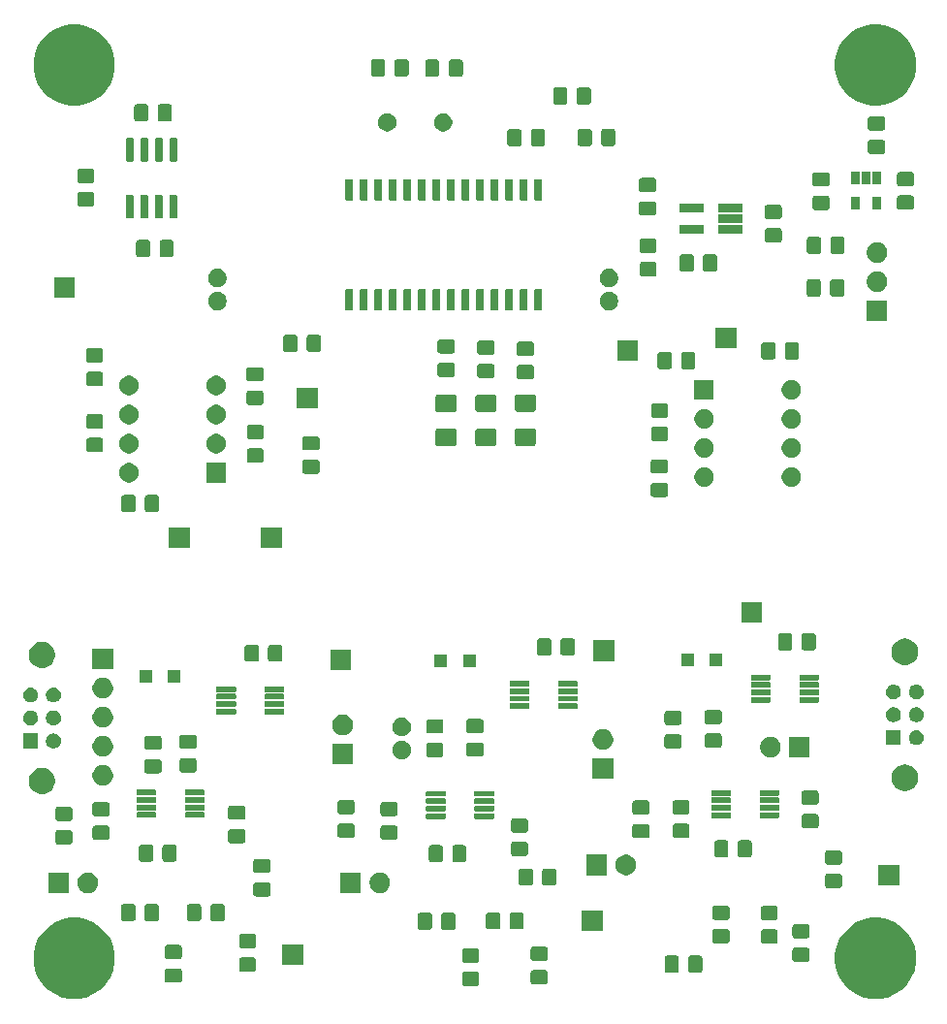
<source format=gbr>
%TF.GenerationSoftware,KiCad,Pcbnew,(5.1.6)-1*%
%TF.CreationDate,2021-11-24T20:01:52-05:00*%
%TF.ProjectId,mama_board,6d616d61-5f62-46f6-9172-642e6b696361,rev?*%
%TF.SameCoordinates,Original*%
%TF.FileFunction,Soldermask,Top*%
%TF.FilePolarity,Negative*%
%FSLAX46Y46*%
G04 Gerber Fmt 4.6, Leading zero omitted, Abs format (unit mm)*
G04 Created by KiCad (PCBNEW (5.1.6)-1) date 2021-11-24 20:01:52*
%MOMM*%
%LPD*%
G01*
G04 APERTURE LIST*
%ADD10C,0.100000*%
G04 APERTURE END LIST*
D10*
G36*
X184035730Y-144585655D02*
G01*
X184681935Y-144853322D01*
X185263503Y-145241913D01*
X185758087Y-145736497D01*
X186146678Y-146318065D01*
X186414345Y-146964270D01*
X186550800Y-147650277D01*
X186550800Y-148349723D01*
X186414345Y-149035730D01*
X186146678Y-149681935D01*
X185758087Y-150263503D01*
X185263503Y-150758087D01*
X184681935Y-151146678D01*
X184035730Y-151414345D01*
X183349723Y-151550800D01*
X182650277Y-151550800D01*
X181964270Y-151414345D01*
X181318065Y-151146678D01*
X180736497Y-150758087D01*
X180241913Y-150263503D01*
X179853322Y-149681935D01*
X179585655Y-149035730D01*
X179449200Y-148349723D01*
X179449200Y-147650277D01*
X179585655Y-146964270D01*
X179853322Y-146318065D01*
X180241913Y-145736497D01*
X180736497Y-145241913D01*
X181318065Y-144853322D01*
X181964270Y-144585655D01*
X182650277Y-144449200D01*
X183349723Y-144449200D01*
X184035730Y-144585655D01*
G37*
G36*
X114035730Y-144585655D02*
G01*
X114681935Y-144853322D01*
X115263503Y-145241913D01*
X115758087Y-145736497D01*
X116146678Y-146318065D01*
X116414345Y-146964270D01*
X116550800Y-147650277D01*
X116550800Y-148349723D01*
X116414345Y-149035730D01*
X116146678Y-149681935D01*
X115758087Y-150263503D01*
X115263503Y-150758087D01*
X114681935Y-151146678D01*
X114035730Y-151414345D01*
X113349723Y-151550800D01*
X112650277Y-151550800D01*
X111964270Y-151414345D01*
X111318065Y-151146678D01*
X110736497Y-150758087D01*
X110241913Y-150263503D01*
X109853322Y-149681935D01*
X109585655Y-149035730D01*
X109449200Y-148349723D01*
X109449200Y-147650277D01*
X109585655Y-146964270D01*
X109853322Y-146318065D01*
X110241913Y-145736497D01*
X110736497Y-145241913D01*
X111318065Y-144853322D01*
X111964270Y-144585655D01*
X112650277Y-144449200D01*
X113349723Y-144449200D01*
X114035730Y-144585655D01*
G37*
G36*
X148179726Y-149179120D02*
G01*
X148225362Y-149192964D01*
X148267427Y-149215448D01*
X148304295Y-149245705D01*
X148334552Y-149282573D01*
X148357036Y-149324638D01*
X148370880Y-149370274D01*
X148375800Y-149420226D01*
X148375800Y-150179774D01*
X148370880Y-150229726D01*
X148357036Y-150275362D01*
X148334552Y-150317427D01*
X148304295Y-150354295D01*
X148267427Y-150384552D01*
X148225362Y-150407036D01*
X148179726Y-150420880D01*
X148129774Y-150425800D01*
X147120226Y-150425800D01*
X147070274Y-150420880D01*
X147024638Y-150407036D01*
X146982573Y-150384552D01*
X146945705Y-150354295D01*
X146915448Y-150317427D01*
X146892964Y-150275362D01*
X146879120Y-150229726D01*
X146874200Y-150179774D01*
X146874200Y-149420226D01*
X146879120Y-149370274D01*
X146892964Y-149324638D01*
X146915448Y-149282573D01*
X146945705Y-149245705D01*
X146982573Y-149215448D01*
X147024638Y-149192964D01*
X147070274Y-149179120D01*
X147120226Y-149174200D01*
X148129774Y-149174200D01*
X148179726Y-149179120D01*
G37*
G36*
X154179726Y-149029120D02*
G01*
X154225362Y-149042964D01*
X154267427Y-149065448D01*
X154304295Y-149095705D01*
X154334552Y-149132573D01*
X154357036Y-149174638D01*
X154370880Y-149220274D01*
X154375800Y-149270226D01*
X154375800Y-150029774D01*
X154370880Y-150079726D01*
X154357036Y-150125362D01*
X154334552Y-150167427D01*
X154304295Y-150204295D01*
X154267427Y-150234552D01*
X154225362Y-150257036D01*
X154179726Y-150270880D01*
X154129774Y-150275800D01*
X153120226Y-150275800D01*
X153070274Y-150270880D01*
X153024638Y-150257036D01*
X152982573Y-150234552D01*
X152945705Y-150204295D01*
X152915448Y-150167427D01*
X152892964Y-150125362D01*
X152879120Y-150079726D01*
X152874200Y-150029774D01*
X152874200Y-149270226D01*
X152879120Y-149220274D01*
X152892964Y-149174638D01*
X152915448Y-149132573D01*
X152945705Y-149095705D01*
X152982573Y-149065448D01*
X153024638Y-149042964D01*
X153070274Y-149029120D01*
X153120226Y-149024200D01*
X154129774Y-149024200D01*
X154179726Y-149029120D01*
G37*
G36*
X122204726Y-148879120D02*
G01*
X122250362Y-148892964D01*
X122292427Y-148915448D01*
X122329295Y-148945705D01*
X122359552Y-148982573D01*
X122382036Y-149024638D01*
X122395880Y-149070274D01*
X122400800Y-149120226D01*
X122400800Y-149879774D01*
X122395880Y-149929726D01*
X122382036Y-149975362D01*
X122359552Y-150017427D01*
X122329295Y-150054295D01*
X122292427Y-150084552D01*
X122250362Y-150107036D01*
X122204726Y-150120880D01*
X122154774Y-150125800D01*
X121145226Y-150125800D01*
X121095274Y-150120880D01*
X121049638Y-150107036D01*
X121007573Y-150084552D01*
X120970705Y-150054295D01*
X120940448Y-150017427D01*
X120917964Y-149975362D01*
X120904120Y-149929726D01*
X120899200Y-149879774D01*
X120899200Y-149120226D01*
X120904120Y-149070274D01*
X120917964Y-149024638D01*
X120940448Y-148982573D01*
X120970705Y-148945705D01*
X121007573Y-148915448D01*
X121049638Y-148892964D01*
X121095274Y-148879120D01*
X121145226Y-148874200D01*
X122154774Y-148874200D01*
X122204726Y-148879120D01*
G37*
G36*
X167675319Y-147752355D02*
G01*
X167720955Y-147766199D01*
X167763020Y-147788683D01*
X167799888Y-147818940D01*
X167830145Y-147855808D01*
X167852629Y-147897873D01*
X167866473Y-147943509D01*
X167871393Y-147993461D01*
X167871393Y-149003009D01*
X167866473Y-149052961D01*
X167852629Y-149098597D01*
X167830145Y-149140662D01*
X167799888Y-149177530D01*
X167763020Y-149207787D01*
X167720955Y-149230271D01*
X167675319Y-149244115D01*
X167625367Y-149249035D01*
X166865819Y-149249035D01*
X166815867Y-149244115D01*
X166770231Y-149230271D01*
X166728166Y-149207787D01*
X166691298Y-149177530D01*
X166661041Y-149140662D01*
X166638557Y-149098597D01*
X166624713Y-149052961D01*
X166619793Y-149003009D01*
X166619793Y-147993461D01*
X166624713Y-147943509D01*
X166638557Y-147897873D01*
X166661041Y-147855808D01*
X166691298Y-147818940D01*
X166728166Y-147788683D01*
X166770231Y-147766199D01*
X166815867Y-147752355D01*
X166865819Y-147747435D01*
X167625367Y-147747435D01*
X167675319Y-147752355D01*
G37*
G36*
X165625319Y-147752355D02*
G01*
X165670955Y-147766199D01*
X165713020Y-147788683D01*
X165749888Y-147818940D01*
X165780145Y-147855808D01*
X165802629Y-147897873D01*
X165816473Y-147943509D01*
X165821393Y-147993461D01*
X165821393Y-149003009D01*
X165816473Y-149052961D01*
X165802629Y-149098597D01*
X165780145Y-149140662D01*
X165749888Y-149177530D01*
X165713020Y-149207787D01*
X165670955Y-149230271D01*
X165625319Y-149244115D01*
X165575367Y-149249035D01*
X164815819Y-149249035D01*
X164765867Y-149244115D01*
X164720231Y-149230271D01*
X164678166Y-149207787D01*
X164641298Y-149177530D01*
X164611041Y-149140662D01*
X164588557Y-149098597D01*
X164574713Y-149052961D01*
X164569793Y-149003009D01*
X164569793Y-147993461D01*
X164574713Y-147943509D01*
X164588557Y-147897873D01*
X164611041Y-147855808D01*
X164641298Y-147818940D01*
X164678166Y-147788683D01*
X164720231Y-147766199D01*
X164765867Y-147752355D01*
X164815819Y-147747435D01*
X165575367Y-147747435D01*
X165625319Y-147752355D01*
G37*
G36*
X128704726Y-147929120D02*
G01*
X128750362Y-147942964D01*
X128792427Y-147965448D01*
X128829295Y-147995705D01*
X128859552Y-148032573D01*
X128882036Y-148074638D01*
X128895880Y-148120274D01*
X128900800Y-148170226D01*
X128900800Y-148929774D01*
X128895880Y-148979726D01*
X128882036Y-149025362D01*
X128859552Y-149067427D01*
X128829295Y-149104295D01*
X128792427Y-149134552D01*
X128750362Y-149157036D01*
X128704726Y-149170880D01*
X128654774Y-149175800D01*
X127645226Y-149175800D01*
X127595274Y-149170880D01*
X127549638Y-149157036D01*
X127507573Y-149134552D01*
X127470705Y-149104295D01*
X127440448Y-149067427D01*
X127417964Y-149025362D01*
X127404120Y-148979726D01*
X127399200Y-148929774D01*
X127399200Y-148170226D01*
X127404120Y-148120274D01*
X127417964Y-148074638D01*
X127440448Y-148032573D01*
X127470705Y-147995705D01*
X127507573Y-147965448D01*
X127549638Y-147942964D01*
X127595274Y-147929120D01*
X127645226Y-147924200D01*
X128654774Y-147924200D01*
X128704726Y-147929120D01*
G37*
G36*
X133000800Y-148550800D02*
G01*
X131199200Y-148550800D01*
X131199200Y-146749200D01*
X133000800Y-146749200D01*
X133000800Y-148550800D01*
G37*
G36*
X148179726Y-147129120D02*
G01*
X148225362Y-147142964D01*
X148267427Y-147165448D01*
X148304295Y-147195705D01*
X148334552Y-147232573D01*
X148357036Y-147274638D01*
X148370880Y-147320274D01*
X148375800Y-147370226D01*
X148375800Y-148129774D01*
X148370880Y-148179726D01*
X148357036Y-148225362D01*
X148334552Y-148267427D01*
X148304295Y-148304295D01*
X148267427Y-148334552D01*
X148225362Y-148357036D01*
X148179726Y-148370880D01*
X148129774Y-148375800D01*
X147120226Y-148375800D01*
X147070274Y-148370880D01*
X147024638Y-148357036D01*
X146982573Y-148334552D01*
X146945705Y-148304295D01*
X146915448Y-148267427D01*
X146892964Y-148225362D01*
X146879120Y-148179726D01*
X146874200Y-148129774D01*
X146874200Y-147370226D01*
X146879120Y-147320274D01*
X146892964Y-147274638D01*
X146915448Y-147232573D01*
X146945705Y-147195705D01*
X146982573Y-147165448D01*
X147024638Y-147142964D01*
X147070274Y-147129120D01*
X147120226Y-147124200D01*
X148129774Y-147124200D01*
X148179726Y-147129120D01*
G37*
G36*
X177036266Y-147051020D02*
G01*
X177081902Y-147064864D01*
X177123967Y-147087348D01*
X177160835Y-147117605D01*
X177191092Y-147154473D01*
X177213576Y-147196538D01*
X177227420Y-147242174D01*
X177232340Y-147292126D01*
X177232340Y-148051674D01*
X177227420Y-148101626D01*
X177213576Y-148147262D01*
X177191092Y-148189327D01*
X177160835Y-148226195D01*
X177123967Y-148256452D01*
X177081902Y-148278936D01*
X177036266Y-148292780D01*
X176986314Y-148297700D01*
X175976766Y-148297700D01*
X175926814Y-148292780D01*
X175881178Y-148278936D01*
X175839113Y-148256452D01*
X175802245Y-148226195D01*
X175771988Y-148189327D01*
X175749504Y-148147262D01*
X175735660Y-148101626D01*
X175730740Y-148051674D01*
X175730740Y-147292126D01*
X175735660Y-147242174D01*
X175749504Y-147196538D01*
X175771988Y-147154473D01*
X175802245Y-147117605D01*
X175839113Y-147087348D01*
X175881178Y-147064864D01*
X175926814Y-147051020D01*
X175976766Y-147046100D01*
X176986314Y-147046100D01*
X177036266Y-147051020D01*
G37*
G36*
X154179726Y-146979120D02*
G01*
X154225362Y-146992964D01*
X154267427Y-147015448D01*
X154304295Y-147045705D01*
X154334552Y-147082573D01*
X154357036Y-147124638D01*
X154370880Y-147170274D01*
X154375800Y-147220226D01*
X154375800Y-147979774D01*
X154370880Y-148029726D01*
X154357036Y-148075362D01*
X154334552Y-148117427D01*
X154304295Y-148154295D01*
X154267427Y-148184552D01*
X154225362Y-148207036D01*
X154179726Y-148220880D01*
X154129774Y-148225800D01*
X153120226Y-148225800D01*
X153070274Y-148220880D01*
X153024638Y-148207036D01*
X152982573Y-148184552D01*
X152945705Y-148154295D01*
X152915448Y-148117427D01*
X152892964Y-148075362D01*
X152879120Y-148029726D01*
X152874200Y-147979774D01*
X152874200Y-147220226D01*
X152879120Y-147170274D01*
X152892964Y-147124638D01*
X152915448Y-147082573D01*
X152945705Y-147045705D01*
X152982573Y-147015448D01*
X153024638Y-146992964D01*
X153070274Y-146979120D01*
X153120226Y-146974200D01*
X154129774Y-146974200D01*
X154179726Y-146979120D01*
G37*
G36*
X122204726Y-146829120D02*
G01*
X122250362Y-146842964D01*
X122292427Y-146865448D01*
X122329295Y-146895705D01*
X122359552Y-146932573D01*
X122382036Y-146974638D01*
X122395880Y-147020274D01*
X122400800Y-147070226D01*
X122400800Y-147829774D01*
X122395880Y-147879726D01*
X122382036Y-147925362D01*
X122359552Y-147967427D01*
X122329295Y-148004295D01*
X122292427Y-148034552D01*
X122250362Y-148057036D01*
X122204726Y-148070880D01*
X122154774Y-148075800D01*
X121145226Y-148075800D01*
X121095274Y-148070880D01*
X121049638Y-148057036D01*
X121007573Y-148034552D01*
X120970705Y-148004295D01*
X120940448Y-147967427D01*
X120917964Y-147925362D01*
X120904120Y-147879726D01*
X120899200Y-147829774D01*
X120899200Y-147070226D01*
X120904120Y-147020274D01*
X120917964Y-146974638D01*
X120940448Y-146932573D01*
X120970705Y-146895705D01*
X121007573Y-146865448D01*
X121049638Y-146842964D01*
X121095274Y-146829120D01*
X121145226Y-146824200D01*
X122154774Y-146824200D01*
X122204726Y-146829120D01*
G37*
G36*
X128704726Y-145879120D02*
G01*
X128750362Y-145892964D01*
X128792427Y-145915448D01*
X128829295Y-145945705D01*
X128859552Y-145982573D01*
X128882036Y-146024638D01*
X128895880Y-146070274D01*
X128900800Y-146120226D01*
X128900800Y-146879774D01*
X128895880Y-146929726D01*
X128882036Y-146975362D01*
X128859552Y-147017427D01*
X128829295Y-147054295D01*
X128792427Y-147084552D01*
X128750362Y-147107036D01*
X128704726Y-147120880D01*
X128654774Y-147125800D01*
X127645226Y-147125800D01*
X127595274Y-147120880D01*
X127549638Y-147107036D01*
X127507573Y-147084552D01*
X127470705Y-147054295D01*
X127440448Y-147017427D01*
X127417964Y-146975362D01*
X127404120Y-146929726D01*
X127399200Y-146879774D01*
X127399200Y-146120226D01*
X127404120Y-146070274D01*
X127417964Y-146024638D01*
X127440448Y-145982573D01*
X127470705Y-145945705D01*
X127507573Y-145915448D01*
X127549638Y-145892964D01*
X127595274Y-145879120D01*
X127645226Y-145874200D01*
X128654774Y-145874200D01*
X128704726Y-145879120D01*
G37*
G36*
X174267866Y-145473680D02*
G01*
X174313502Y-145487524D01*
X174355567Y-145510008D01*
X174392435Y-145540265D01*
X174422692Y-145577133D01*
X174445176Y-145619198D01*
X174459020Y-145664834D01*
X174463940Y-145714786D01*
X174463940Y-146474334D01*
X174459020Y-146524286D01*
X174445176Y-146569922D01*
X174422692Y-146611987D01*
X174392435Y-146648855D01*
X174355567Y-146679112D01*
X174313502Y-146701596D01*
X174267866Y-146715440D01*
X174217914Y-146720360D01*
X173208366Y-146720360D01*
X173158414Y-146715440D01*
X173112778Y-146701596D01*
X173070713Y-146679112D01*
X173033845Y-146648855D01*
X173003588Y-146611987D01*
X172981104Y-146569922D01*
X172967260Y-146524286D01*
X172962340Y-146474334D01*
X172962340Y-145714786D01*
X172967260Y-145664834D01*
X172981104Y-145619198D01*
X173003588Y-145577133D01*
X173033845Y-145540265D01*
X173070713Y-145510008D01*
X173112778Y-145487524D01*
X173158414Y-145473680D01*
X173208366Y-145468760D01*
X174217914Y-145468760D01*
X174267866Y-145473680D01*
G37*
G36*
X170054726Y-145438120D02*
G01*
X170100362Y-145451964D01*
X170142427Y-145474448D01*
X170179295Y-145504705D01*
X170209552Y-145541573D01*
X170232036Y-145583638D01*
X170245880Y-145629274D01*
X170250800Y-145679226D01*
X170250800Y-146438774D01*
X170245880Y-146488726D01*
X170232036Y-146534362D01*
X170209552Y-146576427D01*
X170179295Y-146613295D01*
X170142427Y-146643552D01*
X170100362Y-146666036D01*
X170054726Y-146679880D01*
X170004774Y-146684800D01*
X168995226Y-146684800D01*
X168945274Y-146679880D01*
X168899638Y-146666036D01*
X168857573Y-146643552D01*
X168820705Y-146613295D01*
X168790448Y-146576427D01*
X168767964Y-146534362D01*
X168754120Y-146488726D01*
X168749200Y-146438774D01*
X168749200Y-145679226D01*
X168754120Y-145629274D01*
X168767964Y-145583638D01*
X168790448Y-145541573D01*
X168820705Y-145504705D01*
X168857573Y-145474448D01*
X168899638Y-145451964D01*
X168945274Y-145438120D01*
X168995226Y-145433200D01*
X170004774Y-145433200D01*
X170054726Y-145438120D01*
G37*
G36*
X177036266Y-145001020D02*
G01*
X177081902Y-145014864D01*
X177123967Y-145037348D01*
X177160835Y-145067605D01*
X177191092Y-145104473D01*
X177213576Y-145146538D01*
X177227420Y-145192174D01*
X177232340Y-145242126D01*
X177232340Y-146001674D01*
X177227420Y-146051626D01*
X177213576Y-146097262D01*
X177191092Y-146139327D01*
X177160835Y-146176195D01*
X177123967Y-146206452D01*
X177081902Y-146228936D01*
X177036266Y-146242780D01*
X176986314Y-146247700D01*
X175976766Y-146247700D01*
X175926814Y-146242780D01*
X175881178Y-146228936D01*
X175839113Y-146206452D01*
X175802245Y-146176195D01*
X175771988Y-146139327D01*
X175749504Y-146097262D01*
X175735660Y-146051626D01*
X175730740Y-146001674D01*
X175730740Y-145242126D01*
X175735660Y-145192174D01*
X175749504Y-145146538D01*
X175771988Y-145104473D01*
X175802245Y-145067605D01*
X175839113Y-145037348D01*
X175881178Y-145014864D01*
X175926814Y-145001020D01*
X175976766Y-144996100D01*
X176986314Y-144996100D01*
X177036266Y-145001020D01*
G37*
G36*
X159150800Y-145625800D02*
G01*
X157349200Y-145625800D01*
X157349200Y-143824200D01*
X159150800Y-143824200D01*
X159150800Y-145625800D01*
G37*
G36*
X144054726Y-144004120D02*
G01*
X144100362Y-144017964D01*
X144142427Y-144040448D01*
X144179295Y-144070705D01*
X144209552Y-144107573D01*
X144232036Y-144149638D01*
X144245880Y-144195274D01*
X144250800Y-144245226D01*
X144250800Y-145254774D01*
X144245880Y-145304726D01*
X144232036Y-145350362D01*
X144209552Y-145392427D01*
X144179295Y-145429295D01*
X144142427Y-145459552D01*
X144100362Y-145482036D01*
X144054726Y-145495880D01*
X144004774Y-145500800D01*
X143245226Y-145500800D01*
X143195274Y-145495880D01*
X143149638Y-145482036D01*
X143107573Y-145459552D01*
X143070705Y-145429295D01*
X143040448Y-145392427D01*
X143017964Y-145350362D01*
X143004120Y-145304726D01*
X142999200Y-145254774D01*
X142999200Y-144245226D01*
X143004120Y-144195274D01*
X143017964Y-144149638D01*
X143040448Y-144107573D01*
X143070705Y-144070705D01*
X143107573Y-144040448D01*
X143149638Y-144017964D01*
X143195274Y-144004120D01*
X143245226Y-143999200D01*
X144004774Y-143999200D01*
X144054726Y-144004120D01*
G37*
G36*
X146104726Y-144004120D02*
G01*
X146150362Y-144017964D01*
X146192427Y-144040448D01*
X146229295Y-144070705D01*
X146259552Y-144107573D01*
X146282036Y-144149638D01*
X146295880Y-144195274D01*
X146300800Y-144245226D01*
X146300800Y-145254774D01*
X146295880Y-145304726D01*
X146282036Y-145350362D01*
X146259552Y-145392427D01*
X146229295Y-145429295D01*
X146192427Y-145459552D01*
X146150362Y-145482036D01*
X146104726Y-145495880D01*
X146054774Y-145500800D01*
X145295226Y-145500800D01*
X145245274Y-145495880D01*
X145199638Y-145482036D01*
X145157573Y-145459552D01*
X145120705Y-145429295D01*
X145090448Y-145392427D01*
X145067964Y-145350362D01*
X145054120Y-145304726D01*
X145049200Y-145254774D01*
X145049200Y-144245226D01*
X145054120Y-144195274D01*
X145067964Y-144149638D01*
X145090448Y-144107573D01*
X145120705Y-144070705D01*
X145157573Y-144040448D01*
X145199638Y-144017964D01*
X145245274Y-144004120D01*
X145295226Y-143999200D01*
X146054774Y-143999200D01*
X146104726Y-144004120D01*
G37*
G36*
X152079726Y-143979120D02*
G01*
X152125362Y-143992964D01*
X152167427Y-144015448D01*
X152204295Y-144045705D01*
X152234552Y-144082573D01*
X152257036Y-144124638D01*
X152270880Y-144170274D01*
X152275800Y-144220226D01*
X152275800Y-145229774D01*
X152270880Y-145279726D01*
X152257036Y-145325362D01*
X152234552Y-145367427D01*
X152204295Y-145404295D01*
X152167427Y-145434552D01*
X152125362Y-145457036D01*
X152079726Y-145470880D01*
X152029774Y-145475800D01*
X151270226Y-145475800D01*
X151220274Y-145470880D01*
X151174638Y-145457036D01*
X151132573Y-145434552D01*
X151095705Y-145404295D01*
X151065448Y-145367427D01*
X151042964Y-145325362D01*
X151029120Y-145279726D01*
X151024200Y-145229774D01*
X151024200Y-144220226D01*
X151029120Y-144170274D01*
X151042964Y-144124638D01*
X151065448Y-144082573D01*
X151095705Y-144045705D01*
X151132573Y-144015448D01*
X151174638Y-143992964D01*
X151220274Y-143979120D01*
X151270226Y-143974200D01*
X152029774Y-143974200D01*
X152079726Y-143979120D01*
G37*
G36*
X150029726Y-143979120D02*
G01*
X150075362Y-143992964D01*
X150117427Y-144015448D01*
X150154295Y-144045705D01*
X150184552Y-144082573D01*
X150207036Y-144124638D01*
X150220880Y-144170274D01*
X150225800Y-144220226D01*
X150225800Y-145229774D01*
X150220880Y-145279726D01*
X150207036Y-145325362D01*
X150184552Y-145367427D01*
X150154295Y-145404295D01*
X150117427Y-145434552D01*
X150075362Y-145457036D01*
X150029726Y-145470880D01*
X149979774Y-145475800D01*
X149220226Y-145475800D01*
X149170274Y-145470880D01*
X149124638Y-145457036D01*
X149082573Y-145434552D01*
X149045705Y-145404295D01*
X149015448Y-145367427D01*
X148992964Y-145325362D01*
X148979120Y-145279726D01*
X148974200Y-145229774D01*
X148974200Y-144220226D01*
X148979120Y-144170274D01*
X148992964Y-144124638D01*
X149015448Y-144082573D01*
X149045705Y-144045705D01*
X149082573Y-144015448D01*
X149124638Y-143992964D01*
X149170274Y-143979120D01*
X149220226Y-143974200D01*
X149979774Y-143974200D01*
X150029726Y-143979120D01*
G37*
G36*
X118154726Y-143254120D02*
G01*
X118200362Y-143267964D01*
X118242427Y-143290448D01*
X118279295Y-143320705D01*
X118309552Y-143357573D01*
X118332036Y-143399638D01*
X118345880Y-143445274D01*
X118350800Y-143495226D01*
X118350800Y-144504774D01*
X118345880Y-144554726D01*
X118332036Y-144600362D01*
X118309552Y-144642427D01*
X118279295Y-144679295D01*
X118242427Y-144709552D01*
X118200362Y-144732036D01*
X118154726Y-144745880D01*
X118104774Y-144750800D01*
X117345226Y-144750800D01*
X117295274Y-144745880D01*
X117249638Y-144732036D01*
X117207573Y-144709552D01*
X117170705Y-144679295D01*
X117140448Y-144642427D01*
X117117964Y-144600362D01*
X117104120Y-144554726D01*
X117099200Y-144504774D01*
X117099200Y-143495226D01*
X117104120Y-143445274D01*
X117117964Y-143399638D01*
X117140448Y-143357573D01*
X117170705Y-143320705D01*
X117207573Y-143290448D01*
X117249638Y-143267964D01*
X117295274Y-143254120D01*
X117345226Y-143249200D01*
X118104774Y-143249200D01*
X118154726Y-143254120D01*
G37*
G36*
X120204726Y-143254120D02*
G01*
X120250362Y-143267964D01*
X120292427Y-143290448D01*
X120329295Y-143320705D01*
X120359552Y-143357573D01*
X120382036Y-143399638D01*
X120395880Y-143445274D01*
X120400800Y-143495226D01*
X120400800Y-144504774D01*
X120395880Y-144554726D01*
X120382036Y-144600362D01*
X120359552Y-144642427D01*
X120329295Y-144679295D01*
X120292427Y-144709552D01*
X120250362Y-144732036D01*
X120204726Y-144745880D01*
X120154774Y-144750800D01*
X119395226Y-144750800D01*
X119345274Y-144745880D01*
X119299638Y-144732036D01*
X119257573Y-144709552D01*
X119220705Y-144679295D01*
X119190448Y-144642427D01*
X119167964Y-144600362D01*
X119154120Y-144554726D01*
X119149200Y-144504774D01*
X119149200Y-143495226D01*
X119154120Y-143445274D01*
X119167964Y-143399638D01*
X119190448Y-143357573D01*
X119220705Y-143320705D01*
X119257573Y-143290448D01*
X119299638Y-143267964D01*
X119345274Y-143254120D01*
X119395226Y-143249200D01*
X120154774Y-143249200D01*
X120204726Y-143254120D01*
G37*
G36*
X125954726Y-143254120D02*
G01*
X126000362Y-143267964D01*
X126042427Y-143290448D01*
X126079295Y-143320705D01*
X126109552Y-143357573D01*
X126132036Y-143399638D01*
X126145880Y-143445274D01*
X126150800Y-143495226D01*
X126150800Y-144504774D01*
X126145880Y-144554726D01*
X126132036Y-144600362D01*
X126109552Y-144642427D01*
X126079295Y-144679295D01*
X126042427Y-144709552D01*
X126000362Y-144732036D01*
X125954726Y-144745880D01*
X125904774Y-144750800D01*
X125145226Y-144750800D01*
X125095274Y-144745880D01*
X125049638Y-144732036D01*
X125007573Y-144709552D01*
X124970705Y-144679295D01*
X124940448Y-144642427D01*
X124917964Y-144600362D01*
X124904120Y-144554726D01*
X124899200Y-144504774D01*
X124899200Y-143495226D01*
X124904120Y-143445274D01*
X124917964Y-143399638D01*
X124940448Y-143357573D01*
X124970705Y-143320705D01*
X125007573Y-143290448D01*
X125049638Y-143267964D01*
X125095274Y-143254120D01*
X125145226Y-143249200D01*
X125904774Y-143249200D01*
X125954726Y-143254120D01*
G37*
G36*
X123904726Y-143254120D02*
G01*
X123950362Y-143267964D01*
X123992427Y-143290448D01*
X124029295Y-143320705D01*
X124059552Y-143357573D01*
X124082036Y-143399638D01*
X124095880Y-143445274D01*
X124100800Y-143495226D01*
X124100800Y-144504774D01*
X124095880Y-144554726D01*
X124082036Y-144600362D01*
X124059552Y-144642427D01*
X124029295Y-144679295D01*
X123992427Y-144709552D01*
X123950362Y-144732036D01*
X123904726Y-144745880D01*
X123854774Y-144750800D01*
X123095226Y-144750800D01*
X123045274Y-144745880D01*
X122999638Y-144732036D01*
X122957573Y-144709552D01*
X122920705Y-144679295D01*
X122890448Y-144642427D01*
X122867964Y-144600362D01*
X122854120Y-144554726D01*
X122849200Y-144504774D01*
X122849200Y-143495226D01*
X122854120Y-143445274D01*
X122867964Y-143399638D01*
X122890448Y-143357573D01*
X122920705Y-143320705D01*
X122957573Y-143290448D01*
X122999638Y-143267964D01*
X123045274Y-143254120D01*
X123095226Y-143249200D01*
X123854774Y-143249200D01*
X123904726Y-143254120D01*
G37*
G36*
X174267866Y-143423680D02*
G01*
X174313502Y-143437524D01*
X174355567Y-143460008D01*
X174392435Y-143490265D01*
X174422692Y-143527133D01*
X174445176Y-143569198D01*
X174459020Y-143614834D01*
X174463940Y-143664786D01*
X174463940Y-144424334D01*
X174459020Y-144474286D01*
X174445176Y-144519922D01*
X174422692Y-144561987D01*
X174392435Y-144598855D01*
X174355567Y-144629112D01*
X174313502Y-144651596D01*
X174267866Y-144665440D01*
X174217914Y-144670360D01*
X173208366Y-144670360D01*
X173158414Y-144665440D01*
X173112778Y-144651596D01*
X173070713Y-144629112D01*
X173033845Y-144598855D01*
X173003588Y-144561987D01*
X172981104Y-144519922D01*
X172967260Y-144474286D01*
X172962340Y-144424334D01*
X172962340Y-143664786D01*
X172967260Y-143614834D01*
X172981104Y-143569198D01*
X173003588Y-143527133D01*
X173033845Y-143490265D01*
X173070713Y-143460008D01*
X173112778Y-143437524D01*
X173158414Y-143423680D01*
X173208366Y-143418760D01*
X174217914Y-143418760D01*
X174267866Y-143423680D01*
G37*
G36*
X170054726Y-143388120D02*
G01*
X170100362Y-143401964D01*
X170142427Y-143424448D01*
X170179295Y-143454705D01*
X170209552Y-143491573D01*
X170232036Y-143533638D01*
X170245880Y-143579274D01*
X170250800Y-143629226D01*
X170250800Y-144388774D01*
X170245880Y-144438726D01*
X170232036Y-144484362D01*
X170209552Y-144526427D01*
X170179295Y-144563295D01*
X170142427Y-144593552D01*
X170100362Y-144616036D01*
X170054726Y-144629880D01*
X170004774Y-144634800D01*
X168995226Y-144634800D01*
X168945274Y-144629880D01*
X168899638Y-144616036D01*
X168857573Y-144593552D01*
X168820705Y-144563295D01*
X168790448Y-144526427D01*
X168767964Y-144484362D01*
X168754120Y-144438726D01*
X168749200Y-144388774D01*
X168749200Y-143629226D01*
X168754120Y-143579274D01*
X168767964Y-143533638D01*
X168790448Y-143491573D01*
X168820705Y-143454705D01*
X168857573Y-143424448D01*
X168899638Y-143401964D01*
X168945274Y-143388120D01*
X168995226Y-143383200D01*
X170004774Y-143383200D01*
X170054726Y-143388120D01*
G37*
G36*
X129954726Y-141354120D02*
G01*
X130000362Y-141367964D01*
X130042427Y-141390448D01*
X130079295Y-141420705D01*
X130109552Y-141457573D01*
X130132036Y-141499638D01*
X130145880Y-141545274D01*
X130150800Y-141595226D01*
X130150800Y-142354774D01*
X130145880Y-142404726D01*
X130132036Y-142450362D01*
X130109552Y-142492427D01*
X130079295Y-142529295D01*
X130042427Y-142559552D01*
X130000362Y-142582036D01*
X129954726Y-142595880D01*
X129904774Y-142600800D01*
X128895226Y-142600800D01*
X128845274Y-142595880D01*
X128799638Y-142582036D01*
X128757573Y-142559552D01*
X128720705Y-142529295D01*
X128690448Y-142492427D01*
X128667964Y-142450362D01*
X128654120Y-142404726D01*
X128649200Y-142354774D01*
X128649200Y-141595226D01*
X128654120Y-141545274D01*
X128667964Y-141499638D01*
X128690448Y-141457573D01*
X128720705Y-141420705D01*
X128757573Y-141390448D01*
X128799638Y-141367964D01*
X128845274Y-141354120D01*
X128895226Y-141349200D01*
X129904774Y-141349200D01*
X129954726Y-141354120D01*
G37*
G36*
X114452754Y-140533817D02*
G01*
X114616689Y-140601721D01*
X114764227Y-140700303D01*
X114889697Y-140825773D01*
X114988279Y-140973311D01*
X115056183Y-141137246D01*
X115090800Y-141311279D01*
X115090800Y-141488721D01*
X115056183Y-141662754D01*
X114988279Y-141826689D01*
X114889697Y-141974227D01*
X114764227Y-142099697D01*
X114616689Y-142198279D01*
X114452754Y-142266183D01*
X114278721Y-142300800D01*
X114101279Y-142300800D01*
X113927246Y-142266183D01*
X113763311Y-142198279D01*
X113615773Y-142099697D01*
X113490303Y-141974227D01*
X113391721Y-141826689D01*
X113323817Y-141662754D01*
X113289200Y-141488721D01*
X113289200Y-141311279D01*
X113323817Y-141137246D01*
X113391721Y-140973311D01*
X113490303Y-140825773D01*
X113615773Y-140700303D01*
X113763311Y-140601721D01*
X113927246Y-140533817D01*
X114101279Y-140499200D01*
X114278721Y-140499200D01*
X114452754Y-140533817D01*
G37*
G36*
X139952754Y-140533817D02*
G01*
X140116689Y-140601721D01*
X140264227Y-140700303D01*
X140389697Y-140825773D01*
X140488279Y-140973311D01*
X140556183Y-141137246D01*
X140590800Y-141311279D01*
X140590800Y-141488721D01*
X140556183Y-141662754D01*
X140488279Y-141826689D01*
X140389697Y-141974227D01*
X140264227Y-142099697D01*
X140116689Y-142198279D01*
X139952754Y-142266183D01*
X139778721Y-142300800D01*
X139601279Y-142300800D01*
X139427246Y-142266183D01*
X139263311Y-142198279D01*
X139115773Y-142099697D01*
X138990303Y-141974227D01*
X138891721Y-141826689D01*
X138823817Y-141662754D01*
X138789200Y-141488721D01*
X138789200Y-141311279D01*
X138823817Y-141137246D01*
X138891721Y-140973311D01*
X138990303Y-140825773D01*
X139115773Y-140700303D01*
X139263311Y-140601721D01*
X139427246Y-140533817D01*
X139601279Y-140499200D01*
X139778721Y-140499200D01*
X139952754Y-140533817D01*
G37*
G36*
X138050800Y-142300800D02*
G01*
X136249200Y-142300800D01*
X136249200Y-140499200D01*
X138050800Y-140499200D01*
X138050800Y-142300800D01*
G37*
G36*
X112550800Y-142300800D02*
G01*
X110749200Y-142300800D01*
X110749200Y-140499200D01*
X112550800Y-140499200D01*
X112550800Y-142300800D01*
G37*
G36*
X179878726Y-140612120D02*
G01*
X179924362Y-140625964D01*
X179966427Y-140648448D01*
X180003295Y-140678705D01*
X180033552Y-140715573D01*
X180056036Y-140757638D01*
X180069880Y-140803274D01*
X180074800Y-140853226D01*
X180074800Y-141612774D01*
X180069880Y-141662726D01*
X180056036Y-141708362D01*
X180033552Y-141750427D01*
X180003295Y-141787295D01*
X179966427Y-141817552D01*
X179924362Y-141840036D01*
X179878726Y-141853880D01*
X179828774Y-141858800D01*
X178819226Y-141858800D01*
X178769274Y-141853880D01*
X178723638Y-141840036D01*
X178681573Y-141817552D01*
X178644705Y-141787295D01*
X178614448Y-141750427D01*
X178591964Y-141708362D01*
X178578120Y-141662726D01*
X178573200Y-141612774D01*
X178573200Y-140853226D01*
X178578120Y-140803274D01*
X178591964Y-140757638D01*
X178614448Y-140715573D01*
X178644705Y-140678705D01*
X178681573Y-140648448D01*
X178723638Y-140625964D01*
X178769274Y-140612120D01*
X178819226Y-140607200D01*
X179828774Y-140607200D01*
X179878726Y-140612120D01*
G37*
G36*
X152879726Y-140154120D02*
G01*
X152925362Y-140167964D01*
X152967427Y-140190448D01*
X153004295Y-140220705D01*
X153034552Y-140257573D01*
X153057036Y-140299638D01*
X153070880Y-140345274D01*
X153075800Y-140395226D01*
X153075800Y-141404774D01*
X153070880Y-141454726D01*
X153057036Y-141500362D01*
X153034552Y-141542427D01*
X153004295Y-141579295D01*
X152967427Y-141609552D01*
X152925362Y-141632036D01*
X152879726Y-141645880D01*
X152829774Y-141650800D01*
X152070226Y-141650800D01*
X152020274Y-141645880D01*
X151974638Y-141632036D01*
X151932573Y-141609552D01*
X151895705Y-141579295D01*
X151865448Y-141542427D01*
X151842964Y-141500362D01*
X151829120Y-141454726D01*
X151824200Y-141404774D01*
X151824200Y-140395226D01*
X151829120Y-140345274D01*
X151842964Y-140299638D01*
X151865448Y-140257573D01*
X151895705Y-140220705D01*
X151932573Y-140190448D01*
X151974638Y-140167964D01*
X152020274Y-140154120D01*
X152070226Y-140149200D01*
X152829774Y-140149200D01*
X152879726Y-140154120D01*
G37*
G36*
X154929726Y-140154120D02*
G01*
X154975362Y-140167964D01*
X155017427Y-140190448D01*
X155054295Y-140220705D01*
X155084552Y-140257573D01*
X155107036Y-140299638D01*
X155120880Y-140345274D01*
X155125800Y-140395226D01*
X155125800Y-141404774D01*
X155120880Y-141454726D01*
X155107036Y-141500362D01*
X155084552Y-141542427D01*
X155054295Y-141579295D01*
X155017427Y-141609552D01*
X154975362Y-141632036D01*
X154929726Y-141645880D01*
X154879774Y-141650800D01*
X154120226Y-141650800D01*
X154070274Y-141645880D01*
X154024638Y-141632036D01*
X153982573Y-141609552D01*
X153945705Y-141579295D01*
X153915448Y-141542427D01*
X153892964Y-141500362D01*
X153879120Y-141454726D01*
X153874200Y-141404774D01*
X153874200Y-140395226D01*
X153879120Y-140345274D01*
X153892964Y-140299638D01*
X153915448Y-140257573D01*
X153945705Y-140220705D01*
X153982573Y-140190448D01*
X154024638Y-140167964D01*
X154070274Y-140154120D01*
X154120226Y-140149200D01*
X154879774Y-140149200D01*
X154929726Y-140154120D01*
G37*
G36*
X185050800Y-141616800D02*
G01*
X183249200Y-141616800D01*
X183249200Y-139815200D01*
X185050800Y-139815200D01*
X185050800Y-141616800D01*
G37*
G36*
X159550800Y-140750800D02*
G01*
X157749200Y-140750800D01*
X157749200Y-138949200D01*
X159550800Y-138949200D01*
X159550800Y-140750800D01*
G37*
G36*
X161452754Y-138983817D02*
G01*
X161616689Y-139051721D01*
X161764227Y-139150303D01*
X161889697Y-139275773D01*
X161988279Y-139423311D01*
X162056183Y-139587246D01*
X162090800Y-139761279D01*
X162090800Y-139938721D01*
X162056183Y-140112754D01*
X161988279Y-140276689D01*
X161889697Y-140424227D01*
X161764227Y-140549697D01*
X161616689Y-140648279D01*
X161452754Y-140716183D01*
X161278721Y-140750800D01*
X161101279Y-140750800D01*
X160927246Y-140716183D01*
X160763311Y-140648279D01*
X160615773Y-140549697D01*
X160490303Y-140424227D01*
X160391721Y-140276689D01*
X160323817Y-140112754D01*
X160289200Y-139938721D01*
X160289200Y-139761279D01*
X160323817Y-139587246D01*
X160391721Y-139423311D01*
X160490303Y-139275773D01*
X160615773Y-139150303D01*
X160763311Y-139051721D01*
X160927246Y-138983817D01*
X161101279Y-138949200D01*
X161278721Y-138949200D01*
X161452754Y-138983817D01*
G37*
G36*
X129954726Y-139304120D02*
G01*
X130000362Y-139317964D01*
X130042427Y-139340448D01*
X130079295Y-139370705D01*
X130109552Y-139407573D01*
X130132036Y-139449638D01*
X130145880Y-139495274D01*
X130150800Y-139545226D01*
X130150800Y-140304774D01*
X130145880Y-140354726D01*
X130132036Y-140400362D01*
X130109552Y-140442427D01*
X130079295Y-140479295D01*
X130042427Y-140509552D01*
X130000362Y-140532036D01*
X129954726Y-140545880D01*
X129904774Y-140550800D01*
X128895226Y-140550800D01*
X128845274Y-140545880D01*
X128799638Y-140532036D01*
X128757573Y-140509552D01*
X128720705Y-140479295D01*
X128690448Y-140442427D01*
X128667964Y-140400362D01*
X128654120Y-140354726D01*
X128649200Y-140304774D01*
X128649200Y-139545226D01*
X128654120Y-139495274D01*
X128667964Y-139449638D01*
X128690448Y-139407573D01*
X128720705Y-139370705D01*
X128757573Y-139340448D01*
X128799638Y-139317964D01*
X128845274Y-139304120D01*
X128895226Y-139299200D01*
X129904774Y-139299200D01*
X129954726Y-139304120D01*
G37*
G36*
X179878726Y-138562120D02*
G01*
X179924362Y-138575964D01*
X179966427Y-138598448D01*
X180003295Y-138628705D01*
X180033552Y-138665573D01*
X180056036Y-138707638D01*
X180069880Y-138753274D01*
X180074800Y-138803226D01*
X180074800Y-139562774D01*
X180069880Y-139612726D01*
X180056036Y-139658362D01*
X180033552Y-139700427D01*
X180003295Y-139737295D01*
X179966427Y-139767552D01*
X179924362Y-139790036D01*
X179878726Y-139803880D01*
X179828774Y-139808800D01*
X178819226Y-139808800D01*
X178769274Y-139803880D01*
X178723638Y-139790036D01*
X178681573Y-139767552D01*
X178644705Y-139737295D01*
X178614448Y-139700427D01*
X178591964Y-139658362D01*
X178578120Y-139612726D01*
X178573200Y-139562774D01*
X178573200Y-138803226D01*
X178578120Y-138753274D01*
X178591964Y-138707638D01*
X178614448Y-138665573D01*
X178644705Y-138628705D01*
X178681573Y-138598448D01*
X178723638Y-138575964D01*
X178769274Y-138562120D01*
X178819226Y-138557200D01*
X179828774Y-138557200D01*
X179878726Y-138562120D01*
G37*
G36*
X147073144Y-138112621D02*
G01*
X147118780Y-138126465D01*
X147160845Y-138148949D01*
X147197713Y-138179206D01*
X147227970Y-138216074D01*
X147250454Y-138258139D01*
X147264298Y-138303775D01*
X147269218Y-138353727D01*
X147269218Y-139363275D01*
X147264298Y-139413227D01*
X147250454Y-139458863D01*
X147227970Y-139500928D01*
X147197713Y-139537796D01*
X147160845Y-139568053D01*
X147118780Y-139590537D01*
X147073144Y-139604381D01*
X147023192Y-139609301D01*
X146263644Y-139609301D01*
X146213692Y-139604381D01*
X146168056Y-139590537D01*
X146125991Y-139568053D01*
X146089123Y-139537796D01*
X146058866Y-139500928D01*
X146036382Y-139458863D01*
X146022538Y-139413227D01*
X146017618Y-139363275D01*
X146017618Y-138353727D01*
X146022538Y-138303775D01*
X146036382Y-138258139D01*
X146058866Y-138216074D01*
X146089123Y-138179206D01*
X146125991Y-138148949D01*
X146168056Y-138126465D01*
X146213692Y-138112621D01*
X146263644Y-138107701D01*
X147023192Y-138107701D01*
X147073144Y-138112621D01*
G37*
G36*
X145023144Y-138112621D02*
G01*
X145068780Y-138126465D01*
X145110845Y-138148949D01*
X145147713Y-138179206D01*
X145177970Y-138216074D01*
X145200454Y-138258139D01*
X145214298Y-138303775D01*
X145219218Y-138353727D01*
X145219218Y-139363275D01*
X145214298Y-139413227D01*
X145200454Y-139458863D01*
X145177970Y-139500928D01*
X145147713Y-139537796D01*
X145110845Y-139568053D01*
X145068780Y-139590537D01*
X145023144Y-139604381D01*
X144973192Y-139609301D01*
X144213644Y-139609301D01*
X144163692Y-139604381D01*
X144118056Y-139590537D01*
X144075991Y-139568053D01*
X144039123Y-139537796D01*
X144008866Y-139500928D01*
X143986382Y-139458863D01*
X143972538Y-139413227D01*
X143967618Y-139363275D01*
X143967618Y-138353727D01*
X143972538Y-138303775D01*
X143986382Y-138258139D01*
X144008866Y-138216074D01*
X144039123Y-138179206D01*
X144075991Y-138148949D01*
X144118056Y-138126465D01*
X144163692Y-138112621D01*
X144213644Y-138107701D01*
X144973192Y-138107701D01*
X145023144Y-138112621D01*
G37*
G36*
X119702599Y-138060959D02*
G01*
X119748235Y-138074803D01*
X119790300Y-138097287D01*
X119827168Y-138127544D01*
X119857425Y-138164412D01*
X119879909Y-138206477D01*
X119893753Y-138252113D01*
X119898673Y-138302065D01*
X119898673Y-139311613D01*
X119893753Y-139361565D01*
X119879909Y-139407201D01*
X119857425Y-139449266D01*
X119827168Y-139486134D01*
X119790300Y-139516391D01*
X119748235Y-139538875D01*
X119702599Y-139552719D01*
X119652647Y-139557639D01*
X118893099Y-139557639D01*
X118843147Y-139552719D01*
X118797511Y-139538875D01*
X118755446Y-139516391D01*
X118718578Y-139486134D01*
X118688321Y-139449266D01*
X118665837Y-139407201D01*
X118651993Y-139361565D01*
X118647073Y-139311613D01*
X118647073Y-138302065D01*
X118651993Y-138252113D01*
X118665837Y-138206477D01*
X118688321Y-138164412D01*
X118718578Y-138127544D01*
X118755446Y-138097287D01*
X118797511Y-138074803D01*
X118843147Y-138060959D01*
X118893099Y-138056039D01*
X119652647Y-138056039D01*
X119702599Y-138060959D01*
G37*
G36*
X121752599Y-138060959D02*
G01*
X121798235Y-138074803D01*
X121840300Y-138097287D01*
X121877168Y-138127544D01*
X121907425Y-138164412D01*
X121929909Y-138206477D01*
X121943753Y-138252113D01*
X121948673Y-138302065D01*
X121948673Y-139311613D01*
X121943753Y-139361565D01*
X121929909Y-139407201D01*
X121907425Y-139449266D01*
X121877168Y-139486134D01*
X121840300Y-139516391D01*
X121798235Y-139538875D01*
X121752599Y-139552719D01*
X121702647Y-139557639D01*
X120943099Y-139557639D01*
X120893147Y-139552719D01*
X120847511Y-139538875D01*
X120805446Y-139516391D01*
X120768578Y-139486134D01*
X120738321Y-139449266D01*
X120715837Y-139407201D01*
X120701993Y-139361565D01*
X120697073Y-139311613D01*
X120697073Y-138302065D01*
X120701993Y-138252113D01*
X120715837Y-138206477D01*
X120738321Y-138164412D01*
X120768578Y-138127544D01*
X120805446Y-138097287D01*
X120847511Y-138074803D01*
X120893147Y-138060959D01*
X120943099Y-138056039D01*
X121702647Y-138056039D01*
X121752599Y-138060959D01*
G37*
G36*
X171998908Y-137691798D02*
G01*
X172044544Y-137705642D01*
X172086609Y-137728126D01*
X172123477Y-137758383D01*
X172153734Y-137795251D01*
X172176218Y-137837316D01*
X172190062Y-137882952D01*
X172194982Y-137932904D01*
X172194982Y-138942452D01*
X172190062Y-138992404D01*
X172176218Y-139038040D01*
X172153734Y-139080105D01*
X172123477Y-139116973D01*
X172086609Y-139147230D01*
X172044544Y-139169714D01*
X171998908Y-139183558D01*
X171948956Y-139188478D01*
X171189408Y-139188478D01*
X171139456Y-139183558D01*
X171093820Y-139169714D01*
X171051755Y-139147230D01*
X171014887Y-139116973D01*
X170984630Y-139080105D01*
X170962146Y-139038040D01*
X170948302Y-138992404D01*
X170943382Y-138942452D01*
X170943382Y-137932904D01*
X170948302Y-137882952D01*
X170962146Y-137837316D01*
X170984630Y-137795251D01*
X171014887Y-137758383D01*
X171051755Y-137728126D01*
X171093820Y-137705642D01*
X171139456Y-137691798D01*
X171189408Y-137686878D01*
X171948956Y-137686878D01*
X171998908Y-137691798D01*
G37*
G36*
X169948908Y-137691798D02*
G01*
X169994544Y-137705642D01*
X170036609Y-137728126D01*
X170073477Y-137758383D01*
X170103734Y-137795251D01*
X170126218Y-137837316D01*
X170140062Y-137882952D01*
X170144982Y-137932904D01*
X170144982Y-138942452D01*
X170140062Y-138992404D01*
X170126218Y-139038040D01*
X170103734Y-139080105D01*
X170073477Y-139116973D01*
X170036609Y-139147230D01*
X169994544Y-139169714D01*
X169948908Y-139183558D01*
X169898956Y-139188478D01*
X169139408Y-139188478D01*
X169089456Y-139183558D01*
X169043820Y-139169714D01*
X169001755Y-139147230D01*
X168964887Y-139116973D01*
X168934630Y-139080105D01*
X168912146Y-139038040D01*
X168898302Y-138992404D01*
X168893382Y-138942452D01*
X168893382Y-137932904D01*
X168898302Y-137882952D01*
X168912146Y-137837316D01*
X168934630Y-137795251D01*
X168964887Y-137758383D01*
X169001755Y-137728126D01*
X169043820Y-137705642D01*
X169089456Y-137691798D01*
X169139408Y-137686878D01*
X169898956Y-137686878D01*
X169948908Y-137691798D01*
G37*
G36*
X152446726Y-137818120D02*
G01*
X152492362Y-137831964D01*
X152534427Y-137854448D01*
X152571295Y-137884705D01*
X152601552Y-137921573D01*
X152624036Y-137963638D01*
X152637880Y-138009274D01*
X152642800Y-138059226D01*
X152642800Y-138818774D01*
X152637880Y-138868726D01*
X152624036Y-138914362D01*
X152601552Y-138956427D01*
X152571295Y-138993295D01*
X152534427Y-139023552D01*
X152492362Y-139046036D01*
X152446726Y-139059880D01*
X152396774Y-139064800D01*
X151387226Y-139064800D01*
X151337274Y-139059880D01*
X151291638Y-139046036D01*
X151249573Y-139023552D01*
X151212705Y-138993295D01*
X151182448Y-138956427D01*
X151159964Y-138914362D01*
X151146120Y-138868726D01*
X151141200Y-138818774D01*
X151141200Y-138059226D01*
X151146120Y-138009274D01*
X151159964Y-137963638D01*
X151182448Y-137921573D01*
X151212705Y-137884705D01*
X151249573Y-137854448D01*
X151291638Y-137831964D01*
X151337274Y-137818120D01*
X151387226Y-137813200D01*
X152396774Y-137813200D01*
X152446726Y-137818120D01*
G37*
G36*
X112654726Y-136802120D02*
G01*
X112700362Y-136815964D01*
X112742427Y-136838448D01*
X112779295Y-136868705D01*
X112809552Y-136905573D01*
X112832036Y-136947638D01*
X112845880Y-136993274D01*
X112850800Y-137043226D01*
X112850800Y-137802774D01*
X112845880Y-137852726D01*
X112832036Y-137898362D01*
X112809552Y-137940427D01*
X112779295Y-137977295D01*
X112742427Y-138007552D01*
X112700362Y-138030036D01*
X112654726Y-138043880D01*
X112604774Y-138048800D01*
X111595226Y-138048800D01*
X111545274Y-138043880D01*
X111499638Y-138030036D01*
X111457573Y-138007552D01*
X111420705Y-137977295D01*
X111390448Y-137940427D01*
X111367964Y-137898362D01*
X111354120Y-137852726D01*
X111349200Y-137802774D01*
X111349200Y-137043226D01*
X111354120Y-136993274D01*
X111367964Y-136947638D01*
X111390448Y-136905573D01*
X111420705Y-136868705D01*
X111457573Y-136838448D01*
X111499638Y-136815964D01*
X111545274Y-136802120D01*
X111595226Y-136797200D01*
X112604774Y-136797200D01*
X112654726Y-136802120D01*
G37*
G36*
X127754726Y-136704120D02*
G01*
X127800362Y-136717964D01*
X127842427Y-136740448D01*
X127879295Y-136770705D01*
X127909552Y-136807573D01*
X127932036Y-136849638D01*
X127945880Y-136895274D01*
X127950800Y-136945226D01*
X127950800Y-137704774D01*
X127945880Y-137754726D01*
X127932036Y-137800362D01*
X127909552Y-137842427D01*
X127879295Y-137879295D01*
X127842427Y-137909552D01*
X127800362Y-137932036D01*
X127754726Y-137945880D01*
X127704774Y-137950800D01*
X126695226Y-137950800D01*
X126645274Y-137945880D01*
X126599638Y-137932036D01*
X126557573Y-137909552D01*
X126520705Y-137879295D01*
X126490448Y-137842427D01*
X126467964Y-137800362D01*
X126454120Y-137754726D01*
X126449200Y-137704774D01*
X126449200Y-136945226D01*
X126454120Y-136895274D01*
X126467964Y-136849638D01*
X126490448Y-136807573D01*
X126520705Y-136770705D01*
X126557573Y-136740448D01*
X126599638Y-136717964D01*
X126645274Y-136704120D01*
X126695226Y-136699200D01*
X127704774Y-136699200D01*
X127754726Y-136704120D01*
G37*
G36*
X115904726Y-136404120D02*
G01*
X115950362Y-136417964D01*
X115992427Y-136440448D01*
X116029295Y-136470705D01*
X116059552Y-136507573D01*
X116082036Y-136549638D01*
X116095880Y-136595274D01*
X116100800Y-136645226D01*
X116100800Y-137404774D01*
X116095880Y-137454726D01*
X116082036Y-137500362D01*
X116059552Y-137542427D01*
X116029295Y-137579295D01*
X115992427Y-137609552D01*
X115950362Y-137632036D01*
X115904726Y-137645880D01*
X115854774Y-137650800D01*
X114845226Y-137650800D01*
X114795274Y-137645880D01*
X114749638Y-137632036D01*
X114707573Y-137609552D01*
X114670705Y-137579295D01*
X114640448Y-137542427D01*
X114617964Y-137500362D01*
X114604120Y-137454726D01*
X114599200Y-137404774D01*
X114599200Y-136645226D01*
X114604120Y-136595274D01*
X114617964Y-136549638D01*
X114640448Y-136507573D01*
X114670705Y-136470705D01*
X114707573Y-136440448D01*
X114749638Y-136417964D01*
X114795274Y-136404120D01*
X114845226Y-136399200D01*
X115854774Y-136399200D01*
X115904726Y-136404120D01*
G37*
G36*
X141054726Y-136387120D02*
G01*
X141100362Y-136400964D01*
X141142427Y-136423448D01*
X141179295Y-136453705D01*
X141209552Y-136490573D01*
X141232036Y-136532638D01*
X141245880Y-136578274D01*
X141250800Y-136628226D01*
X141250800Y-137387774D01*
X141245880Y-137437726D01*
X141232036Y-137483362D01*
X141209552Y-137525427D01*
X141179295Y-137562295D01*
X141142427Y-137592552D01*
X141100362Y-137615036D01*
X141054726Y-137628880D01*
X141004774Y-137633800D01*
X139995226Y-137633800D01*
X139945274Y-137628880D01*
X139899638Y-137615036D01*
X139857573Y-137592552D01*
X139820705Y-137562295D01*
X139790448Y-137525427D01*
X139767964Y-137483362D01*
X139754120Y-137437726D01*
X139749200Y-137387774D01*
X139749200Y-136628226D01*
X139754120Y-136578274D01*
X139767964Y-136532638D01*
X139790448Y-136490573D01*
X139820705Y-136453705D01*
X139857573Y-136423448D01*
X139899638Y-136400964D01*
X139945274Y-136387120D01*
X139995226Y-136382200D01*
X141004774Y-136382200D01*
X141054726Y-136387120D01*
G37*
G36*
X163062726Y-136262120D02*
G01*
X163108362Y-136275964D01*
X163150427Y-136298448D01*
X163187295Y-136328705D01*
X163217552Y-136365573D01*
X163240036Y-136407638D01*
X163253880Y-136453274D01*
X163258800Y-136503226D01*
X163258800Y-137262774D01*
X163253880Y-137312726D01*
X163240036Y-137358362D01*
X163217552Y-137400427D01*
X163187295Y-137437295D01*
X163150427Y-137467552D01*
X163108362Y-137490036D01*
X163062726Y-137503880D01*
X163012774Y-137508800D01*
X162003226Y-137508800D01*
X161953274Y-137503880D01*
X161907638Y-137490036D01*
X161865573Y-137467552D01*
X161828705Y-137437295D01*
X161798448Y-137400427D01*
X161775964Y-137358362D01*
X161762120Y-137312726D01*
X161757200Y-137262774D01*
X161757200Y-136503226D01*
X161762120Y-136453274D01*
X161775964Y-136407638D01*
X161798448Y-136365573D01*
X161828705Y-136328705D01*
X161865573Y-136298448D01*
X161907638Y-136275964D01*
X161953274Y-136262120D01*
X162003226Y-136257200D01*
X163012774Y-136257200D01*
X163062726Y-136262120D01*
G37*
G36*
X166562726Y-136237120D02*
G01*
X166608362Y-136250964D01*
X166650427Y-136273448D01*
X166687295Y-136303705D01*
X166717552Y-136340573D01*
X166740036Y-136382638D01*
X166753880Y-136428274D01*
X166758800Y-136478226D01*
X166758800Y-137237774D01*
X166753880Y-137287726D01*
X166740036Y-137333362D01*
X166717552Y-137375427D01*
X166687295Y-137412295D01*
X166650427Y-137442552D01*
X166608362Y-137465036D01*
X166562726Y-137478880D01*
X166512774Y-137483800D01*
X165503226Y-137483800D01*
X165453274Y-137478880D01*
X165407638Y-137465036D01*
X165365573Y-137442552D01*
X165328705Y-137412295D01*
X165298448Y-137375427D01*
X165275964Y-137333362D01*
X165262120Y-137287726D01*
X165257200Y-137237774D01*
X165257200Y-136478226D01*
X165262120Y-136428274D01*
X165275964Y-136382638D01*
X165298448Y-136340573D01*
X165328705Y-136303705D01*
X165365573Y-136273448D01*
X165407638Y-136250964D01*
X165453274Y-136237120D01*
X165503226Y-136232200D01*
X166512774Y-136232200D01*
X166562726Y-136237120D01*
G37*
G36*
X137308726Y-136212120D02*
G01*
X137354362Y-136225964D01*
X137396427Y-136248448D01*
X137433295Y-136278705D01*
X137463552Y-136315573D01*
X137486036Y-136357638D01*
X137499880Y-136403274D01*
X137504800Y-136453226D01*
X137504800Y-137212774D01*
X137499880Y-137262726D01*
X137486036Y-137308362D01*
X137463552Y-137350427D01*
X137433295Y-137387295D01*
X137396427Y-137417552D01*
X137354362Y-137440036D01*
X137308726Y-137453880D01*
X137258774Y-137458800D01*
X136249226Y-137458800D01*
X136199274Y-137453880D01*
X136153638Y-137440036D01*
X136111573Y-137417552D01*
X136074705Y-137387295D01*
X136044448Y-137350427D01*
X136021964Y-137308362D01*
X136008120Y-137262726D01*
X136003200Y-137212774D01*
X136003200Y-136453226D01*
X136008120Y-136403274D01*
X136021964Y-136357638D01*
X136044448Y-136315573D01*
X136074705Y-136278705D01*
X136111573Y-136248448D01*
X136153638Y-136225964D01*
X136199274Y-136212120D01*
X136249226Y-136207200D01*
X137258774Y-136207200D01*
X137308726Y-136212120D01*
G37*
G36*
X152446726Y-135768120D02*
G01*
X152492362Y-135781964D01*
X152534427Y-135804448D01*
X152571295Y-135834705D01*
X152601552Y-135871573D01*
X152624036Y-135913638D01*
X152637880Y-135959274D01*
X152642800Y-136009226D01*
X152642800Y-136768774D01*
X152637880Y-136818726D01*
X152624036Y-136864362D01*
X152601552Y-136906427D01*
X152571295Y-136943295D01*
X152534427Y-136973552D01*
X152492362Y-136996036D01*
X152446726Y-137009880D01*
X152396774Y-137014800D01*
X151387226Y-137014800D01*
X151337274Y-137009880D01*
X151291638Y-136996036D01*
X151249573Y-136973552D01*
X151212705Y-136943295D01*
X151182448Y-136906427D01*
X151159964Y-136864362D01*
X151146120Y-136818726D01*
X151141200Y-136768774D01*
X151141200Y-136009226D01*
X151146120Y-135959274D01*
X151159964Y-135913638D01*
X151182448Y-135871573D01*
X151212705Y-135834705D01*
X151249573Y-135804448D01*
X151291638Y-135781964D01*
X151337274Y-135768120D01*
X151387226Y-135763200D01*
X152396774Y-135763200D01*
X152446726Y-135768120D01*
G37*
G36*
X177830346Y-135397340D02*
G01*
X177875982Y-135411184D01*
X177918047Y-135433668D01*
X177954915Y-135463925D01*
X177985172Y-135500793D01*
X178007656Y-135542858D01*
X178021500Y-135588494D01*
X178026420Y-135638446D01*
X178026420Y-136397994D01*
X178021500Y-136447946D01*
X178007656Y-136493582D01*
X177985172Y-136535647D01*
X177954915Y-136572515D01*
X177918047Y-136602772D01*
X177875982Y-136625256D01*
X177830346Y-136639100D01*
X177780394Y-136644020D01*
X176770846Y-136644020D01*
X176720894Y-136639100D01*
X176675258Y-136625256D01*
X176633193Y-136602772D01*
X176596325Y-136572515D01*
X176566068Y-136535647D01*
X176543584Y-136493582D01*
X176529740Y-136447946D01*
X176524820Y-136397994D01*
X176524820Y-135638446D01*
X176529740Y-135588494D01*
X176543584Y-135542858D01*
X176566068Y-135500793D01*
X176596325Y-135463925D01*
X176633193Y-135433668D01*
X176675258Y-135411184D01*
X176720894Y-135397340D01*
X176770846Y-135392420D01*
X177780394Y-135392420D01*
X177830346Y-135397340D01*
G37*
G36*
X112654726Y-134752120D02*
G01*
X112700362Y-134765964D01*
X112742427Y-134788448D01*
X112779295Y-134818705D01*
X112809552Y-134855573D01*
X112832036Y-134897638D01*
X112845880Y-134943274D01*
X112850800Y-134993226D01*
X112850800Y-135752774D01*
X112845880Y-135802726D01*
X112832036Y-135848362D01*
X112809552Y-135890427D01*
X112779295Y-135927295D01*
X112742427Y-135957552D01*
X112700362Y-135980036D01*
X112654726Y-135993880D01*
X112604774Y-135998800D01*
X111595226Y-135998800D01*
X111545274Y-135993880D01*
X111499638Y-135980036D01*
X111457573Y-135957552D01*
X111420705Y-135927295D01*
X111390448Y-135890427D01*
X111367964Y-135848362D01*
X111354120Y-135802726D01*
X111349200Y-135752774D01*
X111349200Y-134993226D01*
X111354120Y-134943274D01*
X111367964Y-134897638D01*
X111390448Y-134855573D01*
X111420705Y-134818705D01*
X111457573Y-134788448D01*
X111499638Y-134765964D01*
X111545274Y-134752120D01*
X111595226Y-134747200D01*
X112604774Y-134747200D01*
X112654726Y-134752120D01*
G37*
G36*
X127754726Y-134654120D02*
G01*
X127800362Y-134667964D01*
X127842427Y-134690448D01*
X127879295Y-134720705D01*
X127909552Y-134757573D01*
X127932036Y-134799638D01*
X127945880Y-134845274D01*
X127950800Y-134895226D01*
X127950800Y-135654774D01*
X127945880Y-135704726D01*
X127932036Y-135750362D01*
X127909552Y-135792427D01*
X127879295Y-135829295D01*
X127842427Y-135859552D01*
X127800362Y-135882036D01*
X127754726Y-135895880D01*
X127704774Y-135900800D01*
X126695226Y-135900800D01*
X126645274Y-135895880D01*
X126599638Y-135882036D01*
X126557573Y-135859552D01*
X126520705Y-135829295D01*
X126490448Y-135792427D01*
X126467964Y-135750362D01*
X126454120Y-135704726D01*
X126449200Y-135654774D01*
X126449200Y-134895226D01*
X126454120Y-134845274D01*
X126467964Y-134799638D01*
X126490448Y-134757573D01*
X126520705Y-134720705D01*
X126557573Y-134690448D01*
X126599638Y-134667964D01*
X126645274Y-134654120D01*
X126695226Y-134649200D01*
X127704774Y-134649200D01*
X127754726Y-134654120D01*
G37*
G36*
X145370141Y-135326365D02*
G01*
X145388882Y-135332049D01*
X145406157Y-135341283D01*
X145421294Y-135353706D01*
X145433717Y-135368843D01*
X145442951Y-135386118D01*
X145448635Y-135404859D01*
X145450800Y-135426833D01*
X145450800Y-135723167D01*
X145448635Y-135745141D01*
X145442951Y-135763882D01*
X145433717Y-135781157D01*
X145421294Y-135796294D01*
X145406157Y-135808717D01*
X145388882Y-135817951D01*
X145370141Y-135823635D01*
X145348167Y-135825800D01*
X143826833Y-135825800D01*
X143804859Y-135823635D01*
X143786118Y-135817951D01*
X143768843Y-135808717D01*
X143753706Y-135796294D01*
X143741283Y-135781157D01*
X143732049Y-135763882D01*
X143726365Y-135745141D01*
X143724200Y-135723167D01*
X143724200Y-135426833D01*
X143726365Y-135404859D01*
X143732049Y-135386118D01*
X143741283Y-135368843D01*
X143753706Y-135353706D01*
X143768843Y-135341283D01*
X143786118Y-135332049D01*
X143804859Y-135326365D01*
X143826833Y-135324200D01*
X145348167Y-135324200D01*
X145370141Y-135326365D01*
G37*
G36*
X149595141Y-135326365D02*
G01*
X149613882Y-135332049D01*
X149631157Y-135341283D01*
X149646294Y-135353706D01*
X149658717Y-135368843D01*
X149667951Y-135386118D01*
X149673635Y-135404859D01*
X149675800Y-135426833D01*
X149675800Y-135723167D01*
X149673635Y-135745141D01*
X149667951Y-135763882D01*
X149658717Y-135781157D01*
X149646294Y-135796294D01*
X149631157Y-135808717D01*
X149613882Y-135817951D01*
X149595141Y-135823635D01*
X149573167Y-135825800D01*
X148051833Y-135825800D01*
X148029859Y-135823635D01*
X148011118Y-135817951D01*
X147993843Y-135808717D01*
X147978706Y-135796294D01*
X147966283Y-135781157D01*
X147957049Y-135763882D01*
X147951365Y-135745141D01*
X147949200Y-135723167D01*
X147949200Y-135426833D01*
X147951365Y-135404859D01*
X147957049Y-135386118D01*
X147966283Y-135368843D01*
X147978706Y-135353706D01*
X147993843Y-135341283D01*
X148011118Y-135332049D01*
X148029859Y-135326365D01*
X148051833Y-135324200D01*
X149573167Y-135324200D01*
X149595141Y-135326365D01*
G37*
G36*
X170282641Y-135251365D02*
G01*
X170301382Y-135257049D01*
X170318657Y-135266283D01*
X170333794Y-135278706D01*
X170346217Y-135293843D01*
X170355451Y-135311118D01*
X170361135Y-135329859D01*
X170363300Y-135351833D01*
X170363300Y-135648167D01*
X170361135Y-135670141D01*
X170355451Y-135688882D01*
X170346217Y-135706157D01*
X170333794Y-135721294D01*
X170318657Y-135733717D01*
X170301382Y-135742951D01*
X170282641Y-135748635D01*
X170260667Y-135750800D01*
X168739333Y-135750800D01*
X168717359Y-135748635D01*
X168698618Y-135742951D01*
X168681343Y-135733717D01*
X168666206Y-135721294D01*
X168653783Y-135706157D01*
X168644549Y-135688882D01*
X168638865Y-135670141D01*
X168636700Y-135648167D01*
X168636700Y-135351833D01*
X168638865Y-135329859D01*
X168644549Y-135311118D01*
X168653783Y-135293843D01*
X168666206Y-135278706D01*
X168681343Y-135266283D01*
X168698618Y-135257049D01*
X168717359Y-135251365D01*
X168739333Y-135249200D01*
X170260667Y-135249200D01*
X170282641Y-135251365D01*
G37*
G36*
X174507641Y-135251365D02*
G01*
X174526382Y-135257049D01*
X174543657Y-135266283D01*
X174558794Y-135278706D01*
X174571217Y-135293843D01*
X174580451Y-135311118D01*
X174586135Y-135329859D01*
X174588300Y-135351833D01*
X174588300Y-135648167D01*
X174586135Y-135670141D01*
X174580451Y-135688882D01*
X174571217Y-135706157D01*
X174558794Y-135721294D01*
X174543657Y-135733717D01*
X174526382Y-135742951D01*
X174507641Y-135748635D01*
X174485667Y-135750800D01*
X172964333Y-135750800D01*
X172942359Y-135748635D01*
X172923618Y-135742951D01*
X172906343Y-135733717D01*
X172891206Y-135721294D01*
X172878783Y-135706157D01*
X172869549Y-135688882D01*
X172863865Y-135670141D01*
X172861700Y-135648167D01*
X172861700Y-135351833D01*
X172863865Y-135329859D01*
X172869549Y-135311118D01*
X172878783Y-135293843D01*
X172891206Y-135278706D01*
X172906343Y-135266283D01*
X172923618Y-135257049D01*
X172942359Y-135251365D01*
X172964333Y-135249200D01*
X174485667Y-135249200D01*
X174507641Y-135251365D01*
G37*
G36*
X120082641Y-135226365D02*
G01*
X120101382Y-135232049D01*
X120118657Y-135241283D01*
X120133794Y-135253706D01*
X120146217Y-135268843D01*
X120155451Y-135286118D01*
X120161135Y-135304859D01*
X120163300Y-135326833D01*
X120163300Y-135623167D01*
X120161135Y-135645141D01*
X120155451Y-135663882D01*
X120146217Y-135681157D01*
X120133794Y-135696294D01*
X120118657Y-135708717D01*
X120101382Y-135717951D01*
X120082641Y-135723635D01*
X120060667Y-135725800D01*
X118539333Y-135725800D01*
X118517359Y-135723635D01*
X118498618Y-135717951D01*
X118481343Y-135708717D01*
X118466206Y-135696294D01*
X118453783Y-135681157D01*
X118444549Y-135663882D01*
X118438865Y-135645141D01*
X118436700Y-135623167D01*
X118436700Y-135326833D01*
X118438865Y-135304859D01*
X118444549Y-135286118D01*
X118453783Y-135268843D01*
X118466206Y-135253706D01*
X118481343Y-135241283D01*
X118498618Y-135232049D01*
X118517359Y-135226365D01*
X118539333Y-135224200D01*
X120060667Y-135224200D01*
X120082641Y-135226365D01*
G37*
G36*
X124307641Y-135226365D02*
G01*
X124326382Y-135232049D01*
X124343657Y-135241283D01*
X124358794Y-135253706D01*
X124371217Y-135268843D01*
X124380451Y-135286118D01*
X124386135Y-135304859D01*
X124388300Y-135326833D01*
X124388300Y-135623167D01*
X124386135Y-135645141D01*
X124380451Y-135663882D01*
X124371217Y-135681157D01*
X124358794Y-135696294D01*
X124343657Y-135708717D01*
X124326382Y-135717951D01*
X124307641Y-135723635D01*
X124285667Y-135725800D01*
X122764333Y-135725800D01*
X122742359Y-135723635D01*
X122723618Y-135717951D01*
X122706343Y-135708717D01*
X122691206Y-135696294D01*
X122678783Y-135681157D01*
X122669549Y-135663882D01*
X122663865Y-135645141D01*
X122661700Y-135623167D01*
X122661700Y-135326833D01*
X122663865Y-135304859D01*
X122669549Y-135286118D01*
X122678783Y-135268843D01*
X122691206Y-135253706D01*
X122706343Y-135241283D01*
X122723618Y-135232049D01*
X122742359Y-135226365D01*
X122764333Y-135224200D01*
X124285667Y-135224200D01*
X124307641Y-135226365D01*
G37*
G36*
X115904726Y-134354120D02*
G01*
X115950362Y-134367964D01*
X115992427Y-134390448D01*
X116029295Y-134420705D01*
X116059552Y-134457573D01*
X116082036Y-134499638D01*
X116095880Y-134545274D01*
X116100800Y-134595226D01*
X116100800Y-135354774D01*
X116095880Y-135404726D01*
X116082036Y-135450362D01*
X116059552Y-135492427D01*
X116029295Y-135529295D01*
X115992427Y-135559552D01*
X115950362Y-135582036D01*
X115904726Y-135595880D01*
X115854774Y-135600800D01*
X114845226Y-135600800D01*
X114795274Y-135595880D01*
X114749638Y-135582036D01*
X114707573Y-135559552D01*
X114670705Y-135529295D01*
X114640448Y-135492427D01*
X114617964Y-135450362D01*
X114604120Y-135404726D01*
X114599200Y-135354774D01*
X114599200Y-134595226D01*
X114604120Y-134545274D01*
X114617964Y-134499638D01*
X114640448Y-134457573D01*
X114670705Y-134420705D01*
X114707573Y-134390448D01*
X114749638Y-134367964D01*
X114795274Y-134354120D01*
X114845226Y-134349200D01*
X115854774Y-134349200D01*
X115904726Y-134354120D01*
G37*
G36*
X141054726Y-134337120D02*
G01*
X141100362Y-134350964D01*
X141142427Y-134373448D01*
X141179295Y-134403705D01*
X141209552Y-134440573D01*
X141232036Y-134482638D01*
X141245880Y-134528274D01*
X141250800Y-134578226D01*
X141250800Y-135337774D01*
X141245880Y-135387726D01*
X141232036Y-135433362D01*
X141209552Y-135475427D01*
X141179295Y-135512295D01*
X141142427Y-135542552D01*
X141100362Y-135565036D01*
X141054726Y-135578880D01*
X141004774Y-135583800D01*
X139995226Y-135583800D01*
X139945274Y-135578880D01*
X139899638Y-135565036D01*
X139857573Y-135542552D01*
X139820705Y-135512295D01*
X139790448Y-135475427D01*
X139767964Y-135433362D01*
X139754120Y-135387726D01*
X139749200Y-135337774D01*
X139749200Y-134578226D01*
X139754120Y-134528274D01*
X139767964Y-134482638D01*
X139790448Y-134440573D01*
X139820705Y-134403705D01*
X139857573Y-134373448D01*
X139899638Y-134350964D01*
X139945274Y-134337120D01*
X139995226Y-134332200D01*
X141004774Y-134332200D01*
X141054726Y-134337120D01*
G37*
G36*
X163062726Y-134212120D02*
G01*
X163108362Y-134225964D01*
X163150427Y-134248448D01*
X163187295Y-134278705D01*
X163217552Y-134315573D01*
X163240036Y-134357638D01*
X163253880Y-134403274D01*
X163258800Y-134453226D01*
X163258800Y-135212774D01*
X163253880Y-135262726D01*
X163240036Y-135308362D01*
X163217552Y-135350427D01*
X163187295Y-135387295D01*
X163150427Y-135417552D01*
X163108362Y-135440036D01*
X163062726Y-135453880D01*
X163012774Y-135458800D01*
X162003226Y-135458800D01*
X161953274Y-135453880D01*
X161907638Y-135440036D01*
X161865573Y-135417552D01*
X161828705Y-135387295D01*
X161798448Y-135350427D01*
X161775964Y-135308362D01*
X161762120Y-135262726D01*
X161757200Y-135212774D01*
X161757200Y-134453226D01*
X161762120Y-134403274D01*
X161775964Y-134357638D01*
X161798448Y-134315573D01*
X161828705Y-134278705D01*
X161865573Y-134248448D01*
X161907638Y-134225964D01*
X161953274Y-134212120D01*
X162003226Y-134207200D01*
X163012774Y-134207200D01*
X163062726Y-134212120D01*
G37*
G36*
X166562726Y-134187120D02*
G01*
X166608362Y-134200964D01*
X166650427Y-134223448D01*
X166687295Y-134253705D01*
X166717552Y-134290573D01*
X166740036Y-134332638D01*
X166753880Y-134378274D01*
X166758800Y-134428226D01*
X166758800Y-135187774D01*
X166753880Y-135237726D01*
X166740036Y-135283362D01*
X166717552Y-135325427D01*
X166687295Y-135362295D01*
X166650427Y-135392552D01*
X166608362Y-135415036D01*
X166562726Y-135428880D01*
X166512774Y-135433800D01*
X165503226Y-135433800D01*
X165453274Y-135428880D01*
X165407638Y-135415036D01*
X165365573Y-135392552D01*
X165328705Y-135362295D01*
X165298448Y-135325427D01*
X165275964Y-135283362D01*
X165262120Y-135237726D01*
X165257200Y-135187774D01*
X165257200Y-134428226D01*
X165262120Y-134378274D01*
X165275964Y-134332638D01*
X165298448Y-134290573D01*
X165328705Y-134253705D01*
X165365573Y-134223448D01*
X165407638Y-134200964D01*
X165453274Y-134187120D01*
X165503226Y-134182200D01*
X166512774Y-134182200D01*
X166562726Y-134187120D01*
G37*
G36*
X137308726Y-134162120D02*
G01*
X137354362Y-134175964D01*
X137396427Y-134198448D01*
X137433295Y-134228705D01*
X137463552Y-134265573D01*
X137486036Y-134307638D01*
X137499880Y-134353274D01*
X137504800Y-134403226D01*
X137504800Y-135162774D01*
X137499880Y-135212726D01*
X137486036Y-135258362D01*
X137463552Y-135300427D01*
X137433295Y-135337295D01*
X137396427Y-135367552D01*
X137354362Y-135390036D01*
X137308726Y-135403880D01*
X137258774Y-135408800D01*
X136249226Y-135408800D01*
X136199274Y-135403880D01*
X136153638Y-135390036D01*
X136111573Y-135367552D01*
X136074705Y-135337295D01*
X136044448Y-135300427D01*
X136021964Y-135258362D01*
X136008120Y-135212726D01*
X136003200Y-135162774D01*
X136003200Y-134403226D01*
X136008120Y-134353274D01*
X136021964Y-134307638D01*
X136044448Y-134265573D01*
X136074705Y-134228705D01*
X136111573Y-134198448D01*
X136153638Y-134175964D01*
X136199274Y-134162120D01*
X136249226Y-134157200D01*
X137258774Y-134157200D01*
X137308726Y-134162120D01*
G37*
G36*
X149595141Y-134676365D02*
G01*
X149613882Y-134682049D01*
X149631157Y-134691283D01*
X149646294Y-134703706D01*
X149658717Y-134718843D01*
X149667951Y-134736118D01*
X149673635Y-134754859D01*
X149675800Y-134776833D01*
X149675800Y-135073167D01*
X149673635Y-135095141D01*
X149667951Y-135113882D01*
X149658717Y-135131157D01*
X149646294Y-135146294D01*
X149631157Y-135158717D01*
X149613882Y-135167951D01*
X149595141Y-135173635D01*
X149573167Y-135175800D01*
X148051833Y-135175800D01*
X148029859Y-135173635D01*
X148011118Y-135167951D01*
X147993843Y-135158717D01*
X147978706Y-135146294D01*
X147966283Y-135131157D01*
X147957049Y-135113882D01*
X147951365Y-135095141D01*
X147949200Y-135073167D01*
X147949200Y-134776833D01*
X147951365Y-134754859D01*
X147957049Y-134736118D01*
X147966283Y-134718843D01*
X147978706Y-134703706D01*
X147993843Y-134691283D01*
X148011118Y-134682049D01*
X148029859Y-134676365D01*
X148051833Y-134674200D01*
X149573167Y-134674200D01*
X149595141Y-134676365D01*
G37*
G36*
X145370141Y-134676365D02*
G01*
X145388882Y-134682049D01*
X145406157Y-134691283D01*
X145421294Y-134703706D01*
X145433717Y-134718843D01*
X145442951Y-134736118D01*
X145448635Y-134754859D01*
X145450800Y-134776833D01*
X145450800Y-135073167D01*
X145448635Y-135095141D01*
X145442951Y-135113882D01*
X145433717Y-135131157D01*
X145421294Y-135146294D01*
X145406157Y-135158717D01*
X145388882Y-135167951D01*
X145370141Y-135173635D01*
X145348167Y-135175800D01*
X143826833Y-135175800D01*
X143804859Y-135173635D01*
X143786118Y-135167951D01*
X143768843Y-135158717D01*
X143753706Y-135146294D01*
X143741283Y-135131157D01*
X143732049Y-135113882D01*
X143726365Y-135095141D01*
X143724200Y-135073167D01*
X143724200Y-134776833D01*
X143726365Y-134754859D01*
X143732049Y-134736118D01*
X143741283Y-134718843D01*
X143753706Y-134703706D01*
X143768843Y-134691283D01*
X143786118Y-134682049D01*
X143804859Y-134676365D01*
X143826833Y-134674200D01*
X145348167Y-134674200D01*
X145370141Y-134676365D01*
G37*
G36*
X174507641Y-134601365D02*
G01*
X174526382Y-134607049D01*
X174543657Y-134616283D01*
X174558794Y-134628706D01*
X174571217Y-134643843D01*
X174580451Y-134661118D01*
X174586135Y-134679859D01*
X174588300Y-134701833D01*
X174588300Y-134998167D01*
X174586135Y-135020141D01*
X174580451Y-135038882D01*
X174571217Y-135056157D01*
X174558794Y-135071294D01*
X174543657Y-135083717D01*
X174526382Y-135092951D01*
X174507641Y-135098635D01*
X174485667Y-135100800D01*
X172964333Y-135100800D01*
X172942359Y-135098635D01*
X172923618Y-135092951D01*
X172906343Y-135083717D01*
X172891206Y-135071294D01*
X172878783Y-135056157D01*
X172869549Y-135038882D01*
X172863865Y-135020141D01*
X172861700Y-134998167D01*
X172861700Y-134701833D01*
X172863865Y-134679859D01*
X172869549Y-134661118D01*
X172878783Y-134643843D01*
X172891206Y-134628706D01*
X172906343Y-134616283D01*
X172923618Y-134607049D01*
X172942359Y-134601365D01*
X172964333Y-134599200D01*
X174485667Y-134599200D01*
X174507641Y-134601365D01*
G37*
G36*
X170282641Y-134601365D02*
G01*
X170301382Y-134607049D01*
X170318657Y-134616283D01*
X170333794Y-134628706D01*
X170346217Y-134643843D01*
X170355451Y-134661118D01*
X170361135Y-134679859D01*
X170363300Y-134701833D01*
X170363300Y-134998167D01*
X170361135Y-135020141D01*
X170355451Y-135038882D01*
X170346217Y-135056157D01*
X170333794Y-135071294D01*
X170318657Y-135083717D01*
X170301382Y-135092951D01*
X170282641Y-135098635D01*
X170260667Y-135100800D01*
X168739333Y-135100800D01*
X168717359Y-135098635D01*
X168698618Y-135092951D01*
X168681343Y-135083717D01*
X168666206Y-135071294D01*
X168653783Y-135056157D01*
X168644549Y-135038882D01*
X168638865Y-135020141D01*
X168636700Y-134998167D01*
X168636700Y-134701833D01*
X168638865Y-134679859D01*
X168644549Y-134661118D01*
X168653783Y-134643843D01*
X168666206Y-134628706D01*
X168681343Y-134616283D01*
X168698618Y-134607049D01*
X168717359Y-134601365D01*
X168739333Y-134599200D01*
X170260667Y-134599200D01*
X170282641Y-134601365D01*
G37*
G36*
X124307641Y-134576365D02*
G01*
X124326382Y-134582049D01*
X124343657Y-134591283D01*
X124358794Y-134603706D01*
X124371217Y-134618843D01*
X124380451Y-134636118D01*
X124386135Y-134654859D01*
X124388300Y-134676833D01*
X124388300Y-134973167D01*
X124386135Y-134995141D01*
X124380451Y-135013882D01*
X124371217Y-135031157D01*
X124358794Y-135046294D01*
X124343657Y-135058717D01*
X124326382Y-135067951D01*
X124307641Y-135073635D01*
X124285667Y-135075800D01*
X122764333Y-135075800D01*
X122742359Y-135073635D01*
X122723618Y-135067951D01*
X122706343Y-135058717D01*
X122691206Y-135046294D01*
X122678783Y-135031157D01*
X122669549Y-135013882D01*
X122663865Y-134995141D01*
X122661700Y-134973167D01*
X122661700Y-134676833D01*
X122663865Y-134654859D01*
X122669549Y-134636118D01*
X122678783Y-134618843D01*
X122691206Y-134603706D01*
X122706343Y-134591283D01*
X122723618Y-134582049D01*
X122742359Y-134576365D01*
X122764333Y-134574200D01*
X124285667Y-134574200D01*
X124307641Y-134576365D01*
G37*
G36*
X120082641Y-134576365D02*
G01*
X120101382Y-134582049D01*
X120118657Y-134591283D01*
X120133794Y-134603706D01*
X120146217Y-134618843D01*
X120155451Y-134636118D01*
X120161135Y-134654859D01*
X120163300Y-134676833D01*
X120163300Y-134973167D01*
X120161135Y-134995141D01*
X120155451Y-135013882D01*
X120146217Y-135031157D01*
X120133794Y-135046294D01*
X120118657Y-135058717D01*
X120101382Y-135067951D01*
X120082641Y-135073635D01*
X120060667Y-135075800D01*
X118539333Y-135075800D01*
X118517359Y-135073635D01*
X118498618Y-135067951D01*
X118481343Y-135058717D01*
X118466206Y-135046294D01*
X118453783Y-135031157D01*
X118444549Y-135013882D01*
X118438865Y-134995141D01*
X118436700Y-134973167D01*
X118436700Y-134676833D01*
X118438865Y-134654859D01*
X118444549Y-134636118D01*
X118453783Y-134618843D01*
X118466206Y-134603706D01*
X118481343Y-134591283D01*
X118498618Y-134582049D01*
X118517359Y-134576365D01*
X118539333Y-134574200D01*
X120060667Y-134574200D01*
X120082641Y-134576365D01*
G37*
G36*
X177830346Y-133347340D02*
G01*
X177875982Y-133361184D01*
X177918047Y-133383668D01*
X177954915Y-133413925D01*
X177985172Y-133450793D01*
X178007656Y-133492858D01*
X178021500Y-133538494D01*
X178026420Y-133588446D01*
X178026420Y-134347994D01*
X178021500Y-134397946D01*
X178007656Y-134443582D01*
X177985172Y-134485647D01*
X177954915Y-134522515D01*
X177918047Y-134552772D01*
X177875982Y-134575256D01*
X177830346Y-134589100D01*
X177780394Y-134594020D01*
X176770846Y-134594020D01*
X176720894Y-134589100D01*
X176675258Y-134575256D01*
X176633193Y-134552772D01*
X176596325Y-134522515D01*
X176566068Y-134485647D01*
X176543584Y-134443582D01*
X176529740Y-134397946D01*
X176524820Y-134347994D01*
X176524820Y-133588446D01*
X176529740Y-133538494D01*
X176543584Y-133492858D01*
X176566068Y-133450793D01*
X176596325Y-133413925D01*
X176633193Y-133383668D01*
X176675258Y-133361184D01*
X176720894Y-133347340D01*
X176770846Y-133342420D01*
X177780394Y-133342420D01*
X177830346Y-133347340D01*
G37*
G36*
X149595141Y-134026365D02*
G01*
X149613882Y-134032049D01*
X149631157Y-134041283D01*
X149646294Y-134053706D01*
X149658717Y-134068843D01*
X149667951Y-134086118D01*
X149673635Y-134104859D01*
X149675800Y-134126833D01*
X149675800Y-134423167D01*
X149673635Y-134445141D01*
X149667951Y-134463882D01*
X149658717Y-134481157D01*
X149646294Y-134496294D01*
X149631157Y-134508717D01*
X149613882Y-134517951D01*
X149595141Y-134523635D01*
X149573167Y-134525800D01*
X148051833Y-134525800D01*
X148029859Y-134523635D01*
X148011118Y-134517951D01*
X147993843Y-134508717D01*
X147978706Y-134496294D01*
X147966283Y-134481157D01*
X147957049Y-134463882D01*
X147951365Y-134445141D01*
X147949200Y-134423167D01*
X147949200Y-134126833D01*
X147951365Y-134104859D01*
X147957049Y-134086118D01*
X147966283Y-134068843D01*
X147978706Y-134053706D01*
X147993843Y-134041283D01*
X148011118Y-134032049D01*
X148029859Y-134026365D01*
X148051833Y-134024200D01*
X149573167Y-134024200D01*
X149595141Y-134026365D01*
G37*
G36*
X145370141Y-134026365D02*
G01*
X145388882Y-134032049D01*
X145406157Y-134041283D01*
X145421294Y-134053706D01*
X145433717Y-134068843D01*
X145442951Y-134086118D01*
X145448635Y-134104859D01*
X145450800Y-134126833D01*
X145450800Y-134423167D01*
X145448635Y-134445141D01*
X145442951Y-134463882D01*
X145433717Y-134481157D01*
X145421294Y-134496294D01*
X145406157Y-134508717D01*
X145388882Y-134517951D01*
X145370141Y-134523635D01*
X145348167Y-134525800D01*
X143826833Y-134525800D01*
X143804859Y-134523635D01*
X143786118Y-134517951D01*
X143768843Y-134508717D01*
X143753706Y-134496294D01*
X143741283Y-134481157D01*
X143732049Y-134463882D01*
X143726365Y-134445141D01*
X143724200Y-134423167D01*
X143724200Y-134126833D01*
X143726365Y-134104859D01*
X143732049Y-134086118D01*
X143741283Y-134068843D01*
X143753706Y-134053706D01*
X143768843Y-134041283D01*
X143786118Y-134032049D01*
X143804859Y-134026365D01*
X143826833Y-134024200D01*
X145348167Y-134024200D01*
X145370141Y-134026365D01*
G37*
G36*
X170282641Y-133951365D02*
G01*
X170301382Y-133957049D01*
X170318657Y-133966283D01*
X170333794Y-133978706D01*
X170346217Y-133993843D01*
X170355451Y-134011118D01*
X170361135Y-134029859D01*
X170363300Y-134051833D01*
X170363300Y-134348167D01*
X170361135Y-134370141D01*
X170355451Y-134388882D01*
X170346217Y-134406157D01*
X170333794Y-134421294D01*
X170318657Y-134433717D01*
X170301382Y-134442951D01*
X170282641Y-134448635D01*
X170260667Y-134450800D01*
X168739333Y-134450800D01*
X168717359Y-134448635D01*
X168698618Y-134442951D01*
X168681343Y-134433717D01*
X168666206Y-134421294D01*
X168653783Y-134406157D01*
X168644549Y-134388882D01*
X168638865Y-134370141D01*
X168636700Y-134348167D01*
X168636700Y-134051833D01*
X168638865Y-134029859D01*
X168644549Y-134011118D01*
X168653783Y-133993843D01*
X168666206Y-133978706D01*
X168681343Y-133966283D01*
X168698618Y-133957049D01*
X168717359Y-133951365D01*
X168739333Y-133949200D01*
X170260667Y-133949200D01*
X170282641Y-133951365D01*
G37*
G36*
X174507641Y-133951365D02*
G01*
X174526382Y-133957049D01*
X174543657Y-133966283D01*
X174558794Y-133978706D01*
X174571217Y-133993843D01*
X174580451Y-134011118D01*
X174586135Y-134029859D01*
X174588300Y-134051833D01*
X174588300Y-134348167D01*
X174586135Y-134370141D01*
X174580451Y-134388882D01*
X174571217Y-134406157D01*
X174558794Y-134421294D01*
X174543657Y-134433717D01*
X174526382Y-134442951D01*
X174507641Y-134448635D01*
X174485667Y-134450800D01*
X172964333Y-134450800D01*
X172942359Y-134448635D01*
X172923618Y-134442951D01*
X172906343Y-134433717D01*
X172891206Y-134421294D01*
X172878783Y-134406157D01*
X172869549Y-134388882D01*
X172863865Y-134370141D01*
X172861700Y-134348167D01*
X172861700Y-134051833D01*
X172863865Y-134029859D01*
X172869549Y-134011118D01*
X172878783Y-133993843D01*
X172891206Y-133978706D01*
X172906343Y-133966283D01*
X172923618Y-133957049D01*
X172942359Y-133951365D01*
X172964333Y-133949200D01*
X174485667Y-133949200D01*
X174507641Y-133951365D01*
G37*
G36*
X124307641Y-133926365D02*
G01*
X124326382Y-133932049D01*
X124343657Y-133941283D01*
X124358794Y-133953706D01*
X124371217Y-133968843D01*
X124380451Y-133986118D01*
X124386135Y-134004859D01*
X124388300Y-134026833D01*
X124388300Y-134323167D01*
X124386135Y-134345141D01*
X124380451Y-134363882D01*
X124371217Y-134381157D01*
X124358794Y-134396294D01*
X124343657Y-134408717D01*
X124326382Y-134417951D01*
X124307641Y-134423635D01*
X124285667Y-134425800D01*
X122764333Y-134425800D01*
X122742359Y-134423635D01*
X122723618Y-134417951D01*
X122706343Y-134408717D01*
X122691206Y-134396294D01*
X122678783Y-134381157D01*
X122669549Y-134363882D01*
X122663865Y-134345141D01*
X122661700Y-134323167D01*
X122661700Y-134026833D01*
X122663865Y-134004859D01*
X122669549Y-133986118D01*
X122678783Y-133968843D01*
X122691206Y-133953706D01*
X122706343Y-133941283D01*
X122723618Y-133932049D01*
X122742359Y-133926365D01*
X122764333Y-133924200D01*
X124285667Y-133924200D01*
X124307641Y-133926365D01*
G37*
G36*
X120082641Y-133926365D02*
G01*
X120101382Y-133932049D01*
X120118657Y-133941283D01*
X120133794Y-133953706D01*
X120146217Y-133968843D01*
X120155451Y-133986118D01*
X120161135Y-134004859D01*
X120163300Y-134026833D01*
X120163300Y-134323167D01*
X120161135Y-134345141D01*
X120155451Y-134363882D01*
X120146217Y-134381157D01*
X120133794Y-134396294D01*
X120118657Y-134408717D01*
X120101382Y-134417951D01*
X120082641Y-134423635D01*
X120060667Y-134425800D01*
X118539333Y-134425800D01*
X118517359Y-134423635D01*
X118498618Y-134417951D01*
X118481343Y-134408717D01*
X118466206Y-134396294D01*
X118453783Y-134381157D01*
X118444549Y-134363882D01*
X118438865Y-134345141D01*
X118436700Y-134323167D01*
X118436700Y-134026833D01*
X118438865Y-134004859D01*
X118444549Y-133986118D01*
X118453783Y-133968843D01*
X118466206Y-133953706D01*
X118481343Y-133941283D01*
X118498618Y-133932049D01*
X118517359Y-133926365D01*
X118539333Y-133924200D01*
X120060667Y-133924200D01*
X120082641Y-133926365D01*
G37*
G36*
X149595141Y-133376365D02*
G01*
X149613882Y-133382049D01*
X149631157Y-133391283D01*
X149646294Y-133403706D01*
X149658717Y-133418843D01*
X149667951Y-133436118D01*
X149673635Y-133454859D01*
X149675800Y-133476833D01*
X149675800Y-133773167D01*
X149673635Y-133795141D01*
X149667951Y-133813882D01*
X149658717Y-133831157D01*
X149646294Y-133846294D01*
X149631157Y-133858717D01*
X149613882Y-133867951D01*
X149595141Y-133873635D01*
X149573167Y-133875800D01*
X148051833Y-133875800D01*
X148029859Y-133873635D01*
X148011118Y-133867951D01*
X147993843Y-133858717D01*
X147978706Y-133846294D01*
X147966283Y-133831157D01*
X147957049Y-133813882D01*
X147951365Y-133795141D01*
X147949200Y-133773167D01*
X147949200Y-133476833D01*
X147951365Y-133454859D01*
X147957049Y-133436118D01*
X147966283Y-133418843D01*
X147978706Y-133403706D01*
X147993843Y-133391283D01*
X148011118Y-133382049D01*
X148029859Y-133376365D01*
X148051833Y-133374200D01*
X149573167Y-133374200D01*
X149595141Y-133376365D01*
G37*
G36*
X145370141Y-133376365D02*
G01*
X145388882Y-133382049D01*
X145406157Y-133391283D01*
X145421294Y-133403706D01*
X145433717Y-133418843D01*
X145442951Y-133436118D01*
X145448635Y-133454859D01*
X145450800Y-133476833D01*
X145450800Y-133773167D01*
X145448635Y-133795141D01*
X145442951Y-133813882D01*
X145433717Y-133831157D01*
X145421294Y-133846294D01*
X145406157Y-133858717D01*
X145388882Y-133867951D01*
X145370141Y-133873635D01*
X145348167Y-133875800D01*
X143826833Y-133875800D01*
X143804859Y-133873635D01*
X143786118Y-133867951D01*
X143768843Y-133858717D01*
X143753706Y-133846294D01*
X143741283Y-133831157D01*
X143732049Y-133813882D01*
X143726365Y-133795141D01*
X143724200Y-133773167D01*
X143724200Y-133476833D01*
X143726365Y-133454859D01*
X143732049Y-133436118D01*
X143741283Y-133418843D01*
X143753706Y-133403706D01*
X143768843Y-133391283D01*
X143786118Y-133382049D01*
X143804859Y-133376365D01*
X143826833Y-133374200D01*
X145348167Y-133374200D01*
X145370141Y-133376365D01*
G37*
G36*
X174507641Y-133301365D02*
G01*
X174526382Y-133307049D01*
X174543657Y-133316283D01*
X174558794Y-133328706D01*
X174571217Y-133343843D01*
X174580451Y-133361118D01*
X174586135Y-133379859D01*
X174588300Y-133401833D01*
X174588300Y-133698167D01*
X174586135Y-133720141D01*
X174580451Y-133738882D01*
X174571217Y-133756157D01*
X174558794Y-133771294D01*
X174543657Y-133783717D01*
X174526382Y-133792951D01*
X174507641Y-133798635D01*
X174485667Y-133800800D01*
X172964333Y-133800800D01*
X172942359Y-133798635D01*
X172923618Y-133792951D01*
X172906343Y-133783717D01*
X172891206Y-133771294D01*
X172878783Y-133756157D01*
X172869549Y-133738882D01*
X172863865Y-133720141D01*
X172861700Y-133698167D01*
X172861700Y-133401833D01*
X172863865Y-133379859D01*
X172869549Y-133361118D01*
X172878783Y-133343843D01*
X172891206Y-133328706D01*
X172906343Y-133316283D01*
X172923618Y-133307049D01*
X172942359Y-133301365D01*
X172964333Y-133299200D01*
X174485667Y-133299200D01*
X174507641Y-133301365D01*
G37*
G36*
X170282641Y-133301365D02*
G01*
X170301382Y-133307049D01*
X170318657Y-133316283D01*
X170333794Y-133328706D01*
X170346217Y-133343843D01*
X170355451Y-133361118D01*
X170361135Y-133379859D01*
X170363300Y-133401833D01*
X170363300Y-133698167D01*
X170361135Y-133720141D01*
X170355451Y-133738882D01*
X170346217Y-133756157D01*
X170333794Y-133771294D01*
X170318657Y-133783717D01*
X170301382Y-133792951D01*
X170282641Y-133798635D01*
X170260667Y-133800800D01*
X168739333Y-133800800D01*
X168717359Y-133798635D01*
X168698618Y-133792951D01*
X168681343Y-133783717D01*
X168666206Y-133771294D01*
X168653783Y-133756157D01*
X168644549Y-133738882D01*
X168638865Y-133720141D01*
X168636700Y-133698167D01*
X168636700Y-133401833D01*
X168638865Y-133379859D01*
X168644549Y-133361118D01*
X168653783Y-133343843D01*
X168666206Y-133328706D01*
X168681343Y-133316283D01*
X168698618Y-133307049D01*
X168717359Y-133301365D01*
X168739333Y-133299200D01*
X170260667Y-133299200D01*
X170282641Y-133301365D01*
G37*
G36*
X120082641Y-133276365D02*
G01*
X120101382Y-133282049D01*
X120118657Y-133291283D01*
X120133794Y-133303706D01*
X120146217Y-133318843D01*
X120155451Y-133336118D01*
X120161135Y-133354859D01*
X120163300Y-133376833D01*
X120163300Y-133673167D01*
X120161135Y-133695141D01*
X120155451Y-133713882D01*
X120146217Y-133731157D01*
X120133794Y-133746294D01*
X120118657Y-133758717D01*
X120101382Y-133767951D01*
X120082641Y-133773635D01*
X120060667Y-133775800D01*
X118539333Y-133775800D01*
X118517359Y-133773635D01*
X118498618Y-133767951D01*
X118481343Y-133758717D01*
X118466206Y-133746294D01*
X118453783Y-133731157D01*
X118444549Y-133713882D01*
X118438865Y-133695141D01*
X118436700Y-133673167D01*
X118436700Y-133376833D01*
X118438865Y-133354859D01*
X118444549Y-133336118D01*
X118453783Y-133318843D01*
X118466206Y-133303706D01*
X118481343Y-133291283D01*
X118498618Y-133282049D01*
X118517359Y-133276365D01*
X118539333Y-133274200D01*
X120060667Y-133274200D01*
X120082641Y-133276365D01*
G37*
G36*
X124307641Y-133276365D02*
G01*
X124326382Y-133282049D01*
X124343657Y-133291283D01*
X124358794Y-133303706D01*
X124371217Y-133318843D01*
X124380451Y-133336118D01*
X124386135Y-133354859D01*
X124388300Y-133376833D01*
X124388300Y-133673167D01*
X124386135Y-133695141D01*
X124380451Y-133713882D01*
X124371217Y-133731157D01*
X124358794Y-133746294D01*
X124343657Y-133758717D01*
X124326382Y-133767951D01*
X124307641Y-133773635D01*
X124285667Y-133775800D01*
X122764333Y-133775800D01*
X122742359Y-133773635D01*
X122723618Y-133767951D01*
X122706343Y-133758717D01*
X122691206Y-133746294D01*
X122678783Y-133731157D01*
X122669549Y-133713882D01*
X122663865Y-133695141D01*
X122661700Y-133673167D01*
X122661700Y-133376833D01*
X122663865Y-133354859D01*
X122669549Y-133336118D01*
X122678783Y-133318843D01*
X122691206Y-133303706D01*
X122706343Y-133291283D01*
X122723618Y-133282049D01*
X122742359Y-133276365D01*
X122764333Y-133274200D01*
X124285667Y-133274200D01*
X124307641Y-133276365D01*
G37*
G36*
X110377955Y-131363942D02*
G01*
X110526178Y-131393425D01*
X110735609Y-131480174D01*
X110924093Y-131606115D01*
X111084385Y-131766407D01*
X111210326Y-131954891D01*
X111297075Y-132164322D01*
X111341300Y-132386657D01*
X111341300Y-132613343D01*
X111297075Y-132835678D01*
X111210326Y-133045109D01*
X111084385Y-133233593D01*
X110924093Y-133393885D01*
X110735609Y-133519826D01*
X110526178Y-133606575D01*
X110377955Y-133636058D01*
X110303844Y-133650800D01*
X110077156Y-133650800D01*
X110003045Y-133636058D01*
X109854822Y-133606575D01*
X109645391Y-133519826D01*
X109456907Y-133393885D01*
X109296615Y-133233593D01*
X109170674Y-133045109D01*
X109083925Y-132835678D01*
X109039700Y-132613343D01*
X109039700Y-132386657D01*
X109083925Y-132164322D01*
X109170674Y-131954891D01*
X109296615Y-131766407D01*
X109456907Y-131606115D01*
X109645391Y-131480174D01*
X109854822Y-131393425D01*
X110003045Y-131363942D01*
X110077156Y-131349200D01*
X110303844Y-131349200D01*
X110377955Y-131363942D01*
G37*
G36*
X185743855Y-131091142D02*
G01*
X185892078Y-131120625D01*
X186101509Y-131207374D01*
X186289993Y-131333315D01*
X186450285Y-131493607D01*
X186576226Y-131682091D01*
X186662975Y-131891522D01*
X186662975Y-131891524D01*
X186706179Y-132108721D01*
X186707200Y-132113857D01*
X186707200Y-132340543D01*
X186662975Y-132562878D01*
X186576226Y-132772309D01*
X186450285Y-132960793D01*
X186289993Y-133121085D01*
X186101509Y-133247026D01*
X185892078Y-133333775D01*
X185786081Y-133354859D01*
X185669744Y-133378000D01*
X185443056Y-133378000D01*
X185326719Y-133354859D01*
X185220722Y-133333775D01*
X185011291Y-133247026D01*
X184822807Y-133121085D01*
X184662515Y-132960793D01*
X184536574Y-132772309D01*
X184449825Y-132562878D01*
X184405600Y-132340543D01*
X184405600Y-132113857D01*
X184406622Y-132108721D01*
X184449825Y-131891524D01*
X184449825Y-131891522D01*
X184536574Y-131682091D01*
X184662515Y-131493607D01*
X184822807Y-131333315D01*
X185011291Y-131207374D01*
X185220722Y-131120625D01*
X185368945Y-131091142D01*
X185443056Y-131076400D01*
X185669744Y-131076400D01*
X185743855Y-131091142D01*
G37*
G36*
X115762754Y-131153817D02*
G01*
X115926689Y-131221721D01*
X116074227Y-131320303D01*
X116199697Y-131445773D01*
X116298279Y-131593311D01*
X116366183Y-131757246D01*
X116400800Y-131931279D01*
X116400800Y-132108721D01*
X116366183Y-132282754D01*
X116298279Y-132446689D01*
X116199697Y-132594227D01*
X116074227Y-132719697D01*
X115926689Y-132818279D01*
X115762754Y-132886183D01*
X115588721Y-132920800D01*
X115411279Y-132920800D01*
X115237246Y-132886183D01*
X115073311Y-132818279D01*
X114925773Y-132719697D01*
X114800303Y-132594227D01*
X114701721Y-132446689D01*
X114633817Y-132282754D01*
X114599200Y-132108721D01*
X114599200Y-131931279D01*
X114633817Y-131757246D01*
X114701721Y-131593311D01*
X114800303Y-131445773D01*
X114925773Y-131320303D01*
X115073311Y-131221721D01*
X115237246Y-131153817D01*
X115411279Y-131119200D01*
X115588721Y-131119200D01*
X115762754Y-131153817D01*
G37*
G36*
X160077520Y-132335640D02*
G01*
X158275920Y-132335640D01*
X158275920Y-130534040D01*
X160077520Y-130534040D01*
X160077520Y-132335640D01*
G37*
G36*
X120432470Y-130598519D02*
G01*
X120478106Y-130612363D01*
X120520171Y-130634847D01*
X120557039Y-130665104D01*
X120587296Y-130701972D01*
X120609780Y-130744037D01*
X120623624Y-130789673D01*
X120628544Y-130839625D01*
X120628544Y-131599173D01*
X120623624Y-131649125D01*
X120609780Y-131694761D01*
X120587296Y-131736826D01*
X120557039Y-131773694D01*
X120520171Y-131803951D01*
X120478106Y-131826435D01*
X120432470Y-131840279D01*
X120382518Y-131845199D01*
X119372970Y-131845199D01*
X119323018Y-131840279D01*
X119277382Y-131826435D01*
X119235317Y-131803951D01*
X119198449Y-131773694D01*
X119168192Y-131736826D01*
X119145708Y-131694761D01*
X119131864Y-131649125D01*
X119126944Y-131599173D01*
X119126944Y-130839625D01*
X119131864Y-130789673D01*
X119145708Y-130744037D01*
X119168192Y-130701972D01*
X119198449Y-130665104D01*
X119235317Y-130634847D01*
X119277382Y-130612363D01*
X119323018Y-130598519D01*
X119372970Y-130593599D01*
X120382518Y-130593599D01*
X120432470Y-130598519D01*
G37*
G36*
X123504726Y-130529120D02*
G01*
X123550362Y-130542964D01*
X123592427Y-130565448D01*
X123629295Y-130595705D01*
X123659552Y-130632573D01*
X123682036Y-130674638D01*
X123695880Y-130720274D01*
X123700800Y-130770226D01*
X123700800Y-131529774D01*
X123695880Y-131579726D01*
X123682036Y-131625362D01*
X123659552Y-131667427D01*
X123629295Y-131704295D01*
X123592427Y-131734552D01*
X123550362Y-131757036D01*
X123504726Y-131770880D01*
X123454774Y-131775800D01*
X122445226Y-131775800D01*
X122395274Y-131770880D01*
X122349638Y-131757036D01*
X122307573Y-131734552D01*
X122270705Y-131704295D01*
X122240448Y-131667427D01*
X122217964Y-131625362D01*
X122204120Y-131579726D01*
X122199200Y-131529774D01*
X122199200Y-130770226D01*
X122204120Y-130720274D01*
X122217964Y-130674638D01*
X122240448Y-130632573D01*
X122270705Y-130595705D01*
X122307573Y-130565448D01*
X122349638Y-130542964D01*
X122395274Y-130529120D01*
X122445226Y-130524200D01*
X123454774Y-130524200D01*
X123504726Y-130529120D01*
G37*
G36*
X137350800Y-131050800D02*
G01*
X135549200Y-131050800D01*
X135549200Y-129249200D01*
X137350800Y-129249200D01*
X137350800Y-131050800D01*
G37*
G36*
X141837085Y-129018435D02*
G01*
X141985005Y-129079706D01*
X142118130Y-129168657D01*
X142231343Y-129281870D01*
X142320294Y-129414995D01*
X142381565Y-129562915D01*
X142412800Y-129719946D01*
X142412800Y-129880054D01*
X142381565Y-130037085D01*
X142320294Y-130185005D01*
X142231343Y-130318130D01*
X142118130Y-130431343D01*
X141985005Y-130520294D01*
X141837085Y-130581565D01*
X141680054Y-130612800D01*
X141519946Y-130612800D01*
X141362915Y-130581565D01*
X141214995Y-130520294D01*
X141081870Y-130431343D01*
X140968657Y-130318130D01*
X140879706Y-130185005D01*
X140818435Y-130037085D01*
X140787200Y-129880054D01*
X140787200Y-129719946D01*
X140818435Y-129562915D01*
X140879706Y-129414995D01*
X140968657Y-129281870D01*
X141081870Y-129168657D01*
X141214995Y-129079706D01*
X141362915Y-129018435D01*
X141519946Y-128987200D01*
X141680054Y-128987200D01*
X141837085Y-129018435D01*
G37*
G36*
X177250800Y-130460800D02*
G01*
X175449200Y-130460800D01*
X175449200Y-128659200D01*
X177250800Y-128659200D01*
X177250800Y-130460800D01*
G37*
G36*
X174072754Y-128693817D02*
G01*
X174236689Y-128761721D01*
X174384227Y-128860303D01*
X174509697Y-128985773D01*
X174608279Y-129133311D01*
X174676183Y-129297246D01*
X174710800Y-129471279D01*
X174710800Y-129648721D01*
X174676183Y-129822754D01*
X174608279Y-129986689D01*
X174509697Y-130134227D01*
X174384227Y-130259697D01*
X174236689Y-130358279D01*
X174072754Y-130426183D01*
X173898721Y-130460800D01*
X173721279Y-130460800D01*
X173547246Y-130426183D01*
X173383311Y-130358279D01*
X173235773Y-130259697D01*
X173110303Y-130134227D01*
X173011721Y-129986689D01*
X172943817Y-129822754D01*
X172909200Y-129648721D01*
X172909200Y-129471279D01*
X172943817Y-129297246D01*
X173011721Y-129133311D01*
X173110303Y-128985773D01*
X173235773Y-128860303D01*
X173383311Y-128761721D01*
X173547246Y-128693817D01*
X173721279Y-128659200D01*
X173898721Y-128659200D01*
X174072754Y-128693817D01*
G37*
G36*
X145054726Y-129166120D02*
G01*
X145100362Y-129179964D01*
X145142427Y-129202448D01*
X145179295Y-129232705D01*
X145209552Y-129269573D01*
X145232036Y-129311638D01*
X145245880Y-129357274D01*
X145250800Y-129407226D01*
X145250800Y-130166774D01*
X145245880Y-130216726D01*
X145232036Y-130262362D01*
X145209552Y-130304427D01*
X145179295Y-130341295D01*
X145142427Y-130371552D01*
X145100362Y-130394036D01*
X145054726Y-130407880D01*
X145004774Y-130412800D01*
X143995226Y-130412800D01*
X143945274Y-130407880D01*
X143899638Y-130394036D01*
X143857573Y-130371552D01*
X143820705Y-130341295D01*
X143790448Y-130304427D01*
X143767964Y-130262362D01*
X143754120Y-130216726D01*
X143749200Y-130166774D01*
X143749200Y-129407226D01*
X143754120Y-129357274D01*
X143767964Y-129311638D01*
X143790448Y-129269573D01*
X143820705Y-129232705D01*
X143857573Y-129202448D01*
X143899638Y-129179964D01*
X143945274Y-129166120D01*
X143995226Y-129161200D01*
X145004774Y-129161200D01*
X145054726Y-129166120D01*
G37*
G36*
X148554726Y-129141120D02*
G01*
X148600362Y-129154964D01*
X148642427Y-129177448D01*
X148679295Y-129207705D01*
X148709552Y-129244573D01*
X148732036Y-129286638D01*
X148745880Y-129332274D01*
X148750800Y-129382226D01*
X148750800Y-130141774D01*
X148745880Y-130191726D01*
X148732036Y-130237362D01*
X148709552Y-130279427D01*
X148679295Y-130316295D01*
X148642427Y-130346552D01*
X148600362Y-130369036D01*
X148554726Y-130382880D01*
X148504774Y-130387800D01*
X147495226Y-130387800D01*
X147445274Y-130382880D01*
X147399638Y-130369036D01*
X147357573Y-130346552D01*
X147320705Y-130316295D01*
X147290448Y-130279427D01*
X147267964Y-130237362D01*
X147254120Y-130191726D01*
X147249200Y-130141774D01*
X147249200Y-129382226D01*
X147254120Y-129332274D01*
X147267964Y-129286638D01*
X147290448Y-129244573D01*
X147320705Y-129207705D01*
X147357573Y-129177448D01*
X147399638Y-129154964D01*
X147445274Y-129141120D01*
X147495226Y-129136200D01*
X148504774Y-129136200D01*
X148554726Y-129141120D01*
G37*
G36*
X115762754Y-128613817D02*
G01*
X115926689Y-128681721D01*
X116074227Y-128780303D01*
X116199697Y-128905773D01*
X116298279Y-129053311D01*
X116366183Y-129217246D01*
X116400800Y-129391279D01*
X116400800Y-129568721D01*
X116366183Y-129742754D01*
X116298279Y-129906689D01*
X116199697Y-130054227D01*
X116074227Y-130179697D01*
X115926689Y-130278279D01*
X115762754Y-130346183D01*
X115588721Y-130380800D01*
X115411279Y-130380800D01*
X115237246Y-130346183D01*
X115073311Y-130278279D01*
X114925773Y-130179697D01*
X114800303Y-130054227D01*
X114701721Y-129906689D01*
X114633817Y-129742754D01*
X114599200Y-129568721D01*
X114599200Y-129391279D01*
X114633817Y-129217246D01*
X114701721Y-129053311D01*
X114800303Y-128905773D01*
X114925773Y-128780303D01*
X115073311Y-128681721D01*
X115237246Y-128613817D01*
X115411279Y-128579200D01*
X115588721Y-128579200D01*
X115762754Y-128613817D01*
G37*
G36*
X159439474Y-128028657D02*
G01*
X159603409Y-128096561D01*
X159750947Y-128195143D01*
X159876417Y-128320613D01*
X159974999Y-128468151D01*
X160042903Y-128632086D01*
X160077520Y-128806119D01*
X160077520Y-128983561D01*
X160042903Y-129157594D01*
X159974999Y-129321529D01*
X159876417Y-129469067D01*
X159750947Y-129594537D01*
X159603409Y-129693119D01*
X159439474Y-129761023D01*
X159265441Y-129795640D01*
X159087999Y-129795640D01*
X158913966Y-129761023D01*
X158750031Y-129693119D01*
X158602493Y-129594537D01*
X158477023Y-129469067D01*
X158378441Y-129321529D01*
X158310537Y-129157594D01*
X158275920Y-128983561D01*
X158275920Y-128806119D01*
X158310537Y-128632086D01*
X158378441Y-128468151D01*
X158477023Y-128320613D01*
X158602493Y-128195143D01*
X158750031Y-128096561D01*
X158913966Y-128028657D01*
X159087999Y-127994040D01*
X159265441Y-127994040D01*
X159439474Y-128028657D01*
G37*
G36*
X120432470Y-128548519D02*
G01*
X120478106Y-128562363D01*
X120520171Y-128584847D01*
X120557039Y-128615104D01*
X120587296Y-128651972D01*
X120609780Y-128694037D01*
X120623624Y-128739673D01*
X120628544Y-128789625D01*
X120628544Y-129549173D01*
X120623624Y-129599125D01*
X120609780Y-129644761D01*
X120587296Y-129686826D01*
X120557039Y-129723694D01*
X120520171Y-129753951D01*
X120478106Y-129776435D01*
X120432470Y-129790279D01*
X120382518Y-129795199D01*
X119372970Y-129795199D01*
X119323018Y-129790279D01*
X119277382Y-129776435D01*
X119235317Y-129753951D01*
X119198449Y-129723694D01*
X119168192Y-129686826D01*
X119145708Y-129644761D01*
X119131864Y-129599125D01*
X119126944Y-129549173D01*
X119126944Y-128789625D01*
X119131864Y-128739673D01*
X119145708Y-128694037D01*
X119168192Y-128651972D01*
X119198449Y-128615104D01*
X119235317Y-128584847D01*
X119277382Y-128562363D01*
X119323018Y-128548519D01*
X119372970Y-128543599D01*
X120382518Y-128543599D01*
X120432470Y-128548519D01*
G37*
G36*
X123504726Y-128479120D02*
G01*
X123550362Y-128492964D01*
X123592427Y-128515448D01*
X123629295Y-128545705D01*
X123659552Y-128582573D01*
X123682036Y-128624638D01*
X123695880Y-128670274D01*
X123700800Y-128720226D01*
X123700800Y-129479774D01*
X123695880Y-129529726D01*
X123682036Y-129575362D01*
X123659552Y-129617427D01*
X123629295Y-129654295D01*
X123592427Y-129684552D01*
X123550362Y-129707036D01*
X123504726Y-129720880D01*
X123454774Y-129725800D01*
X122445226Y-129725800D01*
X122395274Y-129720880D01*
X122349638Y-129707036D01*
X122307573Y-129684552D01*
X122270705Y-129654295D01*
X122240448Y-129617427D01*
X122217964Y-129575362D01*
X122204120Y-129529726D01*
X122199200Y-129479774D01*
X122199200Y-128720226D01*
X122204120Y-128670274D01*
X122217964Y-128624638D01*
X122240448Y-128582573D01*
X122270705Y-128545705D01*
X122307573Y-128515448D01*
X122349638Y-128492964D01*
X122395274Y-128479120D01*
X122445226Y-128474200D01*
X123454774Y-128474200D01*
X123504726Y-128479120D01*
G37*
G36*
X165863766Y-128432380D02*
G01*
X165909402Y-128446224D01*
X165951467Y-128468708D01*
X165988335Y-128498965D01*
X166018592Y-128535833D01*
X166041076Y-128577898D01*
X166054920Y-128623534D01*
X166059840Y-128673486D01*
X166059840Y-129433034D01*
X166054920Y-129482986D01*
X166041076Y-129528622D01*
X166018592Y-129570687D01*
X165988335Y-129607555D01*
X165951467Y-129637812D01*
X165909402Y-129660296D01*
X165863766Y-129674140D01*
X165813814Y-129679060D01*
X164804266Y-129679060D01*
X164754314Y-129674140D01*
X164708678Y-129660296D01*
X164666613Y-129637812D01*
X164629745Y-129607555D01*
X164599488Y-129570687D01*
X164577004Y-129528622D01*
X164563160Y-129482986D01*
X164558240Y-129433034D01*
X164558240Y-128673486D01*
X164563160Y-128623534D01*
X164577004Y-128577898D01*
X164599488Y-128535833D01*
X164629745Y-128498965D01*
X164666613Y-128468708D01*
X164708678Y-128446224D01*
X164754314Y-128432380D01*
X164804266Y-128427460D01*
X165813814Y-128427460D01*
X165863766Y-128432380D01*
G37*
G36*
X111380331Y-128374210D02*
G01*
X111498769Y-128423268D01*
X111605361Y-128494491D01*
X111696009Y-128585139D01*
X111767232Y-128691731D01*
X111816290Y-128810169D01*
X111841300Y-128935902D01*
X111841300Y-129064098D01*
X111816290Y-129189831D01*
X111767232Y-129308269D01*
X111696009Y-129414861D01*
X111605361Y-129505509D01*
X111498769Y-129576732D01*
X111380331Y-129625790D01*
X111254598Y-129650800D01*
X111126402Y-129650800D01*
X111000669Y-129625790D01*
X110882231Y-129576732D01*
X110775639Y-129505509D01*
X110684991Y-129414861D01*
X110613768Y-129308269D01*
X110564710Y-129189831D01*
X110539700Y-129064098D01*
X110539700Y-128935902D01*
X110564710Y-128810169D01*
X110613768Y-128691731D01*
X110684991Y-128585139D01*
X110775639Y-128494491D01*
X110882231Y-128423268D01*
X111000669Y-128374210D01*
X111126402Y-128349200D01*
X111254598Y-128349200D01*
X111380331Y-128374210D01*
G37*
G36*
X109841300Y-129650800D02*
G01*
X108539700Y-129650800D01*
X108539700Y-128349200D01*
X109841300Y-128349200D01*
X109841300Y-129650800D01*
G37*
G36*
X169363766Y-128357380D02*
G01*
X169409402Y-128371224D01*
X169451467Y-128393708D01*
X169488335Y-128423965D01*
X169518592Y-128460833D01*
X169541076Y-128502898D01*
X169554920Y-128548534D01*
X169559840Y-128598486D01*
X169559840Y-129358034D01*
X169554920Y-129407986D01*
X169541076Y-129453622D01*
X169518592Y-129495687D01*
X169488335Y-129532555D01*
X169451467Y-129562812D01*
X169409402Y-129585296D01*
X169363766Y-129599140D01*
X169313814Y-129604060D01*
X168304266Y-129604060D01*
X168254314Y-129599140D01*
X168208678Y-129585296D01*
X168166613Y-129562812D01*
X168129745Y-129532555D01*
X168099488Y-129495687D01*
X168077004Y-129453622D01*
X168063160Y-129407986D01*
X168058240Y-129358034D01*
X168058240Y-128598486D01*
X168063160Y-128548534D01*
X168077004Y-128502898D01*
X168099488Y-128460833D01*
X168129745Y-128423965D01*
X168166613Y-128393708D01*
X168208678Y-128371224D01*
X168254314Y-128357380D01*
X168304266Y-128352460D01*
X169313814Y-128352460D01*
X169363766Y-128357380D01*
G37*
G36*
X185207200Y-129378000D02*
G01*
X183905600Y-129378000D01*
X183905600Y-128076400D01*
X185207200Y-128076400D01*
X185207200Y-129378000D01*
G37*
G36*
X186746231Y-128101410D02*
G01*
X186864669Y-128150468D01*
X186971261Y-128221691D01*
X187061909Y-128312339D01*
X187133132Y-128418931D01*
X187182190Y-128537369D01*
X187207200Y-128663102D01*
X187207200Y-128791298D01*
X187182190Y-128917031D01*
X187133132Y-129035469D01*
X187061909Y-129142061D01*
X186971261Y-129232709D01*
X186864669Y-129303932D01*
X186746231Y-129352990D01*
X186620498Y-129378000D01*
X186492302Y-129378000D01*
X186366569Y-129352990D01*
X186248131Y-129303932D01*
X186141539Y-129232709D01*
X186050891Y-129142061D01*
X185979668Y-129035469D01*
X185930610Y-128917031D01*
X185905600Y-128791298D01*
X185905600Y-128663102D01*
X185930610Y-128537369D01*
X185979668Y-128418931D01*
X186050891Y-128312339D01*
X186141539Y-128221691D01*
X186248131Y-128150468D01*
X186366569Y-128101410D01*
X186492302Y-128076400D01*
X186620498Y-128076400D01*
X186746231Y-128101410D01*
G37*
G36*
X141837085Y-127018435D02*
G01*
X141985005Y-127079706D01*
X142118130Y-127168657D01*
X142231343Y-127281870D01*
X142320294Y-127414995D01*
X142381565Y-127562915D01*
X142412800Y-127719946D01*
X142412800Y-127880054D01*
X142381565Y-128037085D01*
X142320294Y-128185005D01*
X142231343Y-128318130D01*
X142118130Y-128431343D01*
X141985005Y-128520294D01*
X141837085Y-128581565D01*
X141680054Y-128612800D01*
X141519946Y-128612800D01*
X141362915Y-128581565D01*
X141214995Y-128520294D01*
X141081870Y-128431343D01*
X140968657Y-128318130D01*
X140879706Y-128185005D01*
X140818435Y-128037085D01*
X140787200Y-127880054D01*
X140787200Y-127719946D01*
X140818435Y-127562915D01*
X140879706Y-127414995D01*
X140968657Y-127281870D01*
X141081870Y-127168657D01*
X141214995Y-127079706D01*
X141362915Y-127018435D01*
X141519946Y-126987200D01*
X141680054Y-126987200D01*
X141837085Y-127018435D01*
G37*
G36*
X136712754Y-126743817D02*
G01*
X136876689Y-126811721D01*
X137024227Y-126910303D01*
X137149697Y-127035773D01*
X137248279Y-127183311D01*
X137316183Y-127347246D01*
X137350800Y-127521279D01*
X137350800Y-127698721D01*
X137316183Y-127872754D01*
X137248279Y-128036689D01*
X137149697Y-128184227D01*
X137024227Y-128309697D01*
X136876689Y-128408279D01*
X136712754Y-128476183D01*
X136538721Y-128510800D01*
X136361279Y-128510800D01*
X136187246Y-128476183D01*
X136023311Y-128408279D01*
X135875773Y-128309697D01*
X135750303Y-128184227D01*
X135651721Y-128036689D01*
X135583817Y-127872754D01*
X135549200Y-127698721D01*
X135549200Y-127521279D01*
X135583817Y-127347246D01*
X135651721Y-127183311D01*
X135750303Y-127035773D01*
X135875773Y-126910303D01*
X136023311Y-126811721D01*
X136187246Y-126743817D01*
X136361279Y-126709200D01*
X136538721Y-126709200D01*
X136712754Y-126743817D01*
G37*
G36*
X145054726Y-127116120D02*
G01*
X145100362Y-127129964D01*
X145142427Y-127152448D01*
X145179295Y-127182705D01*
X145209552Y-127219573D01*
X145232036Y-127261638D01*
X145245880Y-127307274D01*
X145250800Y-127357226D01*
X145250800Y-128116774D01*
X145245880Y-128166726D01*
X145232036Y-128212362D01*
X145209552Y-128254427D01*
X145179295Y-128291295D01*
X145142427Y-128321552D01*
X145100362Y-128344036D01*
X145054726Y-128357880D01*
X145004774Y-128362800D01*
X143995226Y-128362800D01*
X143945274Y-128357880D01*
X143899638Y-128344036D01*
X143857573Y-128321552D01*
X143820705Y-128291295D01*
X143790448Y-128254427D01*
X143767964Y-128212362D01*
X143754120Y-128166726D01*
X143749200Y-128116774D01*
X143749200Y-127357226D01*
X143754120Y-127307274D01*
X143767964Y-127261638D01*
X143790448Y-127219573D01*
X143820705Y-127182705D01*
X143857573Y-127152448D01*
X143899638Y-127129964D01*
X143945274Y-127116120D01*
X143995226Y-127111200D01*
X145004774Y-127111200D01*
X145054726Y-127116120D01*
G37*
G36*
X148554726Y-127091120D02*
G01*
X148600362Y-127104964D01*
X148642427Y-127127448D01*
X148679295Y-127157705D01*
X148709552Y-127194573D01*
X148732036Y-127236638D01*
X148745880Y-127282274D01*
X148750800Y-127332226D01*
X148750800Y-128091774D01*
X148745880Y-128141726D01*
X148732036Y-128187362D01*
X148709552Y-128229427D01*
X148679295Y-128266295D01*
X148642427Y-128296552D01*
X148600362Y-128319036D01*
X148554726Y-128332880D01*
X148504774Y-128337800D01*
X147495226Y-128337800D01*
X147445274Y-128332880D01*
X147399638Y-128319036D01*
X147357573Y-128296552D01*
X147320705Y-128266295D01*
X147290448Y-128229427D01*
X147267964Y-128187362D01*
X147254120Y-128141726D01*
X147249200Y-128091774D01*
X147249200Y-127332226D01*
X147254120Y-127282274D01*
X147267964Y-127236638D01*
X147290448Y-127194573D01*
X147320705Y-127157705D01*
X147357573Y-127127448D01*
X147399638Y-127104964D01*
X147445274Y-127091120D01*
X147495226Y-127086200D01*
X148504774Y-127086200D01*
X148554726Y-127091120D01*
G37*
G36*
X115762754Y-126073817D02*
G01*
X115926689Y-126141721D01*
X116074227Y-126240303D01*
X116199697Y-126365773D01*
X116298279Y-126513311D01*
X116366183Y-126677246D01*
X116400800Y-126851279D01*
X116400800Y-127028721D01*
X116366183Y-127202754D01*
X116298279Y-127366689D01*
X116199697Y-127514227D01*
X116074227Y-127639697D01*
X115926689Y-127738279D01*
X115762754Y-127806183D01*
X115588721Y-127840800D01*
X115411279Y-127840800D01*
X115237246Y-127806183D01*
X115073311Y-127738279D01*
X114925773Y-127639697D01*
X114800303Y-127514227D01*
X114701721Y-127366689D01*
X114633817Y-127202754D01*
X114599200Y-127028721D01*
X114599200Y-126851279D01*
X114633817Y-126677246D01*
X114701721Y-126513311D01*
X114800303Y-126365773D01*
X114925773Y-126240303D01*
X115073311Y-126141721D01*
X115237246Y-126073817D01*
X115411279Y-126039200D01*
X115588721Y-126039200D01*
X115762754Y-126073817D01*
G37*
G36*
X111380331Y-126374210D02*
G01*
X111498769Y-126423268D01*
X111605361Y-126494491D01*
X111696009Y-126585139D01*
X111767232Y-126691731D01*
X111816290Y-126810169D01*
X111841300Y-126935902D01*
X111841300Y-127064098D01*
X111816290Y-127189831D01*
X111767232Y-127308269D01*
X111696009Y-127414861D01*
X111605361Y-127505509D01*
X111498769Y-127576732D01*
X111380331Y-127625790D01*
X111254598Y-127650800D01*
X111126402Y-127650800D01*
X111000669Y-127625790D01*
X110882231Y-127576732D01*
X110775639Y-127505509D01*
X110684991Y-127414861D01*
X110613768Y-127308269D01*
X110564710Y-127189831D01*
X110539700Y-127064098D01*
X110539700Y-126935902D01*
X110564710Y-126810169D01*
X110613768Y-126691731D01*
X110684991Y-126585139D01*
X110775639Y-126494491D01*
X110882231Y-126423268D01*
X111000669Y-126374210D01*
X111126402Y-126349200D01*
X111254598Y-126349200D01*
X111380331Y-126374210D01*
G37*
G36*
X109380331Y-126374210D02*
G01*
X109498769Y-126423268D01*
X109605361Y-126494491D01*
X109696009Y-126585139D01*
X109767232Y-126691731D01*
X109816290Y-126810169D01*
X109841300Y-126935902D01*
X109841300Y-127064098D01*
X109816290Y-127189831D01*
X109767232Y-127308269D01*
X109696009Y-127414861D01*
X109605361Y-127505509D01*
X109498769Y-127576732D01*
X109380331Y-127625790D01*
X109254598Y-127650800D01*
X109126402Y-127650800D01*
X109000669Y-127625790D01*
X108882231Y-127576732D01*
X108775639Y-127505509D01*
X108684991Y-127414861D01*
X108613768Y-127308269D01*
X108564710Y-127189831D01*
X108539700Y-127064098D01*
X108539700Y-126935902D01*
X108564710Y-126810169D01*
X108613768Y-126691731D01*
X108684991Y-126585139D01*
X108775639Y-126494491D01*
X108882231Y-126423268D01*
X109000669Y-126374210D01*
X109126402Y-126349200D01*
X109254598Y-126349200D01*
X109380331Y-126374210D01*
G37*
G36*
X165863766Y-126382380D02*
G01*
X165909402Y-126396224D01*
X165951467Y-126418708D01*
X165988335Y-126448965D01*
X166018592Y-126485833D01*
X166041076Y-126527898D01*
X166054920Y-126573534D01*
X166059840Y-126623486D01*
X166059840Y-127383034D01*
X166054920Y-127432986D01*
X166041076Y-127478622D01*
X166018592Y-127520687D01*
X165988335Y-127557555D01*
X165951467Y-127587812D01*
X165909402Y-127610296D01*
X165863766Y-127624140D01*
X165813814Y-127629060D01*
X164804266Y-127629060D01*
X164754314Y-127624140D01*
X164708678Y-127610296D01*
X164666613Y-127587812D01*
X164629745Y-127557555D01*
X164599488Y-127520687D01*
X164577004Y-127478622D01*
X164563160Y-127432986D01*
X164558240Y-127383034D01*
X164558240Y-126623486D01*
X164563160Y-126573534D01*
X164577004Y-126527898D01*
X164599488Y-126485833D01*
X164629745Y-126448965D01*
X164666613Y-126418708D01*
X164708678Y-126396224D01*
X164754314Y-126382380D01*
X164804266Y-126377460D01*
X165813814Y-126377460D01*
X165863766Y-126382380D01*
G37*
G36*
X169363766Y-126307380D02*
G01*
X169409402Y-126321224D01*
X169451467Y-126343708D01*
X169488335Y-126373965D01*
X169518592Y-126410833D01*
X169541076Y-126452898D01*
X169554920Y-126498534D01*
X169559840Y-126548486D01*
X169559840Y-127308034D01*
X169554920Y-127357986D01*
X169541076Y-127403622D01*
X169518592Y-127445687D01*
X169488335Y-127482555D01*
X169451467Y-127512812D01*
X169409402Y-127535296D01*
X169363766Y-127549140D01*
X169313814Y-127554060D01*
X168304266Y-127554060D01*
X168254314Y-127549140D01*
X168208678Y-127535296D01*
X168166613Y-127512812D01*
X168129745Y-127482555D01*
X168099488Y-127445687D01*
X168077004Y-127403622D01*
X168063160Y-127357986D01*
X168058240Y-127308034D01*
X168058240Y-126548486D01*
X168063160Y-126498534D01*
X168077004Y-126452898D01*
X168099488Y-126410833D01*
X168129745Y-126373965D01*
X168166613Y-126343708D01*
X168208678Y-126321224D01*
X168254314Y-126307380D01*
X168304266Y-126302460D01*
X169313814Y-126302460D01*
X169363766Y-126307380D01*
G37*
G36*
X186746231Y-126101410D02*
G01*
X186864669Y-126150468D01*
X186971261Y-126221691D01*
X187061909Y-126312339D01*
X187133132Y-126418931D01*
X187182190Y-126537369D01*
X187207200Y-126663102D01*
X187207200Y-126791298D01*
X187182190Y-126917031D01*
X187133132Y-127035469D01*
X187061909Y-127142061D01*
X186971261Y-127232709D01*
X186864669Y-127303932D01*
X186746231Y-127352990D01*
X186620498Y-127378000D01*
X186492302Y-127378000D01*
X186366569Y-127352990D01*
X186248131Y-127303932D01*
X186141539Y-127232709D01*
X186050891Y-127142061D01*
X185979668Y-127035469D01*
X185930610Y-126917031D01*
X185905600Y-126791298D01*
X185905600Y-126663102D01*
X185930610Y-126537369D01*
X185979668Y-126418931D01*
X186050891Y-126312339D01*
X186141539Y-126221691D01*
X186248131Y-126150468D01*
X186366569Y-126101410D01*
X186492302Y-126076400D01*
X186620498Y-126076400D01*
X186746231Y-126101410D01*
G37*
G36*
X184746231Y-126101410D02*
G01*
X184864669Y-126150468D01*
X184971261Y-126221691D01*
X185061909Y-126312339D01*
X185133132Y-126418931D01*
X185182190Y-126537369D01*
X185207200Y-126663102D01*
X185207200Y-126791298D01*
X185182190Y-126917031D01*
X185133132Y-127035469D01*
X185061909Y-127142061D01*
X184971261Y-127232709D01*
X184864669Y-127303932D01*
X184746231Y-127352990D01*
X184620498Y-127378000D01*
X184492302Y-127378000D01*
X184366569Y-127352990D01*
X184248131Y-127303932D01*
X184141539Y-127232709D01*
X184050891Y-127142061D01*
X183979668Y-127035469D01*
X183930610Y-126917031D01*
X183905600Y-126791298D01*
X183905600Y-126663102D01*
X183930610Y-126537369D01*
X183979668Y-126418931D01*
X184050891Y-126312339D01*
X184141539Y-126221691D01*
X184248131Y-126150468D01*
X184366569Y-126101410D01*
X184492302Y-126076400D01*
X184620498Y-126076400D01*
X184746231Y-126101410D01*
G37*
G36*
X127057641Y-126201365D02*
G01*
X127076382Y-126207049D01*
X127093657Y-126216283D01*
X127108794Y-126228706D01*
X127121217Y-126243843D01*
X127130451Y-126261118D01*
X127136135Y-126279859D01*
X127138300Y-126301833D01*
X127138300Y-126598167D01*
X127136135Y-126620141D01*
X127130451Y-126638882D01*
X127121217Y-126656157D01*
X127108794Y-126671294D01*
X127093657Y-126683717D01*
X127076382Y-126692951D01*
X127057641Y-126698635D01*
X127035667Y-126700800D01*
X125514333Y-126700800D01*
X125492359Y-126698635D01*
X125473618Y-126692951D01*
X125456343Y-126683717D01*
X125441206Y-126671294D01*
X125428783Y-126656157D01*
X125419549Y-126638882D01*
X125413865Y-126620141D01*
X125411700Y-126598167D01*
X125411700Y-126301833D01*
X125413865Y-126279859D01*
X125419549Y-126261118D01*
X125428783Y-126243843D01*
X125441206Y-126228706D01*
X125456343Y-126216283D01*
X125473618Y-126207049D01*
X125492359Y-126201365D01*
X125514333Y-126199200D01*
X127035667Y-126199200D01*
X127057641Y-126201365D01*
G37*
G36*
X131282641Y-126201365D02*
G01*
X131301382Y-126207049D01*
X131318657Y-126216283D01*
X131333794Y-126228706D01*
X131346217Y-126243843D01*
X131355451Y-126261118D01*
X131361135Y-126279859D01*
X131363300Y-126301833D01*
X131363300Y-126598167D01*
X131361135Y-126620141D01*
X131355451Y-126638882D01*
X131346217Y-126656157D01*
X131333794Y-126671294D01*
X131318657Y-126683717D01*
X131301382Y-126692951D01*
X131282641Y-126698635D01*
X131260667Y-126700800D01*
X129739333Y-126700800D01*
X129717359Y-126698635D01*
X129698618Y-126692951D01*
X129681343Y-126683717D01*
X129666206Y-126671294D01*
X129653783Y-126656157D01*
X129644549Y-126638882D01*
X129638865Y-126620141D01*
X129636700Y-126598167D01*
X129636700Y-126301833D01*
X129638865Y-126279859D01*
X129644549Y-126261118D01*
X129653783Y-126243843D01*
X129666206Y-126228706D01*
X129681343Y-126216283D01*
X129698618Y-126207049D01*
X129717359Y-126201365D01*
X129739333Y-126199200D01*
X131260667Y-126199200D01*
X131282641Y-126201365D01*
G37*
G36*
X152670141Y-125726365D02*
G01*
X152688882Y-125732049D01*
X152706157Y-125741283D01*
X152721294Y-125753706D01*
X152733717Y-125768843D01*
X152742951Y-125786118D01*
X152748635Y-125804859D01*
X152750800Y-125826833D01*
X152750800Y-126123167D01*
X152748635Y-126145141D01*
X152742951Y-126163882D01*
X152733717Y-126181157D01*
X152721294Y-126196294D01*
X152706157Y-126208717D01*
X152688882Y-126217951D01*
X152670141Y-126223635D01*
X152648167Y-126225800D01*
X151126833Y-126225800D01*
X151104859Y-126223635D01*
X151086118Y-126217951D01*
X151068843Y-126208717D01*
X151053706Y-126196294D01*
X151041283Y-126181157D01*
X151032049Y-126163882D01*
X151026365Y-126145141D01*
X151024200Y-126123167D01*
X151024200Y-125826833D01*
X151026365Y-125804859D01*
X151032049Y-125786118D01*
X151041283Y-125768843D01*
X151053706Y-125753706D01*
X151068843Y-125741283D01*
X151086118Y-125732049D01*
X151104859Y-125726365D01*
X151126833Y-125724200D01*
X152648167Y-125724200D01*
X152670141Y-125726365D01*
G37*
G36*
X156895141Y-125726365D02*
G01*
X156913882Y-125732049D01*
X156931157Y-125741283D01*
X156946294Y-125753706D01*
X156958717Y-125768843D01*
X156967951Y-125786118D01*
X156973635Y-125804859D01*
X156975800Y-125826833D01*
X156975800Y-126123167D01*
X156973635Y-126145141D01*
X156967951Y-126163882D01*
X156958717Y-126181157D01*
X156946294Y-126196294D01*
X156931157Y-126208717D01*
X156913882Y-126217951D01*
X156895141Y-126223635D01*
X156873167Y-126225800D01*
X155351833Y-126225800D01*
X155329859Y-126223635D01*
X155311118Y-126217951D01*
X155293843Y-126208717D01*
X155278706Y-126196294D01*
X155266283Y-126181157D01*
X155257049Y-126163882D01*
X155251365Y-126145141D01*
X155249200Y-126123167D01*
X155249200Y-125826833D01*
X155251365Y-125804859D01*
X155257049Y-125786118D01*
X155266283Y-125768843D01*
X155278706Y-125753706D01*
X155293843Y-125741283D01*
X155311118Y-125732049D01*
X155329859Y-125726365D01*
X155351833Y-125724200D01*
X156873167Y-125724200D01*
X156895141Y-125726365D01*
G37*
G36*
X131282641Y-125551365D02*
G01*
X131301382Y-125557049D01*
X131318657Y-125566283D01*
X131333794Y-125578706D01*
X131346217Y-125593843D01*
X131355451Y-125611118D01*
X131361135Y-125629859D01*
X131363300Y-125651833D01*
X131363300Y-125948167D01*
X131361135Y-125970141D01*
X131355451Y-125988882D01*
X131346217Y-126006157D01*
X131333794Y-126021294D01*
X131318657Y-126033717D01*
X131301382Y-126042951D01*
X131282641Y-126048635D01*
X131260667Y-126050800D01*
X129739333Y-126050800D01*
X129717359Y-126048635D01*
X129698618Y-126042951D01*
X129681343Y-126033717D01*
X129666206Y-126021294D01*
X129653783Y-126006157D01*
X129644549Y-125988882D01*
X129638865Y-125970141D01*
X129636700Y-125948167D01*
X129636700Y-125651833D01*
X129638865Y-125629859D01*
X129644549Y-125611118D01*
X129653783Y-125593843D01*
X129666206Y-125578706D01*
X129681343Y-125566283D01*
X129698618Y-125557049D01*
X129717359Y-125551365D01*
X129739333Y-125549200D01*
X131260667Y-125549200D01*
X131282641Y-125551365D01*
G37*
G36*
X127057641Y-125551365D02*
G01*
X127076382Y-125557049D01*
X127093657Y-125566283D01*
X127108794Y-125578706D01*
X127121217Y-125593843D01*
X127130451Y-125611118D01*
X127136135Y-125629859D01*
X127138300Y-125651833D01*
X127138300Y-125948167D01*
X127136135Y-125970141D01*
X127130451Y-125988882D01*
X127121217Y-126006157D01*
X127108794Y-126021294D01*
X127093657Y-126033717D01*
X127076382Y-126042951D01*
X127057641Y-126048635D01*
X127035667Y-126050800D01*
X125514333Y-126050800D01*
X125492359Y-126048635D01*
X125473618Y-126042951D01*
X125456343Y-126033717D01*
X125441206Y-126021294D01*
X125428783Y-126006157D01*
X125419549Y-125988882D01*
X125413865Y-125970141D01*
X125411700Y-125948167D01*
X125411700Y-125651833D01*
X125413865Y-125629859D01*
X125419549Y-125611118D01*
X125428783Y-125593843D01*
X125441206Y-125578706D01*
X125456343Y-125566283D01*
X125473618Y-125557049D01*
X125492359Y-125551365D01*
X125514333Y-125549200D01*
X127035667Y-125549200D01*
X127057641Y-125551365D01*
G37*
G36*
X177974181Y-125179625D02*
G01*
X177992922Y-125185309D01*
X178010197Y-125194543D01*
X178025334Y-125206966D01*
X178037757Y-125222103D01*
X178046991Y-125239378D01*
X178052675Y-125258119D01*
X178054840Y-125280093D01*
X178054840Y-125576427D01*
X178052675Y-125598401D01*
X178046991Y-125617142D01*
X178037757Y-125634417D01*
X178025334Y-125649554D01*
X178010197Y-125661977D01*
X177992922Y-125671211D01*
X177974181Y-125676895D01*
X177952207Y-125679060D01*
X176430873Y-125679060D01*
X176408899Y-125676895D01*
X176390158Y-125671211D01*
X176372883Y-125661977D01*
X176357746Y-125649554D01*
X176345323Y-125634417D01*
X176336089Y-125617142D01*
X176330405Y-125598401D01*
X176328240Y-125576427D01*
X176328240Y-125280093D01*
X176330405Y-125258119D01*
X176336089Y-125239378D01*
X176345323Y-125222103D01*
X176357746Y-125206966D01*
X176372883Y-125194543D01*
X176390158Y-125185309D01*
X176408899Y-125179625D01*
X176430873Y-125177460D01*
X177952207Y-125177460D01*
X177974181Y-125179625D01*
G37*
G36*
X173749181Y-125179625D02*
G01*
X173767922Y-125185309D01*
X173785197Y-125194543D01*
X173800334Y-125206966D01*
X173812757Y-125222103D01*
X173821991Y-125239378D01*
X173827675Y-125258119D01*
X173829840Y-125280093D01*
X173829840Y-125576427D01*
X173827675Y-125598401D01*
X173821991Y-125617142D01*
X173812757Y-125634417D01*
X173800334Y-125649554D01*
X173785197Y-125661977D01*
X173767922Y-125671211D01*
X173749181Y-125676895D01*
X173727207Y-125679060D01*
X172205873Y-125679060D01*
X172183899Y-125676895D01*
X172165158Y-125671211D01*
X172147883Y-125661977D01*
X172132746Y-125649554D01*
X172120323Y-125634417D01*
X172111089Y-125617142D01*
X172105405Y-125598401D01*
X172103240Y-125576427D01*
X172103240Y-125280093D01*
X172105405Y-125258119D01*
X172111089Y-125239378D01*
X172120323Y-125222103D01*
X172132746Y-125206966D01*
X172147883Y-125194543D01*
X172165158Y-125185309D01*
X172183899Y-125179625D01*
X172205873Y-125177460D01*
X173727207Y-125177460D01*
X173749181Y-125179625D01*
G37*
G36*
X111380331Y-124374210D02*
G01*
X111498769Y-124423268D01*
X111605361Y-124494491D01*
X111696009Y-124585139D01*
X111767232Y-124691731D01*
X111816290Y-124810169D01*
X111841300Y-124935902D01*
X111841300Y-125064098D01*
X111816290Y-125189831D01*
X111767232Y-125308269D01*
X111696009Y-125414861D01*
X111605361Y-125505509D01*
X111498769Y-125576732D01*
X111380331Y-125625790D01*
X111254598Y-125650800D01*
X111126402Y-125650800D01*
X111000669Y-125625790D01*
X110882231Y-125576732D01*
X110775639Y-125505509D01*
X110684991Y-125414861D01*
X110613768Y-125308269D01*
X110564710Y-125189831D01*
X110539700Y-125064098D01*
X110539700Y-124935902D01*
X110564710Y-124810169D01*
X110613768Y-124691731D01*
X110684991Y-124585139D01*
X110775639Y-124494491D01*
X110882231Y-124423268D01*
X111000669Y-124374210D01*
X111126402Y-124349200D01*
X111254598Y-124349200D01*
X111380331Y-124374210D01*
G37*
G36*
X109380331Y-124374210D02*
G01*
X109498769Y-124423268D01*
X109605361Y-124494491D01*
X109696009Y-124585139D01*
X109767232Y-124691731D01*
X109816290Y-124810169D01*
X109841300Y-124935902D01*
X109841300Y-125064098D01*
X109816290Y-125189831D01*
X109767232Y-125308269D01*
X109696009Y-125414861D01*
X109605361Y-125505509D01*
X109498769Y-125576732D01*
X109380331Y-125625790D01*
X109254598Y-125650800D01*
X109126402Y-125650800D01*
X109000669Y-125625790D01*
X108882231Y-125576732D01*
X108775639Y-125505509D01*
X108684991Y-125414861D01*
X108613768Y-125308269D01*
X108564710Y-125189831D01*
X108539700Y-125064098D01*
X108539700Y-124935902D01*
X108564710Y-124810169D01*
X108613768Y-124691731D01*
X108684991Y-124585139D01*
X108775639Y-124494491D01*
X108882231Y-124423268D01*
X109000669Y-124374210D01*
X109126402Y-124349200D01*
X109254598Y-124349200D01*
X109380331Y-124374210D01*
G37*
G36*
X152670141Y-125076365D02*
G01*
X152688882Y-125082049D01*
X152706157Y-125091283D01*
X152721294Y-125103706D01*
X152733717Y-125118843D01*
X152742951Y-125136118D01*
X152748635Y-125154859D01*
X152750800Y-125176833D01*
X152750800Y-125473167D01*
X152748635Y-125495141D01*
X152742951Y-125513882D01*
X152733717Y-125531157D01*
X152721294Y-125546294D01*
X152706157Y-125558717D01*
X152688882Y-125567951D01*
X152670141Y-125573635D01*
X152648167Y-125575800D01*
X151126833Y-125575800D01*
X151104859Y-125573635D01*
X151086118Y-125567951D01*
X151068843Y-125558717D01*
X151053706Y-125546294D01*
X151041283Y-125531157D01*
X151032049Y-125513882D01*
X151026365Y-125495141D01*
X151024200Y-125473167D01*
X151024200Y-125176833D01*
X151026365Y-125154859D01*
X151032049Y-125136118D01*
X151041283Y-125118843D01*
X151053706Y-125103706D01*
X151068843Y-125091283D01*
X151086118Y-125082049D01*
X151104859Y-125076365D01*
X151126833Y-125074200D01*
X152648167Y-125074200D01*
X152670141Y-125076365D01*
G37*
G36*
X156895141Y-125076365D02*
G01*
X156913882Y-125082049D01*
X156931157Y-125091283D01*
X156946294Y-125103706D01*
X156958717Y-125118843D01*
X156967951Y-125136118D01*
X156973635Y-125154859D01*
X156975800Y-125176833D01*
X156975800Y-125473167D01*
X156973635Y-125495141D01*
X156967951Y-125513882D01*
X156958717Y-125531157D01*
X156946294Y-125546294D01*
X156931157Y-125558717D01*
X156913882Y-125567951D01*
X156895141Y-125573635D01*
X156873167Y-125575800D01*
X155351833Y-125575800D01*
X155329859Y-125573635D01*
X155311118Y-125567951D01*
X155293843Y-125558717D01*
X155278706Y-125546294D01*
X155266283Y-125531157D01*
X155257049Y-125513882D01*
X155251365Y-125495141D01*
X155249200Y-125473167D01*
X155249200Y-125176833D01*
X155251365Y-125154859D01*
X155257049Y-125136118D01*
X155266283Y-125118843D01*
X155278706Y-125103706D01*
X155293843Y-125091283D01*
X155311118Y-125082049D01*
X155329859Y-125076365D01*
X155351833Y-125074200D01*
X156873167Y-125074200D01*
X156895141Y-125076365D01*
G37*
G36*
X127057641Y-124901365D02*
G01*
X127076382Y-124907049D01*
X127093657Y-124916283D01*
X127108794Y-124928706D01*
X127121217Y-124943843D01*
X127130451Y-124961118D01*
X127136135Y-124979859D01*
X127138300Y-125001833D01*
X127138300Y-125298167D01*
X127136135Y-125320141D01*
X127130451Y-125338882D01*
X127121217Y-125356157D01*
X127108794Y-125371294D01*
X127093657Y-125383717D01*
X127076382Y-125392951D01*
X127057641Y-125398635D01*
X127035667Y-125400800D01*
X125514333Y-125400800D01*
X125492359Y-125398635D01*
X125473618Y-125392951D01*
X125456343Y-125383717D01*
X125441206Y-125371294D01*
X125428783Y-125356157D01*
X125419549Y-125338882D01*
X125413865Y-125320141D01*
X125411700Y-125298167D01*
X125411700Y-125001833D01*
X125413865Y-124979859D01*
X125419549Y-124961118D01*
X125428783Y-124943843D01*
X125441206Y-124928706D01*
X125456343Y-124916283D01*
X125473618Y-124907049D01*
X125492359Y-124901365D01*
X125514333Y-124899200D01*
X127035667Y-124899200D01*
X127057641Y-124901365D01*
G37*
G36*
X131282641Y-124901365D02*
G01*
X131301382Y-124907049D01*
X131318657Y-124916283D01*
X131333794Y-124928706D01*
X131346217Y-124943843D01*
X131355451Y-124961118D01*
X131361135Y-124979859D01*
X131363300Y-125001833D01*
X131363300Y-125298167D01*
X131361135Y-125320141D01*
X131355451Y-125338882D01*
X131346217Y-125356157D01*
X131333794Y-125371294D01*
X131318657Y-125383717D01*
X131301382Y-125392951D01*
X131282641Y-125398635D01*
X131260667Y-125400800D01*
X129739333Y-125400800D01*
X129717359Y-125398635D01*
X129698618Y-125392951D01*
X129681343Y-125383717D01*
X129666206Y-125371294D01*
X129653783Y-125356157D01*
X129644549Y-125338882D01*
X129638865Y-125320141D01*
X129636700Y-125298167D01*
X129636700Y-125001833D01*
X129638865Y-124979859D01*
X129644549Y-124961118D01*
X129653783Y-124943843D01*
X129666206Y-124928706D01*
X129681343Y-124916283D01*
X129698618Y-124907049D01*
X129717359Y-124901365D01*
X129739333Y-124899200D01*
X131260667Y-124899200D01*
X131282641Y-124901365D01*
G37*
G36*
X186746231Y-124101410D02*
G01*
X186864669Y-124150468D01*
X186971261Y-124221691D01*
X187061909Y-124312339D01*
X187133132Y-124418931D01*
X187182190Y-124537369D01*
X187207200Y-124663102D01*
X187207200Y-124791298D01*
X187182190Y-124917031D01*
X187133132Y-125035469D01*
X187061909Y-125142061D01*
X186971261Y-125232709D01*
X186864669Y-125303932D01*
X186746231Y-125352990D01*
X186620498Y-125378000D01*
X186492302Y-125378000D01*
X186366569Y-125352990D01*
X186248131Y-125303932D01*
X186141539Y-125232709D01*
X186050891Y-125142061D01*
X185979668Y-125035469D01*
X185930610Y-124917031D01*
X185905600Y-124791298D01*
X185905600Y-124663102D01*
X185930610Y-124537369D01*
X185979668Y-124418931D01*
X186050891Y-124312339D01*
X186141539Y-124221691D01*
X186248131Y-124150468D01*
X186366569Y-124101410D01*
X186492302Y-124076400D01*
X186620498Y-124076400D01*
X186746231Y-124101410D01*
G37*
G36*
X184746231Y-124101410D02*
G01*
X184864669Y-124150468D01*
X184971261Y-124221691D01*
X185061909Y-124312339D01*
X185133132Y-124418931D01*
X185182190Y-124537369D01*
X185207200Y-124663102D01*
X185207200Y-124791298D01*
X185182190Y-124917031D01*
X185133132Y-125035469D01*
X185061909Y-125142061D01*
X184971261Y-125232709D01*
X184864669Y-125303932D01*
X184746231Y-125352990D01*
X184620498Y-125378000D01*
X184492302Y-125378000D01*
X184366569Y-125352990D01*
X184248131Y-125303932D01*
X184141539Y-125232709D01*
X184050891Y-125142061D01*
X183979668Y-125035469D01*
X183930610Y-124917031D01*
X183905600Y-124791298D01*
X183905600Y-124663102D01*
X183930610Y-124537369D01*
X183979668Y-124418931D01*
X184050891Y-124312339D01*
X184141539Y-124221691D01*
X184248131Y-124150468D01*
X184366569Y-124101410D01*
X184492302Y-124076400D01*
X184620498Y-124076400D01*
X184746231Y-124101410D01*
G37*
G36*
X115762754Y-123533817D02*
G01*
X115926689Y-123601721D01*
X116074227Y-123700303D01*
X116199697Y-123825773D01*
X116298279Y-123973311D01*
X116366183Y-124137246D01*
X116400800Y-124311279D01*
X116400800Y-124488721D01*
X116366183Y-124662754D01*
X116298279Y-124826689D01*
X116199697Y-124974227D01*
X116074227Y-125099697D01*
X115926689Y-125198279D01*
X115762754Y-125266183D01*
X115588721Y-125300800D01*
X115411279Y-125300800D01*
X115237246Y-125266183D01*
X115073311Y-125198279D01*
X114925773Y-125099697D01*
X114800303Y-124974227D01*
X114701721Y-124826689D01*
X114633817Y-124662754D01*
X114599200Y-124488721D01*
X114599200Y-124311279D01*
X114633817Y-124137246D01*
X114701721Y-123973311D01*
X114800303Y-123825773D01*
X114925773Y-123700303D01*
X115073311Y-123601721D01*
X115237246Y-123533817D01*
X115411279Y-123499200D01*
X115588721Y-123499200D01*
X115762754Y-123533817D01*
G37*
G36*
X177974181Y-124529625D02*
G01*
X177992922Y-124535309D01*
X178010197Y-124544543D01*
X178025334Y-124556966D01*
X178037757Y-124572103D01*
X178046991Y-124589378D01*
X178052675Y-124608119D01*
X178054840Y-124630093D01*
X178054840Y-124926427D01*
X178052675Y-124948401D01*
X178046991Y-124967142D01*
X178037757Y-124984417D01*
X178025334Y-124999554D01*
X178010197Y-125011977D01*
X177992922Y-125021211D01*
X177974181Y-125026895D01*
X177952207Y-125029060D01*
X176430873Y-125029060D01*
X176408899Y-125026895D01*
X176390158Y-125021211D01*
X176372883Y-125011977D01*
X176357746Y-124999554D01*
X176345323Y-124984417D01*
X176336089Y-124967142D01*
X176330405Y-124948401D01*
X176328240Y-124926427D01*
X176328240Y-124630093D01*
X176330405Y-124608119D01*
X176336089Y-124589378D01*
X176345323Y-124572103D01*
X176357746Y-124556966D01*
X176372883Y-124544543D01*
X176390158Y-124535309D01*
X176408899Y-124529625D01*
X176430873Y-124527460D01*
X177952207Y-124527460D01*
X177974181Y-124529625D01*
G37*
G36*
X173749181Y-124529625D02*
G01*
X173767922Y-124535309D01*
X173785197Y-124544543D01*
X173800334Y-124556966D01*
X173812757Y-124572103D01*
X173821991Y-124589378D01*
X173827675Y-124608119D01*
X173829840Y-124630093D01*
X173829840Y-124926427D01*
X173827675Y-124948401D01*
X173821991Y-124967142D01*
X173812757Y-124984417D01*
X173800334Y-124999554D01*
X173785197Y-125011977D01*
X173767922Y-125021211D01*
X173749181Y-125026895D01*
X173727207Y-125029060D01*
X172205873Y-125029060D01*
X172183899Y-125026895D01*
X172165158Y-125021211D01*
X172147883Y-125011977D01*
X172132746Y-124999554D01*
X172120323Y-124984417D01*
X172111089Y-124967142D01*
X172105405Y-124948401D01*
X172103240Y-124926427D01*
X172103240Y-124630093D01*
X172105405Y-124608119D01*
X172111089Y-124589378D01*
X172120323Y-124572103D01*
X172132746Y-124556966D01*
X172147883Y-124544543D01*
X172165158Y-124535309D01*
X172183899Y-124529625D01*
X172205873Y-124527460D01*
X173727207Y-124527460D01*
X173749181Y-124529625D01*
G37*
G36*
X152670141Y-124426365D02*
G01*
X152688882Y-124432049D01*
X152706157Y-124441283D01*
X152721294Y-124453706D01*
X152733717Y-124468843D01*
X152742951Y-124486118D01*
X152748635Y-124504859D01*
X152750800Y-124526833D01*
X152750800Y-124823167D01*
X152748635Y-124845141D01*
X152742951Y-124863882D01*
X152733717Y-124881157D01*
X152721294Y-124896294D01*
X152706157Y-124908717D01*
X152688882Y-124917951D01*
X152670141Y-124923635D01*
X152648167Y-124925800D01*
X151126833Y-124925800D01*
X151104859Y-124923635D01*
X151086118Y-124917951D01*
X151068843Y-124908717D01*
X151053706Y-124896294D01*
X151041283Y-124881157D01*
X151032049Y-124863882D01*
X151026365Y-124845141D01*
X151024200Y-124823167D01*
X151024200Y-124526833D01*
X151026365Y-124504859D01*
X151032049Y-124486118D01*
X151041283Y-124468843D01*
X151053706Y-124453706D01*
X151068843Y-124441283D01*
X151086118Y-124432049D01*
X151104859Y-124426365D01*
X151126833Y-124424200D01*
X152648167Y-124424200D01*
X152670141Y-124426365D01*
G37*
G36*
X156895141Y-124426365D02*
G01*
X156913882Y-124432049D01*
X156931157Y-124441283D01*
X156946294Y-124453706D01*
X156958717Y-124468843D01*
X156967951Y-124486118D01*
X156973635Y-124504859D01*
X156975800Y-124526833D01*
X156975800Y-124823167D01*
X156973635Y-124845141D01*
X156967951Y-124863882D01*
X156958717Y-124881157D01*
X156946294Y-124896294D01*
X156931157Y-124908717D01*
X156913882Y-124917951D01*
X156895141Y-124923635D01*
X156873167Y-124925800D01*
X155351833Y-124925800D01*
X155329859Y-124923635D01*
X155311118Y-124917951D01*
X155293843Y-124908717D01*
X155278706Y-124896294D01*
X155266283Y-124881157D01*
X155257049Y-124863882D01*
X155251365Y-124845141D01*
X155249200Y-124823167D01*
X155249200Y-124526833D01*
X155251365Y-124504859D01*
X155257049Y-124486118D01*
X155266283Y-124468843D01*
X155278706Y-124453706D01*
X155293843Y-124441283D01*
X155311118Y-124432049D01*
X155329859Y-124426365D01*
X155351833Y-124424200D01*
X156873167Y-124424200D01*
X156895141Y-124426365D01*
G37*
G36*
X131282641Y-124251365D02*
G01*
X131301382Y-124257049D01*
X131318657Y-124266283D01*
X131333794Y-124278706D01*
X131346217Y-124293843D01*
X131355451Y-124311118D01*
X131361135Y-124329859D01*
X131363300Y-124351833D01*
X131363300Y-124648167D01*
X131361135Y-124670141D01*
X131355451Y-124688882D01*
X131346217Y-124706157D01*
X131333794Y-124721294D01*
X131318657Y-124733717D01*
X131301382Y-124742951D01*
X131282641Y-124748635D01*
X131260667Y-124750800D01*
X129739333Y-124750800D01*
X129717359Y-124748635D01*
X129698618Y-124742951D01*
X129681343Y-124733717D01*
X129666206Y-124721294D01*
X129653783Y-124706157D01*
X129644549Y-124688882D01*
X129638865Y-124670141D01*
X129636700Y-124648167D01*
X129636700Y-124351833D01*
X129638865Y-124329859D01*
X129644549Y-124311118D01*
X129653783Y-124293843D01*
X129666206Y-124278706D01*
X129681343Y-124266283D01*
X129698618Y-124257049D01*
X129717359Y-124251365D01*
X129739333Y-124249200D01*
X131260667Y-124249200D01*
X131282641Y-124251365D01*
G37*
G36*
X127057641Y-124251365D02*
G01*
X127076382Y-124257049D01*
X127093657Y-124266283D01*
X127108794Y-124278706D01*
X127121217Y-124293843D01*
X127130451Y-124311118D01*
X127136135Y-124329859D01*
X127138300Y-124351833D01*
X127138300Y-124648167D01*
X127136135Y-124670141D01*
X127130451Y-124688882D01*
X127121217Y-124706157D01*
X127108794Y-124721294D01*
X127093657Y-124733717D01*
X127076382Y-124742951D01*
X127057641Y-124748635D01*
X127035667Y-124750800D01*
X125514333Y-124750800D01*
X125492359Y-124748635D01*
X125473618Y-124742951D01*
X125456343Y-124733717D01*
X125441206Y-124721294D01*
X125428783Y-124706157D01*
X125419549Y-124688882D01*
X125413865Y-124670141D01*
X125411700Y-124648167D01*
X125411700Y-124351833D01*
X125413865Y-124329859D01*
X125419549Y-124311118D01*
X125428783Y-124293843D01*
X125441206Y-124278706D01*
X125456343Y-124266283D01*
X125473618Y-124257049D01*
X125492359Y-124251365D01*
X125514333Y-124249200D01*
X127035667Y-124249200D01*
X127057641Y-124251365D01*
G37*
G36*
X173749181Y-123879625D02*
G01*
X173767922Y-123885309D01*
X173785197Y-123894543D01*
X173800334Y-123906966D01*
X173812757Y-123922103D01*
X173821991Y-123939378D01*
X173827675Y-123958119D01*
X173829840Y-123980093D01*
X173829840Y-124276427D01*
X173827675Y-124298401D01*
X173821991Y-124317142D01*
X173812757Y-124334417D01*
X173800334Y-124349554D01*
X173785197Y-124361977D01*
X173767922Y-124371211D01*
X173749181Y-124376895D01*
X173727207Y-124379060D01*
X172205873Y-124379060D01*
X172183899Y-124376895D01*
X172165158Y-124371211D01*
X172147883Y-124361977D01*
X172132746Y-124349554D01*
X172120323Y-124334417D01*
X172111089Y-124317142D01*
X172105405Y-124298401D01*
X172103240Y-124276427D01*
X172103240Y-123980093D01*
X172105405Y-123958119D01*
X172111089Y-123939378D01*
X172120323Y-123922103D01*
X172132746Y-123906966D01*
X172147883Y-123894543D01*
X172165158Y-123885309D01*
X172183899Y-123879625D01*
X172205873Y-123877460D01*
X173727207Y-123877460D01*
X173749181Y-123879625D01*
G37*
G36*
X177974181Y-123879625D02*
G01*
X177992922Y-123885309D01*
X178010197Y-123894543D01*
X178025334Y-123906966D01*
X178037757Y-123922103D01*
X178046991Y-123939378D01*
X178052675Y-123958119D01*
X178054840Y-123980093D01*
X178054840Y-124276427D01*
X178052675Y-124298401D01*
X178046991Y-124317142D01*
X178037757Y-124334417D01*
X178025334Y-124349554D01*
X178010197Y-124361977D01*
X177992922Y-124371211D01*
X177974181Y-124376895D01*
X177952207Y-124379060D01*
X176430873Y-124379060D01*
X176408899Y-124376895D01*
X176390158Y-124371211D01*
X176372883Y-124361977D01*
X176357746Y-124349554D01*
X176345323Y-124334417D01*
X176336089Y-124317142D01*
X176330405Y-124298401D01*
X176328240Y-124276427D01*
X176328240Y-123980093D01*
X176330405Y-123958119D01*
X176336089Y-123939378D01*
X176345323Y-123922103D01*
X176357746Y-123906966D01*
X176372883Y-123894543D01*
X176390158Y-123885309D01*
X176408899Y-123879625D01*
X176430873Y-123877460D01*
X177952207Y-123877460D01*
X177974181Y-123879625D01*
G37*
G36*
X156895141Y-123776365D02*
G01*
X156913882Y-123782049D01*
X156931157Y-123791283D01*
X156946294Y-123803706D01*
X156958717Y-123818843D01*
X156967951Y-123836118D01*
X156973635Y-123854859D01*
X156975800Y-123876833D01*
X156975800Y-124173167D01*
X156973635Y-124195141D01*
X156967951Y-124213882D01*
X156958717Y-124231157D01*
X156946294Y-124246294D01*
X156931157Y-124258717D01*
X156913882Y-124267951D01*
X156895141Y-124273635D01*
X156873167Y-124275800D01*
X155351833Y-124275800D01*
X155329859Y-124273635D01*
X155311118Y-124267951D01*
X155293843Y-124258717D01*
X155278706Y-124246294D01*
X155266283Y-124231157D01*
X155257049Y-124213882D01*
X155251365Y-124195141D01*
X155249200Y-124173167D01*
X155249200Y-123876833D01*
X155251365Y-123854859D01*
X155257049Y-123836118D01*
X155266283Y-123818843D01*
X155278706Y-123803706D01*
X155293843Y-123791283D01*
X155311118Y-123782049D01*
X155329859Y-123776365D01*
X155351833Y-123774200D01*
X156873167Y-123774200D01*
X156895141Y-123776365D01*
G37*
G36*
X152670141Y-123776365D02*
G01*
X152688882Y-123782049D01*
X152706157Y-123791283D01*
X152721294Y-123803706D01*
X152733717Y-123818843D01*
X152742951Y-123836118D01*
X152748635Y-123854859D01*
X152750800Y-123876833D01*
X152750800Y-124173167D01*
X152748635Y-124195141D01*
X152742951Y-124213882D01*
X152733717Y-124231157D01*
X152721294Y-124246294D01*
X152706157Y-124258717D01*
X152688882Y-124267951D01*
X152670141Y-124273635D01*
X152648167Y-124275800D01*
X151126833Y-124275800D01*
X151104859Y-124273635D01*
X151086118Y-124267951D01*
X151068843Y-124258717D01*
X151053706Y-124246294D01*
X151041283Y-124231157D01*
X151032049Y-124213882D01*
X151026365Y-124195141D01*
X151024200Y-124173167D01*
X151024200Y-123876833D01*
X151026365Y-123854859D01*
X151032049Y-123836118D01*
X151041283Y-123818843D01*
X151053706Y-123803706D01*
X151068843Y-123791283D01*
X151086118Y-123782049D01*
X151104859Y-123776365D01*
X151126833Y-123774200D01*
X152648167Y-123774200D01*
X152670141Y-123776365D01*
G37*
G36*
X119800800Y-123900800D02*
G01*
X118699200Y-123900800D01*
X118699200Y-122799200D01*
X119800800Y-122799200D01*
X119800800Y-123900800D01*
G37*
G36*
X122300800Y-123900800D02*
G01*
X121199200Y-123900800D01*
X121199200Y-122799200D01*
X122300800Y-122799200D01*
X122300800Y-123900800D01*
G37*
G36*
X173749181Y-123229625D02*
G01*
X173767922Y-123235309D01*
X173785197Y-123244543D01*
X173800334Y-123256966D01*
X173812757Y-123272103D01*
X173821991Y-123289378D01*
X173827675Y-123308119D01*
X173829840Y-123330093D01*
X173829840Y-123626427D01*
X173827675Y-123648401D01*
X173821991Y-123667142D01*
X173812757Y-123684417D01*
X173800334Y-123699554D01*
X173785197Y-123711977D01*
X173767922Y-123721211D01*
X173749181Y-123726895D01*
X173727207Y-123729060D01*
X172205873Y-123729060D01*
X172183899Y-123726895D01*
X172165158Y-123721211D01*
X172147883Y-123711977D01*
X172132746Y-123699554D01*
X172120323Y-123684417D01*
X172111089Y-123667142D01*
X172105405Y-123648401D01*
X172103240Y-123626427D01*
X172103240Y-123330093D01*
X172105405Y-123308119D01*
X172111089Y-123289378D01*
X172120323Y-123272103D01*
X172132746Y-123256966D01*
X172147883Y-123244543D01*
X172165158Y-123235309D01*
X172183899Y-123229625D01*
X172205873Y-123227460D01*
X173727207Y-123227460D01*
X173749181Y-123229625D01*
G37*
G36*
X177974181Y-123229625D02*
G01*
X177992922Y-123235309D01*
X178010197Y-123244543D01*
X178025334Y-123256966D01*
X178037757Y-123272103D01*
X178046991Y-123289378D01*
X178052675Y-123308119D01*
X178054840Y-123330093D01*
X178054840Y-123626427D01*
X178052675Y-123648401D01*
X178046991Y-123667142D01*
X178037757Y-123684417D01*
X178025334Y-123699554D01*
X178010197Y-123711977D01*
X177992922Y-123721211D01*
X177974181Y-123726895D01*
X177952207Y-123729060D01*
X176430873Y-123729060D01*
X176408899Y-123726895D01*
X176390158Y-123721211D01*
X176372883Y-123711977D01*
X176357746Y-123699554D01*
X176345323Y-123684417D01*
X176336089Y-123667142D01*
X176330405Y-123648401D01*
X176328240Y-123626427D01*
X176328240Y-123330093D01*
X176330405Y-123308119D01*
X176336089Y-123289378D01*
X176345323Y-123272103D01*
X176357746Y-123256966D01*
X176372883Y-123244543D01*
X176390158Y-123235309D01*
X176408899Y-123229625D01*
X176430873Y-123227460D01*
X177952207Y-123227460D01*
X177974181Y-123229625D01*
G37*
G36*
X137150800Y-122850800D02*
G01*
X135349200Y-122850800D01*
X135349200Y-121049200D01*
X137150800Y-121049200D01*
X137150800Y-122850800D01*
G37*
G36*
X116400800Y-122760800D02*
G01*
X114599200Y-122760800D01*
X114599200Y-120959200D01*
X116400800Y-120959200D01*
X116400800Y-122760800D01*
G37*
G36*
X110377955Y-120363942D02*
G01*
X110526178Y-120393425D01*
X110735609Y-120480174D01*
X110924093Y-120606115D01*
X111084385Y-120766407D01*
X111210326Y-120954891D01*
X111297075Y-121164322D01*
X111341300Y-121386657D01*
X111341300Y-121613343D01*
X111297075Y-121835678D01*
X111210326Y-122045109D01*
X111084385Y-122233593D01*
X110924093Y-122393885D01*
X110735609Y-122519826D01*
X110526178Y-122606575D01*
X110377955Y-122636058D01*
X110303844Y-122650800D01*
X110077156Y-122650800D01*
X110003045Y-122636058D01*
X109854822Y-122606575D01*
X109645391Y-122519826D01*
X109456907Y-122393885D01*
X109296615Y-122233593D01*
X109170674Y-122045109D01*
X109083925Y-121835678D01*
X109039700Y-121613343D01*
X109039700Y-121386657D01*
X109083925Y-121164322D01*
X109170674Y-120954891D01*
X109296615Y-120766407D01*
X109456907Y-120606115D01*
X109645391Y-120480174D01*
X109854822Y-120393425D01*
X110003045Y-120363942D01*
X110077156Y-120349200D01*
X110303844Y-120349200D01*
X110377955Y-120363942D01*
G37*
G36*
X148050800Y-122550800D02*
G01*
X146949200Y-122550800D01*
X146949200Y-121449200D01*
X148050800Y-121449200D01*
X148050800Y-122550800D01*
G37*
G36*
X145550800Y-122550800D02*
G01*
X144449200Y-122550800D01*
X144449200Y-121449200D01*
X145550800Y-121449200D01*
X145550800Y-122550800D01*
G37*
G36*
X169629840Y-122504060D02*
G01*
X168528240Y-122504060D01*
X168528240Y-121402460D01*
X169629840Y-121402460D01*
X169629840Y-122504060D01*
G37*
G36*
X167129840Y-122504060D02*
G01*
X166028240Y-122504060D01*
X166028240Y-121402460D01*
X167129840Y-121402460D01*
X167129840Y-122504060D01*
G37*
G36*
X185743855Y-120091142D02*
G01*
X185892078Y-120120625D01*
X186101509Y-120207374D01*
X186289993Y-120333315D01*
X186450285Y-120493607D01*
X186576226Y-120682091D01*
X186662975Y-120891522D01*
X186672637Y-120940097D01*
X186707200Y-121113856D01*
X186707200Y-121340544D01*
X186698310Y-121385237D01*
X186662975Y-121562878D01*
X186576226Y-121772309D01*
X186450285Y-121960793D01*
X186289993Y-122121085D01*
X186101509Y-122247026D01*
X185892078Y-122333775D01*
X185743855Y-122363258D01*
X185669744Y-122378000D01*
X185443056Y-122378000D01*
X185368945Y-122363258D01*
X185220722Y-122333775D01*
X185011291Y-122247026D01*
X184822807Y-122121085D01*
X184662515Y-121960793D01*
X184536574Y-121772309D01*
X184449825Y-121562878D01*
X184414490Y-121385237D01*
X184405600Y-121340544D01*
X184405600Y-121113856D01*
X184440163Y-120940097D01*
X184449825Y-120891522D01*
X184536574Y-120682091D01*
X184662515Y-120493607D01*
X184822807Y-120333315D01*
X185011291Y-120207374D01*
X185220722Y-120120625D01*
X185368945Y-120091142D01*
X185443056Y-120076400D01*
X185669744Y-120076400D01*
X185743855Y-120091142D01*
G37*
G36*
X128935726Y-120604120D02*
G01*
X128981362Y-120617964D01*
X129023427Y-120640448D01*
X129060295Y-120670705D01*
X129090552Y-120707573D01*
X129113036Y-120749638D01*
X129126880Y-120795274D01*
X129131800Y-120845226D01*
X129131800Y-121854774D01*
X129126880Y-121904726D01*
X129113036Y-121950362D01*
X129090552Y-121992427D01*
X129060295Y-122029295D01*
X129023427Y-122059552D01*
X128981362Y-122082036D01*
X128935726Y-122095880D01*
X128885774Y-122100800D01*
X128126226Y-122100800D01*
X128076274Y-122095880D01*
X128030638Y-122082036D01*
X127988573Y-122059552D01*
X127951705Y-122029295D01*
X127921448Y-121992427D01*
X127898964Y-121950362D01*
X127885120Y-121904726D01*
X127880200Y-121854774D01*
X127880200Y-120845226D01*
X127885120Y-120795274D01*
X127898964Y-120749638D01*
X127921448Y-120707573D01*
X127951705Y-120670705D01*
X127988573Y-120640448D01*
X128030638Y-120617964D01*
X128076274Y-120604120D01*
X128126226Y-120599200D01*
X128885774Y-120599200D01*
X128935726Y-120604120D01*
G37*
G36*
X130985726Y-120604120D02*
G01*
X131031362Y-120617964D01*
X131073427Y-120640448D01*
X131110295Y-120670705D01*
X131140552Y-120707573D01*
X131163036Y-120749638D01*
X131176880Y-120795274D01*
X131181800Y-120845226D01*
X131181800Y-121854774D01*
X131176880Y-121904726D01*
X131163036Y-121950362D01*
X131140552Y-121992427D01*
X131110295Y-122029295D01*
X131073427Y-122059552D01*
X131031362Y-122082036D01*
X130985726Y-122095880D01*
X130935774Y-122100800D01*
X130176226Y-122100800D01*
X130126274Y-122095880D01*
X130080638Y-122082036D01*
X130038573Y-122059552D01*
X130001705Y-122029295D01*
X129971448Y-121992427D01*
X129948964Y-121950362D01*
X129935120Y-121904726D01*
X129930200Y-121854774D01*
X129930200Y-120845226D01*
X129935120Y-120795274D01*
X129948964Y-120749638D01*
X129971448Y-120707573D01*
X130001705Y-120670705D01*
X130038573Y-120640448D01*
X130080638Y-120617964D01*
X130126274Y-120604120D01*
X130176226Y-120599200D01*
X130935774Y-120599200D01*
X130985726Y-120604120D01*
G37*
G36*
X160158800Y-122038480D02*
G01*
X158357200Y-122038480D01*
X158357200Y-120236880D01*
X160158800Y-120236880D01*
X160158800Y-122038480D01*
G37*
G36*
X154483046Y-120056520D02*
G01*
X154528682Y-120070364D01*
X154570747Y-120092848D01*
X154607615Y-120123105D01*
X154637872Y-120159973D01*
X154660356Y-120202038D01*
X154674200Y-120247674D01*
X154679120Y-120297626D01*
X154679120Y-121307174D01*
X154674200Y-121357126D01*
X154660356Y-121402762D01*
X154637872Y-121444827D01*
X154607615Y-121481695D01*
X154570747Y-121511952D01*
X154528682Y-121534436D01*
X154483046Y-121548280D01*
X154433094Y-121553200D01*
X153673546Y-121553200D01*
X153623594Y-121548280D01*
X153577958Y-121534436D01*
X153535893Y-121511952D01*
X153499025Y-121481695D01*
X153468768Y-121444827D01*
X153446284Y-121402762D01*
X153432440Y-121357126D01*
X153427520Y-121307174D01*
X153427520Y-120297626D01*
X153432440Y-120247674D01*
X153446284Y-120202038D01*
X153468768Y-120159973D01*
X153499025Y-120123105D01*
X153535893Y-120092848D01*
X153577958Y-120070364D01*
X153623594Y-120056520D01*
X153673546Y-120051600D01*
X154433094Y-120051600D01*
X154483046Y-120056520D01*
G37*
G36*
X156533046Y-120056520D02*
G01*
X156578682Y-120070364D01*
X156620747Y-120092848D01*
X156657615Y-120123105D01*
X156687872Y-120159973D01*
X156710356Y-120202038D01*
X156724200Y-120247674D01*
X156729120Y-120297626D01*
X156729120Y-121307174D01*
X156724200Y-121357126D01*
X156710356Y-121402762D01*
X156687872Y-121444827D01*
X156657615Y-121481695D01*
X156620747Y-121511952D01*
X156578682Y-121534436D01*
X156533046Y-121548280D01*
X156483094Y-121553200D01*
X155723546Y-121553200D01*
X155673594Y-121548280D01*
X155627958Y-121534436D01*
X155585893Y-121511952D01*
X155549025Y-121481695D01*
X155518768Y-121444827D01*
X155496284Y-121402762D01*
X155482440Y-121357126D01*
X155477520Y-121307174D01*
X155477520Y-120297626D01*
X155482440Y-120247674D01*
X155496284Y-120202038D01*
X155518768Y-120159973D01*
X155549025Y-120123105D01*
X155585893Y-120092848D01*
X155627958Y-120070364D01*
X155673594Y-120056520D01*
X155723546Y-120051600D01*
X156483094Y-120051600D01*
X156533046Y-120056520D01*
G37*
G36*
X177586766Y-119611380D02*
G01*
X177632402Y-119625224D01*
X177674467Y-119647708D01*
X177711335Y-119677965D01*
X177741592Y-119714833D01*
X177764076Y-119756898D01*
X177777920Y-119802534D01*
X177782840Y-119852486D01*
X177782840Y-120862034D01*
X177777920Y-120911986D01*
X177764076Y-120957622D01*
X177741592Y-120999687D01*
X177711335Y-121036555D01*
X177674467Y-121066812D01*
X177632402Y-121089296D01*
X177586766Y-121103140D01*
X177536814Y-121108060D01*
X176777266Y-121108060D01*
X176727314Y-121103140D01*
X176681678Y-121089296D01*
X176639613Y-121066812D01*
X176602745Y-121036555D01*
X176572488Y-120999687D01*
X176550004Y-120957622D01*
X176536160Y-120911986D01*
X176531240Y-120862034D01*
X176531240Y-119852486D01*
X176536160Y-119802534D01*
X176550004Y-119756898D01*
X176572488Y-119714833D01*
X176602745Y-119677965D01*
X176639613Y-119647708D01*
X176681678Y-119625224D01*
X176727314Y-119611380D01*
X176777266Y-119606460D01*
X177536814Y-119606460D01*
X177586766Y-119611380D01*
G37*
G36*
X175536766Y-119611380D02*
G01*
X175582402Y-119625224D01*
X175624467Y-119647708D01*
X175661335Y-119677965D01*
X175691592Y-119714833D01*
X175714076Y-119756898D01*
X175727920Y-119802534D01*
X175732840Y-119852486D01*
X175732840Y-120862034D01*
X175727920Y-120911986D01*
X175714076Y-120957622D01*
X175691592Y-120999687D01*
X175661335Y-121036555D01*
X175624467Y-121066812D01*
X175582402Y-121089296D01*
X175536766Y-121103140D01*
X175486814Y-121108060D01*
X174727266Y-121108060D01*
X174677314Y-121103140D01*
X174631678Y-121089296D01*
X174589613Y-121066812D01*
X174552745Y-121036555D01*
X174522488Y-120999687D01*
X174500004Y-120957622D01*
X174486160Y-120911986D01*
X174481240Y-120862034D01*
X174481240Y-119852486D01*
X174486160Y-119802534D01*
X174500004Y-119756898D01*
X174522488Y-119714833D01*
X174552745Y-119677965D01*
X174589613Y-119647708D01*
X174631678Y-119625224D01*
X174677314Y-119611380D01*
X174727266Y-119606460D01*
X175486814Y-119606460D01*
X175536766Y-119611380D01*
G37*
G36*
X173049300Y-118693300D02*
G01*
X171247700Y-118693300D01*
X171247700Y-116891700D01*
X173049300Y-116891700D01*
X173049300Y-118693300D01*
G37*
G36*
X131124060Y-112195980D02*
G01*
X129322460Y-112195980D01*
X129322460Y-110394380D01*
X131124060Y-110394380D01*
X131124060Y-112195980D01*
G37*
G36*
X123090800Y-112190800D02*
G01*
X121289200Y-112190800D01*
X121289200Y-110389200D01*
X123090800Y-110389200D01*
X123090800Y-112190800D01*
G37*
G36*
X120229726Y-107534120D02*
G01*
X120275362Y-107547964D01*
X120317427Y-107570448D01*
X120354295Y-107600705D01*
X120384552Y-107637573D01*
X120407036Y-107679638D01*
X120420880Y-107725274D01*
X120425800Y-107775226D01*
X120425800Y-108784774D01*
X120420880Y-108834726D01*
X120407036Y-108880362D01*
X120384552Y-108922427D01*
X120354295Y-108959295D01*
X120317427Y-108989552D01*
X120275362Y-109012036D01*
X120229726Y-109025880D01*
X120179774Y-109030800D01*
X119420226Y-109030800D01*
X119370274Y-109025880D01*
X119324638Y-109012036D01*
X119282573Y-108989552D01*
X119245705Y-108959295D01*
X119215448Y-108922427D01*
X119192964Y-108880362D01*
X119179120Y-108834726D01*
X119174200Y-108784774D01*
X119174200Y-107775226D01*
X119179120Y-107725274D01*
X119192964Y-107679638D01*
X119215448Y-107637573D01*
X119245705Y-107600705D01*
X119282573Y-107570448D01*
X119324638Y-107547964D01*
X119370274Y-107534120D01*
X119420226Y-107529200D01*
X120179774Y-107529200D01*
X120229726Y-107534120D01*
G37*
G36*
X118179726Y-107534120D02*
G01*
X118225362Y-107547964D01*
X118267427Y-107570448D01*
X118304295Y-107600705D01*
X118334552Y-107637573D01*
X118357036Y-107679638D01*
X118370880Y-107725274D01*
X118375800Y-107775226D01*
X118375800Y-108784774D01*
X118370880Y-108834726D01*
X118357036Y-108880362D01*
X118334552Y-108922427D01*
X118304295Y-108959295D01*
X118267427Y-108989552D01*
X118225362Y-109012036D01*
X118179726Y-109025880D01*
X118129774Y-109030800D01*
X117370226Y-109030800D01*
X117320274Y-109025880D01*
X117274638Y-109012036D01*
X117232573Y-108989552D01*
X117195705Y-108959295D01*
X117165448Y-108922427D01*
X117142964Y-108880362D01*
X117129120Y-108834726D01*
X117124200Y-108784774D01*
X117124200Y-107775226D01*
X117129120Y-107725274D01*
X117142964Y-107679638D01*
X117165448Y-107637573D01*
X117195705Y-107600705D01*
X117232573Y-107570448D01*
X117274638Y-107547964D01*
X117320274Y-107534120D01*
X117370226Y-107529200D01*
X118129774Y-107529200D01*
X118179726Y-107534120D01*
G37*
G36*
X164667226Y-106471220D02*
G01*
X164712862Y-106485064D01*
X164754927Y-106507548D01*
X164791795Y-106537805D01*
X164822052Y-106574673D01*
X164844536Y-106616738D01*
X164858380Y-106662374D01*
X164863300Y-106712326D01*
X164863300Y-107471874D01*
X164858380Y-107521826D01*
X164844536Y-107567462D01*
X164822052Y-107609527D01*
X164791795Y-107646395D01*
X164754927Y-107676652D01*
X164712862Y-107699136D01*
X164667226Y-107712980D01*
X164617274Y-107717900D01*
X163607726Y-107717900D01*
X163557774Y-107712980D01*
X163512138Y-107699136D01*
X163470073Y-107676652D01*
X163433205Y-107646395D01*
X163402948Y-107609527D01*
X163380464Y-107567462D01*
X163366620Y-107521826D01*
X163361700Y-107471874D01*
X163361700Y-106712326D01*
X163366620Y-106662374D01*
X163380464Y-106616738D01*
X163402948Y-106574673D01*
X163433205Y-106537805D01*
X163470073Y-106507548D01*
X163512138Y-106485064D01*
X163557774Y-106471220D01*
X163607726Y-106466300D01*
X164617274Y-106466300D01*
X164667226Y-106471220D01*
G37*
G36*
X175893169Y-105151895D02*
G01*
X176048005Y-105216031D01*
X176187354Y-105309140D01*
X176305860Y-105427646D01*
X176398969Y-105566995D01*
X176463105Y-105721831D01*
X176495800Y-105886203D01*
X176495800Y-106053797D01*
X176463105Y-106218169D01*
X176398969Y-106373005D01*
X176305860Y-106512354D01*
X176187354Y-106630860D01*
X176048005Y-106723969D01*
X175893169Y-106788105D01*
X175728797Y-106820800D01*
X175561203Y-106820800D01*
X175396831Y-106788105D01*
X175241995Y-106723969D01*
X175102646Y-106630860D01*
X174984140Y-106512354D01*
X174891031Y-106373005D01*
X174826895Y-106218169D01*
X174794200Y-106053797D01*
X174794200Y-105886203D01*
X174826895Y-105721831D01*
X174891031Y-105566995D01*
X174984140Y-105427646D01*
X175102646Y-105309140D01*
X175241995Y-105216031D01*
X175396831Y-105151895D01*
X175561203Y-105119200D01*
X175728797Y-105119200D01*
X175893169Y-105151895D01*
G37*
G36*
X168273169Y-105151895D02*
G01*
X168428005Y-105216031D01*
X168567354Y-105309140D01*
X168685860Y-105427646D01*
X168778969Y-105566995D01*
X168843105Y-105721831D01*
X168875800Y-105886203D01*
X168875800Y-106053797D01*
X168843105Y-106218169D01*
X168778969Y-106373005D01*
X168685860Y-106512354D01*
X168567354Y-106630860D01*
X168428005Y-106723969D01*
X168273169Y-106788105D01*
X168108797Y-106820800D01*
X167941203Y-106820800D01*
X167776831Y-106788105D01*
X167621995Y-106723969D01*
X167482646Y-106630860D01*
X167364140Y-106512354D01*
X167271031Y-106373005D01*
X167206895Y-106218169D01*
X167174200Y-106053797D01*
X167174200Y-105886203D01*
X167206895Y-105721831D01*
X167271031Y-105566995D01*
X167364140Y-105427646D01*
X167482646Y-105309140D01*
X167621995Y-105216031D01*
X167776831Y-105151895D01*
X167941203Y-105119200D01*
X168108797Y-105119200D01*
X168273169Y-105151895D01*
G37*
G36*
X118028169Y-104781895D02*
G01*
X118183005Y-104846031D01*
X118322354Y-104939140D01*
X118440860Y-105057646D01*
X118533969Y-105196995D01*
X118598105Y-105351831D01*
X118630800Y-105516203D01*
X118630800Y-105683797D01*
X118598105Y-105848169D01*
X118533969Y-106003005D01*
X118440860Y-106142354D01*
X118322354Y-106260860D01*
X118183005Y-106353969D01*
X118028169Y-106418105D01*
X117863797Y-106450800D01*
X117696203Y-106450800D01*
X117531831Y-106418105D01*
X117376995Y-106353969D01*
X117237646Y-106260860D01*
X117119140Y-106142354D01*
X117026031Y-106003005D01*
X116961895Y-105848169D01*
X116929200Y-105683797D01*
X116929200Y-105516203D01*
X116961895Y-105351831D01*
X117026031Y-105196995D01*
X117119140Y-105057646D01*
X117237646Y-104939140D01*
X117376995Y-104846031D01*
X117531831Y-104781895D01*
X117696203Y-104749200D01*
X117863797Y-104749200D01*
X118028169Y-104781895D01*
G37*
G36*
X126250800Y-106450800D02*
G01*
X124549200Y-106450800D01*
X124549200Y-104749200D01*
X126250800Y-104749200D01*
X126250800Y-106450800D01*
G37*
G36*
X134229726Y-104454120D02*
G01*
X134275362Y-104467964D01*
X134317427Y-104490448D01*
X134354295Y-104520705D01*
X134384552Y-104557573D01*
X134407036Y-104599638D01*
X134420880Y-104645274D01*
X134425800Y-104695226D01*
X134425800Y-105454774D01*
X134420880Y-105504726D01*
X134407036Y-105550362D01*
X134384552Y-105592427D01*
X134354295Y-105629295D01*
X134317427Y-105659552D01*
X134275362Y-105682036D01*
X134229726Y-105695880D01*
X134179774Y-105700800D01*
X133170226Y-105700800D01*
X133120274Y-105695880D01*
X133074638Y-105682036D01*
X133032573Y-105659552D01*
X132995705Y-105629295D01*
X132965448Y-105592427D01*
X132942964Y-105550362D01*
X132929120Y-105504726D01*
X132924200Y-105454774D01*
X132924200Y-104695226D01*
X132929120Y-104645274D01*
X132942964Y-104599638D01*
X132965448Y-104557573D01*
X132995705Y-104520705D01*
X133032573Y-104490448D01*
X133074638Y-104467964D01*
X133120274Y-104454120D01*
X133170226Y-104449200D01*
X134179774Y-104449200D01*
X134229726Y-104454120D01*
G37*
G36*
X164667226Y-104421220D02*
G01*
X164712862Y-104435064D01*
X164754927Y-104457548D01*
X164791795Y-104487805D01*
X164822052Y-104524673D01*
X164844536Y-104566738D01*
X164858380Y-104612374D01*
X164863300Y-104662326D01*
X164863300Y-105421874D01*
X164858380Y-105471826D01*
X164844536Y-105517462D01*
X164822052Y-105559527D01*
X164791795Y-105596395D01*
X164754927Y-105626652D01*
X164712862Y-105649136D01*
X164667226Y-105662980D01*
X164617274Y-105667900D01*
X163607726Y-105667900D01*
X163557774Y-105662980D01*
X163512138Y-105649136D01*
X163470073Y-105626652D01*
X163433205Y-105596395D01*
X163402948Y-105559527D01*
X163380464Y-105517462D01*
X163366620Y-105471826D01*
X163361700Y-105421874D01*
X163361700Y-104662326D01*
X163366620Y-104612374D01*
X163380464Y-104566738D01*
X163402948Y-104524673D01*
X163433205Y-104487805D01*
X163470073Y-104457548D01*
X163512138Y-104435064D01*
X163557774Y-104421220D01*
X163607726Y-104416300D01*
X164617274Y-104416300D01*
X164667226Y-104421220D01*
G37*
G36*
X129374626Y-103470220D02*
G01*
X129420262Y-103484064D01*
X129462327Y-103506548D01*
X129499195Y-103536805D01*
X129529452Y-103573673D01*
X129551936Y-103615738D01*
X129565780Y-103661374D01*
X129570700Y-103711326D01*
X129570700Y-104470874D01*
X129565780Y-104520826D01*
X129551936Y-104566462D01*
X129529452Y-104608527D01*
X129499195Y-104645395D01*
X129462327Y-104675652D01*
X129420262Y-104698136D01*
X129374626Y-104711980D01*
X129324674Y-104716900D01*
X128315126Y-104716900D01*
X128265174Y-104711980D01*
X128219538Y-104698136D01*
X128177473Y-104675652D01*
X128140605Y-104645395D01*
X128110348Y-104608527D01*
X128087864Y-104566462D01*
X128074020Y-104520826D01*
X128069100Y-104470874D01*
X128069100Y-103711326D01*
X128074020Y-103661374D01*
X128087864Y-103615738D01*
X128110348Y-103573673D01*
X128140605Y-103536805D01*
X128177473Y-103506548D01*
X128219538Y-103484064D01*
X128265174Y-103470220D01*
X128315126Y-103465300D01*
X129324674Y-103465300D01*
X129374626Y-103470220D01*
G37*
G36*
X168273169Y-102611895D02*
G01*
X168428005Y-102676031D01*
X168567354Y-102769140D01*
X168685860Y-102887646D01*
X168778969Y-103026995D01*
X168843105Y-103181831D01*
X168875800Y-103346203D01*
X168875800Y-103513797D01*
X168843105Y-103678169D01*
X168778969Y-103833005D01*
X168685860Y-103972354D01*
X168567354Y-104090860D01*
X168428005Y-104183969D01*
X168273169Y-104248105D01*
X168108797Y-104280800D01*
X167941203Y-104280800D01*
X167776831Y-104248105D01*
X167621995Y-104183969D01*
X167482646Y-104090860D01*
X167364140Y-103972354D01*
X167271031Y-103833005D01*
X167206895Y-103678169D01*
X167174200Y-103513797D01*
X167174200Y-103346203D01*
X167206895Y-103181831D01*
X167271031Y-103026995D01*
X167364140Y-102887646D01*
X167482646Y-102769140D01*
X167621995Y-102676031D01*
X167776831Y-102611895D01*
X167941203Y-102579200D01*
X168108797Y-102579200D01*
X168273169Y-102611895D01*
G37*
G36*
X175893169Y-102611895D02*
G01*
X176048005Y-102676031D01*
X176187354Y-102769140D01*
X176305860Y-102887646D01*
X176398969Y-103026995D01*
X176463105Y-103181831D01*
X176495800Y-103346203D01*
X176495800Y-103513797D01*
X176463105Y-103678169D01*
X176398969Y-103833005D01*
X176305860Y-103972354D01*
X176187354Y-104090860D01*
X176048005Y-104183969D01*
X175893169Y-104248105D01*
X175728797Y-104280800D01*
X175561203Y-104280800D01*
X175396831Y-104248105D01*
X175241995Y-104183969D01*
X175102646Y-104090860D01*
X174984140Y-103972354D01*
X174891031Y-103833005D01*
X174826895Y-103678169D01*
X174794200Y-103513797D01*
X174794200Y-103346203D01*
X174826895Y-103181831D01*
X174891031Y-103026995D01*
X174984140Y-102887646D01*
X175102646Y-102769140D01*
X175241995Y-102676031D01*
X175396831Y-102611895D01*
X175561203Y-102579200D01*
X175728797Y-102579200D01*
X175893169Y-102611895D01*
G37*
G36*
X125648169Y-102241895D02*
G01*
X125803005Y-102306031D01*
X125942354Y-102399140D01*
X126060860Y-102517646D01*
X126153969Y-102656995D01*
X126218105Y-102811831D01*
X126250800Y-102976203D01*
X126250800Y-103143797D01*
X126218105Y-103308169D01*
X126153969Y-103463005D01*
X126060860Y-103602354D01*
X125942354Y-103720860D01*
X125803005Y-103813969D01*
X125648169Y-103878105D01*
X125483797Y-103910800D01*
X125316203Y-103910800D01*
X125151831Y-103878105D01*
X124996995Y-103813969D01*
X124857646Y-103720860D01*
X124739140Y-103602354D01*
X124646031Y-103463005D01*
X124581895Y-103308169D01*
X124549200Y-103143797D01*
X124549200Y-102976203D01*
X124581895Y-102811831D01*
X124646031Y-102656995D01*
X124739140Y-102517646D01*
X124857646Y-102399140D01*
X124996995Y-102306031D01*
X125151831Y-102241895D01*
X125316203Y-102209200D01*
X125483797Y-102209200D01*
X125648169Y-102241895D01*
G37*
G36*
X118028169Y-102241895D02*
G01*
X118183005Y-102306031D01*
X118322354Y-102399140D01*
X118440860Y-102517646D01*
X118533969Y-102656995D01*
X118598105Y-102811831D01*
X118630800Y-102976203D01*
X118630800Y-103143797D01*
X118598105Y-103308169D01*
X118533969Y-103463005D01*
X118440860Y-103602354D01*
X118322354Y-103720860D01*
X118183005Y-103813969D01*
X118028169Y-103878105D01*
X117863797Y-103910800D01*
X117696203Y-103910800D01*
X117531831Y-103878105D01*
X117376995Y-103813969D01*
X117237646Y-103720860D01*
X117119140Y-103602354D01*
X117026031Y-103463005D01*
X116961895Y-103308169D01*
X116929200Y-103143797D01*
X116929200Y-102976203D01*
X116961895Y-102811831D01*
X117026031Y-102656995D01*
X117119140Y-102517646D01*
X117237646Y-102399140D01*
X117376995Y-102306031D01*
X117531831Y-102241895D01*
X117696203Y-102209200D01*
X117863797Y-102209200D01*
X118028169Y-102241895D01*
G37*
G36*
X115333926Y-102554120D02*
G01*
X115379562Y-102567964D01*
X115421627Y-102590448D01*
X115458495Y-102620705D01*
X115488752Y-102657573D01*
X115511236Y-102699638D01*
X115525080Y-102745274D01*
X115530000Y-102795226D01*
X115530000Y-103554774D01*
X115525080Y-103604726D01*
X115511236Y-103650362D01*
X115488752Y-103692427D01*
X115458495Y-103729295D01*
X115421627Y-103759552D01*
X115379562Y-103782036D01*
X115333926Y-103795880D01*
X115283974Y-103800800D01*
X114274426Y-103800800D01*
X114224474Y-103795880D01*
X114178838Y-103782036D01*
X114136773Y-103759552D01*
X114099905Y-103729295D01*
X114069648Y-103692427D01*
X114047164Y-103650362D01*
X114033320Y-103604726D01*
X114028400Y-103554774D01*
X114028400Y-102795226D01*
X114033320Y-102745274D01*
X114047164Y-102699638D01*
X114069648Y-102657573D01*
X114099905Y-102620705D01*
X114136773Y-102590448D01*
X114178838Y-102567964D01*
X114224474Y-102554120D01*
X114274426Y-102549200D01*
X115283974Y-102549200D01*
X115333926Y-102554120D01*
G37*
G36*
X134229726Y-102404120D02*
G01*
X134275362Y-102417964D01*
X134317427Y-102440448D01*
X134354295Y-102470705D01*
X134384552Y-102507573D01*
X134407036Y-102549638D01*
X134420880Y-102595274D01*
X134425800Y-102645226D01*
X134425800Y-103404774D01*
X134420880Y-103454726D01*
X134407036Y-103500362D01*
X134384552Y-103542427D01*
X134354295Y-103579295D01*
X134317427Y-103609552D01*
X134275362Y-103632036D01*
X134229726Y-103645880D01*
X134179774Y-103650800D01*
X133170226Y-103650800D01*
X133120274Y-103645880D01*
X133074638Y-103632036D01*
X133032573Y-103609552D01*
X132995705Y-103579295D01*
X132965448Y-103542427D01*
X132942964Y-103500362D01*
X132929120Y-103454726D01*
X132924200Y-103404774D01*
X132924200Y-102645226D01*
X132929120Y-102595274D01*
X132942964Y-102549638D01*
X132965448Y-102507573D01*
X132995705Y-102470705D01*
X133032573Y-102440448D01*
X133074638Y-102417964D01*
X133120274Y-102404120D01*
X133170226Y-102399200D01*
X134179774Y-102399200D01*
X134229726Y-102404120D01*
G37*
G36*
X149694161Y-101750056D02*
G01*
X149738212Y-101763419D01*
X149778804Y-101785116D01*
X149814384Y-101814316D01*
X149843584Y-101849896D01*
X149865281Y-101890488D01*
X149878644Y-101934539D01*
X149883400Y-101982828D01*
X149883400Y-103034372D01*
X149878644Y-103082661D01*
X149865281Y-103126712D01*
X149843584Y-103167304D01*
X149814384Y-103202884D01*
X149778804Y-103232084D01*
X149738212Y-103253781D01*
X149694161Y-103267144D01*
X149645872Y-103271900D01*
X148269328Y-103271900D01*
X148221039Y-103267144D01*
X148176988Y-103253781D01*
X148136396Y-103232084D01*
X148100816Y-103202884D01*
X148071616Y-103167304D01*
X148049919Y-103126712D01*
X148036556Y-103082661D01*
X148031800Y-103034372D01*
X148031800Y-101982828D01*
X148036556Y-101934539D01*
X148049919Y-101890488D01*
X148071616Y-101849896D01*
X148100816Y-101814316D01*
X148136396Y-101785116D01*
X148176988Y-101763419D01*
X148221039Y-101750056D01*
X148269328Y-101745300D01*
X149645872Y-101745300D01*
X149694161Y-101750056D01*
G37*
G36*
X146214361Y-101750056D02*
G01*
X146258412Y-101763419D01*
X146299004Y-101785116D01*
X146334584Y-101814316D01*
X146363784Y-101849896D01*
X146385481Y-101890488D01*
X146398844Y-101934539D01*
X146403600Y-101982828D01*
X146403600Y-103034372D01*
X146398844Y-103082661D01*
X146385481Y-103126712D01*
X146363784Y-103167304D01*
X146334584Y-103202884D01*
X146299004Y-103232084D01*
X146258412Y-103253781D01*
X146214361Y-103267144D01*
X146166072Y-103271900D01*
X144789528Y-103271900D01*
X144741239Y-103267144D01*
X144697188Y-103253781D01*
X144656596Y-103232084D01*
X144621016Y-103202884D01*
X144591816Y-103167304D01*
X144570119Y-103126712D01*
X144556756Y-103082661D01*
X144552000Y-103034372D01*
X144552000Y-101982828D01*
X144556756Y-101934539D01*
X144570119Y-101890488D01*
X144591816Y-101849896D01*
X144621016Y-101814316D01*
X144656596Y-101785116D01*
X144697188Y-101763419D01*
X144741239Y-101750056D01*
X144789528Y-101745300D01*
X146166072Y-101745300D01*
X146214361Y-101750056D01*
G37*
G36*
X153148561Y-101724656D02*
G01*
X153192612Y-101738019D01*
X153233204Y-101759716D01*
X153268784Y-101788916D01*
X153297984Y-101824496D01*
X153319681Y-101865088D01*
X153333044Y-101909139D01*
X153337800Y-101957428D01*
X153337800Y-103008972D01*
X153333044Y-103057261D01*
X153319681Y-103101312D01*
X153297984Y-103141904D01*
X153268784Y-103177484D01*
X153233204Y-103206684D01*
X153192612Y-103228381D01*
X153148561Y-103241744D01*
X153100272Y-103246500D01*
X151723728Y-103246500D01*
X151675439Y-103241744D01*
X151631388Y-103228381D01*
X151590796Y-103206684D01*
X151555216Y-103177484D01*
X151526016Y-103141904D01*
X151504319Y-103101312D01*
X151490956Y-103057261D01*
X151486200Y-103008972D01*
X151486200Y-101957428D01*
X151490956Y-101909139D01*
X151504319Y-101865088D01*
X151526016Y-101824496D01*
X151555216Y-101788916D01*
X151590796Y-101759716D01*
X151631388Y-101738019D01*
X151675439Y-101724656D01*
X151723728Y-101719900D01*
X153100272Y-101719900D01*
X153148561Y-101724656D01*
G37*
G36*
X164692626Y-101598120D02*
G01*
X164738262Y-101611964D01*
X164780327Y-101634448D01*
X164817195Y-101664705D01*
X164847452Y-101701573D01*
X164869936Y-101743638D01*
X164883780Y-101789274D01*
X164888700Y-101839226D01*
X164888700Y-102598774D01*
X164883780Y-102648726D01*
X164869936Y-102694362D01*
X164847452Y-102736427D01*
X164817195Y-102773295D01*
X164780327Y-102803552D01*
X164738262Y-102826036D01*
X164692626Y-102839880D01*
X164642674Y-102844800D01*
X163633126Y-102844800D01*
X163583174Y-102839880D01*
X163537538Y-102826036D01*
X163495473Y-102803552D01*
X163458605Y-102773295D01*
X163428348Y-102736427D01*
X163405864Y-102694362D01*
X163392020Y-102648726D01*
X163387100Y-102598774D01*
X163387100Y-101839226D01*
X163392020Y-101789274D01*
X163405864Y-101743638D01*
X163428348Y-101701573D01*
X163458605Y-101664705D01*
X163495473Y-101634448D01*
X163537538Y-101611964D01*
X163583174Y-101598120D01*
X163633126Y-101593200D01*
X164642674Y-101593200D01*
X164692626Y-101598120D01*
G37*
G36*
X129374626Y-101420220D02*
G01*
X129420262Y-101434064D01*
X129462327Y-101456548D01*
X129499195Y-101486805D01*
X129529452Y-101523673D01*
X129551936Y-101565738D01*
X129565780Y-101611374D01*
X129570700Y-101661326D01*
X129570700Y-102420874D01*
X129565780Y-102470826D01*
X129551936Y-102516462D01*
X129529452Y-102558527D01*
X129499195Y-102595395D01*
X129462327Y-102625652D01*
X129420262Y-102648136D01*
X129374626Y-102661980D01*
X129324674Y-102666900D01*
X128315126Y-102666900D01*
X128265174Y-102661980D01*
X128219538Y-102648136D01*
X128177473Y-102625652D01*
X128140605Y-102595395D01*
X128110348Y-102558527D01*
X128087864Y-102516462D01*
X128074020Y-102470826D01*
X128069100Y-102420874D01*
X128069100Y-101661326D01*
X128074020Y-101611374D01*
X128087864Y-101565738D01*
X128110348Y-101523673D01*
X128140605Y-101486805D01*
X128177473Y-101456548D01*
X128219538Y-101434064D01*
X128265174Y-101420220D01*
X128315126Y-101415300D01*
X129324674Y-101415300D01*
X129374626Y-101420220D01*
G37*
G36*
X115333926Y-100504120D02*
G01*
X115379562Y-100517964D01*
X115421627Y-100540448D01*
X115458495Y-100570705D01*
X115488752Y-100607573D01*
X115511236Y-100649638D01*
X115525080Y-100695274D01*
X115530000Y-100745226D01*
X115530000Y-101504774D01*
X115525080Y-101554726D01*
X115511236Y-101600362D01*
X115488752Y-101642427D01*
X115458495Y-101679295D01*
X115421627Y-101709552D01*
X115379562Y-101732036D01*
X115333926Y-101745880D01*
X115283974Y-101750800D01*
X114274426Y-101750800D01*
X114224474Y-101745880D01*
X114178838Y-101732036D01*
X114136773Y-101709552D01*
X114099905Y-101679295D01*
X114069648Y-101642427D01*
X114047164Y-101600362D01*
X114033320Y-101554726D01*
X114028400Y-101504774D01*
X114028400Y-100745226D01*
X114033320Y-100695274D01*
X114047164Y-100649638D01*
X114069648Y-100607573D01*
X114099905Y-100570705D01*
X114136773Y-100540448D01*
X114178838Y-100517964D01*
X114224474Y-100504120D01*
X114274426Y-100499200D01*
X115283974Y-100499200D01*
X115333926Y-100504120D01*
G37*
G36*
X168273169Y-100071895D02*
G01*
X168428005Y-100136031D01*
X168567354Y-100229140D01*
X168685860Y-100347646D01*
X168778969Y-100486995D01*
X168843105Y-100641831D01*
X168875800Y-100806203D01*
X168875800Y-100973797D01*
X168843105Y-101138169D01*
X168778969Y-101293005D01*
X168685860Y-101432354D01*
X168567354Y-101550860D01*
X168428005Y-101643969D01*
X168273169Y-101708105D01*
X168108797Y-101740800D01*
X167941203Y-101740800D01*
X167776831Y-101708105D01*
X167621995Y-101643969D01*
X167482646Y-101550860D01*
X167364140Y-101432354D01*
X167271031Y-101293005D01*
X167206895Y-101138169D01*
X167174200Y-100973797D01*
X167174200Y-100806203D01*
X167206895Y-100641831D01*
X167271031Y-100486995D01*
X167364140Y-100347646D01*
X167482646Y-100229140D01*
X167621995Y-100136031D01*
X167776831Y-100071895D01*
X167941203Y-100039200D01*
X168108797Y-100039200D01*
X168273169Y-100071895D01*
G37*
G36*
X175893169Y-100071895D02*
G01*
X176048005Y-100136031D01*
X176187354Y-100229140D01*
X176305860Y-100347646D01*
X176398969Y-100486995D01*
X176463105Y-100641831D01*
X176495800Y-100806203D01*
X176495800Y-100973797D01*
X176463105Y-101138169D01*
X176398969Y-101293005D01*
X176305860Y-101432354D01*
X176187354Y-101550860D01*
X176048005Y-101643969D01*
X175893169Y-101708105D01*
X175728797Y-101740800D01*
X175561203Y-101740800D01*
X175396831Y-101708105D01*
X175241995Y-101643969D01*
X175102646Y-101550860D01*
X174984140Y-101432354D01*
X174891031Y-101293005D01*
X174826895Y-101138169D01*
X174794200Y-100973797D01*
X174794200Y-100806203D01*
X174826895Y-100641831D01*
X174891031Y-100486995D01*
X174984140Y-100347646D01*
X175102646Y-100229140D01*
X175241995Y-100136031D01*
X175396831Y-100071895D01*
X175561203Y-100039200D01*
X175728797Y-100039200D01*
X175893169Y-100071895D01*
G37*
G36*
X118028169Y-99701895D02*
G01*
X118183005Y-99766031D01*
X118322354Y-99859140D01*
X118440860Y-99977646D01*
X118533969Y-100116995D01*
X118598105Y-100271831D01*
X118630800Y-100436203D01*
X118630800Y-100603797D01*
X118598105Y-100768169D01*
X118533969Y-100923005D01*
X118440860Y-101062354D01*
X118322354Y-101180860D01*
X118183005Y-101273969D01*
X118028169Y-101338105D01*
X117863797Y-101370800D01*
X117696203Y-101370800D01*
X117531831Y-101338105D01*
X117376995Y-101273969D01*
X117237646Y-101180860D01*
X117119140Y-101062354D01*
X117026031Y-100923005D01*
X116961895Y-100768169D01*
X116929200Y-100603797D01*
X116929200Y-100436203D01*
X116961895Y-100271831D01*
X117026031Y-100116995D01*
X117119140Y-99977646D01*
X117237646Y-99859140D01*
X117376995Y-99766031D01*
X117531831Y-99701895D01*
X117696203Y-99669200D01*
X117863797Y-99669200D01*
X118028169Y-99701895D01*
G37*
G36*
X125648169Y-99701895D02*
G01*
X125803005Y-99766031D01*
X125942354Y-99859140D01*
X126060860Y-99977646D01*
X126153969Y-100116995D01*
X126218105Y-100271831D01*
X126250800Y-100436203D01*
X126250800Y-100603797D01*
X126218105Y-100768169D01*
X126153969Y-100923005D01*
X126060860Y-101062354D01*
X125942354Y-101180860D01*
X125803005Y-101273969D01*
X125648169Y-101338105D01*
X125483797Y-101370800D01*
X125316203Y-101370800D01*
X125151831Y-101338105D01*
X124996995Y-101273969D01*
X124857646Y-101180860D01*
X124739140Y-101062354D01*
X124646031Y-100923005D01*
X124581895Y-100768169D01*
X124549200Y-100603797D01*
X124549200Y-100436203D01*
X124581895Y-100271831D01*
X124646031Y-100116995D01*
X124739140Y-99977646D01*
X124857646Y-99859140D01*
X124996995Y-99766031D01*
X125151831Y-99701895D01*
X125316203Y-99669200D01*
X125483797Y-99669200D01*
X125648169Y-99701895D01*
G37*
G36*
X164692626Y-99548120D02*
G01*
X164738262Y-99561964D01*
X164780327Y-99584448D01*
X164817195Y-99614705D01*
X164847452Y-99651573D01*
X164869936Y-99693638D01*
X164883780Y-99739274D01*
X164888700Y-99789226D01*
X164888700Y-100548774D01*
X164883780Y-100598726D01*
X164869936Y-100644362D01*
X164847452Y-100686427D01*
X164817195Y-100723295D01*
X164780327Y-100753552D01*
X164738262Y-100776036D01*
X164692626Y-100789880D01*
X164642674Y-100794800D01*
X163633126Y-100794800D01*
X163583174Y-100789880D01*
X163537538Y-100776036D01*
X163495473Y-100753552D01*
X163458605Y-100723295D01*
X163428348Y-100686427D01*
X163405864Y-100644362D01*
X163392020Y-100598726D01*
X163387100Y-100548774D01*
X163387100Y-99789226D01*
X163392020Y-99739274D01*
X163405864Y-99693638D01*
X163428348Y-99651573D01*
X163458605Y-99614705D01*
X163495473Y-99584448D01*
X163537538Y-99561964D01*
X163583174Y-99548120D01*
X163633126Y-99543200D01*
X164642674Y-99543200D01*
X164692626Y-99548120D01*
G37*
G36*
X146214361Y-98775056D02*
G01*
X146258412Y-98788419D01*
X146299004Y-98810116D01*
X146334584Y-98839316D01*
X146363784Y-98874896D01*
X146385481Y-98915488D01*
X146398844Y-98959539D01*
X146403600Y-99007828D01*
X146403600Y-100059372D01*
X146398844Y-100107661D01*
X146385481Y-100151712D01*
X146363784Y-100192304D01*
X146334584Y-100227884D01*
X146299004Y-100257084D01*
X146258412Y-100278781D01*
X146214361Y-100292144D01*
X146166072Y-100296900D01*
X144789528Y-100296900D01*
X144741239Y-100292144D01*
X144697188Y-100278781D01*
X144656596Y-100257084D01*
X144621016Y-100227884D01*
X144591816Y-100192304D01*
X144570119Y-100151712D01*
X144556756Y-100107661D01*
X144552000Y-100059372D01*
X144552000Y-99007828D01*
X144556756Y-98959539D01*
X144570119Y-98915488D01*
X144591816Y-98874896D01*
X144621016Y-98839316D01*
X144656596Y-98810116D01*
X144697188Y-98788419D01*
X144741239Y-98775056D01*
X144789528Y-98770300D01*
X146166072Y-98770300D01*
X146214361Y-98775056D01*
G37*
G36*
X149694161Y-98775056D02*
G01*
X149738212Y-98788419D01*
X149778804Y-98810116D01*
X149814384Y-98839316D01*
X149843584Y-98874896D01*
X149865281Y-98915488D01*
X149878644Y-98959539D01*
X149883400Y-99007828D01*
X149883400Y-100059372D01*
X149878644Y-100107661D01*
X149865281Y-100151712D01*
X149843584Y-100192304D01*
X149814384Y-100227884D01*
X149778804Y-100257084D01*
X149738212Y-100278781D01*
X149694161Y-100292144D01*
X149645872Y-100296900D01*
X148269328Y-100296900D01*
X148221039Y-100292144D01*
X148176988Y-100278781D01*
X148136396Y-100257084D01*
X148100816Y-100227884D01*
X148071616Y-100192304D01*
X148049919Y-100151712D01*
X148036556Y-100107661D01*
X148031800Y-100059372D01*
X148031800Y-99007828D01*
X148036556Y-98959539D01*
X148049919Y-98915488D01*
X148071616Y-98874896D01*
X148100816Y-98839316D01*
X148136396Y-98810116D01*
X148176988Y-98788419D01*
X148221039Y-98775056D01*
X148269328Y-98770300D01*
X149645872Y-98770300D01*
X149694161Y-98775056D01*
G37*
G36*
X153148561Y-98749656D02*
G01*
X153192612Y-98763019D01*
X153233204Y-98784716D01*
X153268784Y-98813916D01*
X153297984Y-98849496D01*
X153319681Y-98890088D01*
X153333044Y-98934139D01*
X153337800Y-98982428D01*
X153337800Y-100033972D01*
X153333044Y-100082261D01*
X153319681Y-100126312D01*
X153297984Y-100166904D01*
X153268784Y-100202484D01*
X153233204Y-100231684D01*
X153192612Y-100253381D01*
X153148561Y-100266744D01*
X153100272Y-100271500D01*
X151723728Y-100271500D01*
X151675439Y-100266744D01*
X151631388Y-100253381D01*
X151590796Y-100231684D01*
X151555216Y-100202484D01*
X151526016Y-100166904D01*
X151504319Y-100126312D01*
X151490956Y-100082261D01*
X151486200Y-100033972D01*
X151486200Y-98982428D01*
X151490956Y-98934139D01*
X151504319Y-98890088D01*
X151526016Y-98849496D01*
X151555216Y-98813916D01*
X151590796Y-98784716D01*
X151631388Y-98763019D01*
X151675439Y-98749656D01*
X151723728Y-98744900D01*
X153100272Y-98744900D01*
X153148561Y-98749656D01*
G37*
G36*
X134250800Y-99960800D02*
G01*
X132449200Y-99960800D01*
X132449200Y-98159200D01*
X134250800Y-98159200D01*
X134250800Y-99960800D01*
G37*
G36*
X129349226Y-98441020D02*
G01*
X129394862Y-98454864D01*
X129436927Y-98477348D01*
X129473795Y-98507605D01*
X129504052Y-98544473D01*
X129526536Y-98586538D01*
X129540380Y-98632174D01*
X129545300Y-98682126D01*
X129545300Y-99441674D01*
X129540380Y-99491626D01*
X129526536Y-99537262D01*
X129504052Y-99579327D01*
X129473795Y-99616195D01*
X129436927Y-99646452D01*
X129394862Y-99668936D01*
X129349226Y-99682780D01*
X129299274Y-99687700D01*
X128289726Y-99687700D01*
X128239774Y-99682780D01*
X128194138Y-99668936D01*
X128152073Y-99646452D01*
X128115205Y-99616195D01*
X128084948Y-99579327D01*
X128062464Y-99537262D01*
X128048620Y-99491626D01*
X128043700Y-99441674D01*
X128043700Y-98682126D01*
X128048620Y-98632174D01*
X128062464Y-98586538D01*
X128084948Y-98544473D01*
X128115205Y-98507605D01*
X128152073Y-98477348D01*
X128194138Y-98454864D01*
X128239774Y-98441020D01*
X128289726Y-98436100D01*
X129299274Y-98436100D01*
X129349226Y-98441020D01*
G37*
G36*
X175893169Y-97531895D02*
G01*
X176048005Y-97596031D01*
X176187354Y-97689140D01*
X176305860Y-97807646D01*
X176398969Y-97946995D01*
X176463105Y-98101831D01*
X176495800Y-98266203D01*
X176495800Y-98433797D01*
X176463105Y-98598169D01*
X176398969Y-98753005D01*
X176305860Y-98892354D01*
X176187354Y-99010860D01*
X176048005Y-99103969D01*
X175893169Y-99168105D01*
X175728797Y-99200800D01*
X175561203Y-99200800D01*
X175396831Y-99168105D01*
X175241995Y-99103969D01*
X175102646Y-99010860D01*
X174984140Y-98892354D01*
X174891031Y-98753005D01*
X174826895Y-98598169D01*
X174794200Y-98433797D01*
X174794200Y-98266203D01*
X174826895Y-98101831D01*
X174891031Y-97946995D01*
X174984140Y-97807646D01*
X175102646Y-97689140D01*
X175241995Y-97596031D01*
X175396831Y-97531895D01*
X175561203Y-97499200D01*
X175728797Y-97499200D01*
X175893169Y-97531895D01*
G37*
G36*
X168875800Y-99200800D02*
G01*
X167174200Y-99200800D01*
X167174200Y-97499200D01*
X168875800Y-97499200D01*
X168875800Y-99200800D01*
G37*
G36*
X125648169Y-97161895D02*
G01*
X125803005Y-97226031D01*
X125942354Y-97319140D01*
X126060860Y-97437646D01*
X126153969Y-97576995D01*
X126218105Y-97731831D01*
X126250800Y-97896203D01*
X126250800Y-98063797D01*
X126218105Y-98228169D01*
X126153969Y-98383005D01*
X126060860Y-98522354D01*
X125942354Y-98640860D01*
X125803005Y-98733969D01*
X125648169Y-98798105D01*
X125483797Y-98830800D01*
X125316203Y-98830800D01*
X125151831Y-98798105D01*
X124996995Y-98733969D01*
X124857646Y-98640860D01*
X124739140Y-98522354D01*
X124646031Y-98383005D01*
X124581895Y-98228169D01*
X124549200Y-98063797D01*
X124549200Y-97896203D01*
X124581895Y-97731831D01*
X124646031Y-97576995D01*
X124739140Y-97437646D01*
X124857646Y-97319140D01*
X124996995Y-97226031D01*
X125151831Y-97161895D01*
X125316203Y-97129200D01*
X125483797Y-97129200D01*
X125648169Y-97161895D01*
G37*
G36*
X118028169Y-97161895D02*
G01*
X118183005Y-97226031D01*
X118322354Y-97319140D01*
X118440860Y-97437646D01*
X118533969Y-97576995D01*
X118598105Y-97731831D01*
X118630800Y-97896203D01*
X118630800Y-98063797D01*
X118598105Y-98228169D01*
X118533969Y-98383005D01*
X118440860Y-98522354D01*
X118322354Y-98640860D01*
X118183005Y-98733969D01*
X118028169Y-98798105D01*
X117863797Y-98830800D01*
X117696203Y-98830800D01*
X117531831Y-98798105D01*
X117376995Y-98733969D01*
X117237646Y-98640860D01*
X117119140Y-98522354D01*
X117026031Y-98383005D01*
X116961895Y-98228169D01*
X116929200Y-98063797D01*
X116929200Y-97896203D01*
X116961895Y-97731831D01*
X117026031Y-97576995D01*
X117119140Y-97437646D01*
X117237646Y-97319140D01*
X117376995Y-97226031D01*
X117531831Y-97161895D01*
X117696203Y-97129200D01*
X117863797Y-97129200D01*
X118028169Y-97161895D01*
G37*
G36*
X115333926Y-96789020D02*
G01*
X115379562Y-96802864D01*
X115421627Y-96825348D01*
X115458495Y-96855605D01*
X115488752Y-96892473D01*
X115511236Y-96934538D01*
X115525080Y-96980174D01*
X115530000Y-97030126D01*
X115530000Y-97789674D01*
X115525080Y-97839626D01*
X115511236Y-97885262D01*
X115488752Y-97927327D01*
X115458495Y-97964195D01*
X115421627Y-97994452D01*
X115379562Y-98016936D01*
X115333926Y-98030780D01*
X115283974Y-98035700D01*
X114274426Y-98035700D01*
X114224474Y-98030780D01*
X114178838Y-98016936D01*
X114136773Y-97994452D01*
X114099905Y-97964195D01*
X114069648Y-97927327D01*
X114047164Y-97885262D01*
X114033320Y-97839626D01*
X114028400Y-97789674D01*
X114028400Y-97030126D01*
X114033320Y-96980174D01*
X114047164Y-96934538D01*
X114069648Y-96892473D01*
X114099905Y-96855605D01*
X114136773Y-96825348D01*
X114178838Y-96802864D01*
X114224474Y-96789020D01*
X114274426Y-96784100D01*
X115283974Y-96784100D01*
X115333926Y-96789020D01*
G37*
G36*
X129349226Y-96391020D02*
G01*
X129394862Y-96404864D01*
X129436927Y-96427348D01*
X129473795Y-96457605D01*
X129504052Y-96494473D01*
X129526536Y-96536538D01*
X129540380Y-96582174D01*
X129545300Y-96632126D01*
X129545300Y-97391674D01*
X129540380Y-97441626D01*
X129526536Y-97487262D01*
X129504052Y-97529327D01*
X129473795Y-97566195D01*
X129436927Y-97596452D01*
X129394862Y-97618936D01*
X129349226Y-97632780D01*
X129299274Y-97637700D01*
X128289726Y-97637700D01*
X128239774Y-97632780D01*
X128194138Y-97618936D01*
X128152073Y-97596452D01*
X128115205Y-97566195D01*
X128084948Y-97529327D01*
X128062464Y-97487262D01*
X128048620Y-97441626D01*
X128043700Y-97391674D01*
X128043700Y-96632126D01*
X128048620Y-96582174D01*
X128062464Y-96536538D01*
X128084948Y-96494473D01*
X128115205Y-96457605D01*
X128152073Y-96427348D01*
X128194138Y-96404864D01*
X128239774Y-96391020D01*
X128289726Y-96386100D01*
X129299274Y-96386100D01*
X129349226Y-96391020D01*
G37*
G36*
X152966726Y-96194920D02*
G01*
X153012362Y-96208764D01*
X153054427Y-96231248D01*
X153091295Y-96261505D01*
X153121552Y-96298373D01*
X153144036Y-96340438D01*
X153157880Y-96386074D01*
X153162800Y-96436026D01*
X153162800Y-97195574D01*
X153157880Y-97245526D01*
X153144036Y-97291162D01*
X153121552Y-97333227D01*
X153091295Y-97370095D01*
X153054427Y-97400352D01*
X153012362Y-97422836D01*
X152966726Y-97436680D01*
X152916774Y-97441600D01*
X151907226Y-97441600D01*
X151857274Y-97436680D01*
X151811638Y-97422836D01*
X151769573Y-97400352D01*
X151732705Y-97370095D01*
X151702448Y-97333227D01*
X151679964Y-97291162D01*
X151666120Y-97245526D01*
X151661200Y-97195574D01*
X151661200Y-96436026D01*
X151666120Y-96386074D01*
X151679964Y-96340438D01*
X151702448Y-96298373D01*
X151732705Y-96261505D01*
X151769573Y-96231248D01*
X151811638Y-96208764D01*
X151857274Y-96194920D01*
X151907226Y-96190000D01*
X152916774Y-96190000D01*
X152966726Y-96194920D01*
G37*
G36*
X149512326Y-96093320D02*
G01*
X149557962Y-96107164D01*
X149600027Y-96129648D01*
X149636895Y-96159905D01*
X149667152Y-96196773D01*
X149689636Y-96238838D01*
X149703480Y-96284474D01*
X149708400Y-96334426D01*
X149708400Y-97093974D01*
X149703480Y-97143926D01*
X149689636Y-97189562D01*
X149667152Y-97231627D01*
X149636895Y-97268495D01*
X149600027Y-97298752D01*
X149557962Y-97321236D01*
X149512326Y-97335080D01*
X149462374Y-97340000D01*
X148452826Y-97340000D01*
X148402874Y-97335080D01*
X148357238Y-97321236D01*
X148315173Y-97298752D01*
X148278305Y-97268495D01*
X148248048Y-97231627D01*
X148225564Y-97189562D01*
X148211720Y-97143926D01*
X148206800Y-97093974D01*
X148206800Y-96334426D01*
X148211720Y-96284474D01*
X148225564Y-96238838D01*
X148248048Y-96196773D01*
X148278305Y-96159905D01*
X148315173Y-96129648D01*
X148357238Y-96107164D01*
X148402874Y-96093320D01*
X148452826Y-96088400D01*
X149462374Y-96088400D01*
X149512326Y-96093320D01*
G37*
G36*
X146032526Y-95991720D02*
G01*
X146078162Y-96005564D01*
X146120227Y-96028048D01*
X146157095Y-96058305D01*
X146187352Y-96095173D01*
X146209836Y-96137238D01*
X146223680Y-96182874D01*
X146228600Y-96232826D01*
X146228600Y-96992374D01*
X146223680Y-97042326D01*
X146209836Y-97087962D01*
X146187352Y-97130027D01*
X146157095Y-97166895D01*
X146120227Y-97197152D01*
X146078162Y-97219636D01*
X146032526Y-97233480D01*
X145982574Y-97238400D01*
X144973026Y-97238400D01*
X144923074Y-97233480D01*
X144877438Y-97219636D01*
X144835373Y-97197152D01*
X144798505Y-97166895D01*
X144768248Y-97130027D01*
X144745764Y-97087962D01*
X144731920Y-97042326D01*
X144727000Y-96992374D01*
X144727000Y-96232826D01*
X144731920Y-96182874D01*
X144745764Y-96137238D01*
X144768248Y-96095173D01*
X144798505Y-96058305D01*
X144835373Y-96028048D01*
X144877438Y-96005564D01*
X144923074Y-95991720D01*
X144973026Y-95986800D01*
X145982574Y-95986800D01*
X146032526Y-95991720D01*
G37*
G36*
X167054726Y-95054120D02*
G01*
X167100362Y-95067964D01*
X167142427Y-95090448D01*
X167179295Y-95120705D01*
X167209552Y-95157573D01*
X167232036Y-95199638D01*
X167245880Y-95245274D01*
X167250800Y-95295226D01*
X167250800Y-96304774D01*
X167245880Y-96354726D01*
X167232036Y-96400362D01*
X167209552Y-96442427D01*
X167179295Y-96479295D01*
X167142427Y-96509552D01*
X167100362Y-96532036D01*
X167054726Y-96545880D01*
X167004774Y-96550800D01*
X166245226Y-96550800D01*
X166195274Y-96545880D01*
X166149638Y-96532036D01*
X166107573Y-96509552D01*
X166070705Y-96479295D01*
X166040448Y-96442427D01*
X166017964Y-96400362D01*
X166004120Y-96354726D01*
X165999200Y-96304774D01*
X165999200Y-95295226D01*
X166004120Y-95245274D01*
X166017964Y-95199638D01*
X166040448Y-95157573D01*
X166070705Y-95120705D01*
X166107573Y-95090448D01*
X166149638Y-95067964D01*
X166195274Y-95054120D01*
X166245226Y-95049200D01*
X167004774Y-95049200D01*
X167054726Y-95054120D01*
G37*
G36*
X165004726Y-95054120D02*
G01*
X165050362Y-95067964D01*
X165092427Y-95090448D01*
X165129295Y-95120705D01*
X165159552Y-95157573D01*
X165182036Y-95199638D01*
X165195880Y-95245274D01*
X165200800Y-95295226D01*
X165200800Y-96304774D01*
X165195880Y-96354726D01*
X165182036Y-96400362D01*
X165159552Y-96442427D01*
X165129295Y-96479295D01*
X165092427Y-96509552D01*
X165050362Y-96532036D01*
X165004726Y-96545880D01*
X164954774Y-96550800D01*
X164195226Y-96550800D01*
X164145274Y-96545880D01*
X164099638Y-96532036D01*
X164057573Y-96509552D01*
X164020705Y-96479295D01*
X163990448Y-96442427D01*
X163967964Y-96400362D01*
X163954120Y-96354726D01*
X163949200Y-96304774D01*
X163949200Y-95295226D01*
X163954120Y-95245274D01*
X163967964Y-95199638D01*
X163990448Y-95157573D01*
X164020705Y-95120705D01*
X164057573Y-95090448D01*
X164099638Y-95067964D01*
X164145274Y-95054120D01*
X164195226Y-95049200D01*
X164954774Y-95049200D01*
X165004726Y-95054120D01*
G37*
G36*
X115333926Y-94739020D02*
G01*
X115379562Y-94752864D01*
X115421627Y-94775348D01*
X115458495Y-94805605D01*
X115488752Y-94842473D01*
X115511236Y-94884538D01*
X115525080Y-94930174D01*
X115530000Y-94980126D01*
X115530000Y-95739674D01*
X115525080Y-95789626D01*
X115511236Y-95835262D01*
X115488752Y-95877327D01*
X115458495Y-95914195D01*
X115421627Y-95944452D01*
X115379562Y-95966936D01*
X115333926Y-95980780D01*
X115283974Y-95985700D01*
X114274426Y-95985700D01*
X114224474Y-95980780D01*
X114178838Y-95966936D01*
X114136773Y-95944452D01*
X114099905Y-95914195D01*
X114069648Y-95877327D01*
X114047164Y-95835262D01*
X114033320Y-95789626D01*
X114028400Y-95739674D01*
X114028400Y-94980126D01*
X114033320Y-94930174D01*
X114047164Y-94884538D01*
X114069648Y-94842473D01*
X114099905Y-94805605D01*
X114136773Y-94775348D01*
X114178838Y-94752864D01*
X114224474Y-94739020D01*
X114274426Y-94734100D01*
X115283974Y-94734100D01*
X115333926Y-94739020D01*
G37*
G36*
X162250800Y-95825800D02*
G01*
X160449200Y-95825800D01*
X160449200Y-94024200D01*
X162250800Y-94024200D01*
X162250800Y-95825800D01*
G37*
G36*
X176116546Y-94213800D02*
G01*
X176162182Y-94227644D01*
X176204247Y-94250128D01*
X176241115Y-94280385D01*
X176271372Y-94317253D01*
X176293856Y-94359318D01*
X176307700Y-94404954D01*
X176312620Y-94454906D01*
X176312620Y-95464454D01*
X176307700Y-95514406D01*
X176293856Y-95560042D01*
X176271372Y-95602107D01*
X176241115Y-95638975D01*
X176204247Y-95669232D01*
X176162182Y-95691716D01*
X176116546Y-95705560D01*
X176066594Y-95710480D01*
X175307046Y-95710480D01*
X175257094Y-95705560D01*
X175211458Y-95691716D01*
X175169393Y-95669232D01*
X175132525Y-95638975D01*
X175102268Y-95602107D01*
X175079784Y-95560042D01*
X175065940Y-95514406D01*
X175061020Y-95464454D01*
X175061020Y-94454906D01*
X175065940Y-94404954D01*
X175079784Y-94359318D01*
X175102268Y-94317253D01*
X175132525Y-94280385D01*
X175169393Y-94250128D01*
X175211458Y-94227644D01*
X175257094Y-94213800D01*
X175307046Y-94208880D01*
X176066594Y-94208880D01*
X176116546Y-94213800D01*
G37*
G36*
X174066546Y-94213800D02*
G01*
X174112182Y-94227644D01*
X174154247Y-94250128D01*
X174191115Y-94280385D01*
X174221372Y-94317253D01*
X174243856Y-94359318D01*
X174257700Y-94404954D01*
X174262620Y-94454906D01*
X174262620Y-95464454D01*
X174257700Y-95514406D01*
X174243856Y-95560042D01*
X174221372Y-95602107D01*
X174191115Y-95638975D01*
X174154247Y-95669232D01*
X174112182Y-95691716D01*
X174066546Y-95705560D01*
X174016594Y-95710480D01*
X173257046Y-95710480D01*
X173207094Y-95705560D01*
X173161458Y-95691716D01*
X173119393Y-95669232D01*
X173082525Y-95638975D01*
X173052268Y-95602107D01*
X173029784Y-95560042D01*
X173015940Y-95514406D01*
X173011020Y-95464454D01*
X173011020Y-94454906D01*
X173015940Y-94404954D01*
X173029784Y-94359318D01*
X173052268Y-94317253D01*
X173082525Y-94280385D01*
X173119393Y-94250128D01*
X173161458Y-94227644D01*
X173207094Y-94213800D01*
X173257046Y-94208880D01*
X174016594Y-94208880D01*
X174066546Y-94213800D01*
G37*
G36*
X152966726Y-94144920D02*
G01*
X153012362Y-94158764D01*
X153054427Y-94181248D01*
X153091295Y-94211505D01*
X153121552Y-94248373D01*
X153144036Y-94290438D01*
X153157880Y-94336074D01*
X153162800Y-94386026D01*
X153162800Y-95145574D01*
X153157880Y-95195526D01*
X153144036Y-95241162D01*
X153121552Y-95283227D01*
X153091295Y-95320095D01*
X153054427Y-95350352D01*
X153012362Y-95372836D01*
X152966726Y-95386680D01*
X152916774Y-95391600D01*
X151907226Y-95391600D01*
X151857274Y-95386680D01*
X151811638Y-95372836D01*
X151769573Y-95350352D01*
X151732705Y-95320095D01*
X151702448Y-95283227D01*
X151679964Y-95241162D01*
X151666120Y-95195526D01*
X151661200Y-95145574D01*
X151661200Y-94386026D01*
X151666120Y-94336074D01*
X151679964Y-94290438D01*
X151702448Y-94248373D01*
X151732705Y-94211505D01*
X151769573Y-94181248D01*
X151811638Y-94158764D01*
X151857274Y-94144920D01*
X151907226Y-94140000D01*
X152916774Y-94140000D01*
X152966726Y-94144920D01*
G37*
G36*
X149512326Y-94043320D02*
G01*
X149557962Y-94057164D01*
X149600027Y-94079648D01*
X149636895Y-94109905D01*
X149667152Y-94146773D01*
X149689636Y-94188838D01*
X149703480Y-94234474D01*
X149708400Y-94284426D01*
X149708400Y-95043974D01*
X149703480Y-95093926D01*
X149689636Y-95139562D01*
X149667152Y-95181627D01*
X149636895Y-95218495D01*
X149600027Y-95248752D01*
X149557962Y-95271236D01*
X149512326Y-95285080D01*
X149462374Y-95290000D01*
X148452826Y-95290000D01*
X148402874Y-95285080D01*
X148357238Y-95271236D01*
X148315173Y-95248752D01*
X148278305Y-95218495D01*
X148248048Y-95181627D01*
X148225564Y-95139562D01*
X148211720Y-95093926D01*
X148206800Y-95043974D01*
X148206800Y-94284426D01*
X148211720Y-94234474D01*
X148225564Y-94188838D01*
X148248048Y-94146773D01*
X148278305Y-94109905D01*
X148315173Y-94079648D01*
X148357238Y-94057164D01*
X148402874Y-94043320D01*
X148452826Y-94038400D01*
X149462374Y-94038400D01*
X149512326Y-94043320D01*
G37*
G36*
X146032526Y-93941720D02*
G01*
X146078162Y-93955564D01*
X146120227Y-93978048D01*
X146157095Y-94008305D01*
X146187352Y-94045173D01*
X146209836Y-94087238D01*
X146223680Y-94132874D01*
X146228600Y-94182826D01*
X146228600Y-94942374D01*
X146223680Y-94992326D01*
X146209836Y-95037962D01*
X146187352Y-95080027D01*
X146157095Y-95116895D01*
X146120227Y-95147152D01*
X146078162Y-95169636D01*
X146032526Y-95183480D01*
X145982574Y-95188400D01*
X144973026Y-95188400D01*
X144923074Y-95183480D01*
X144877438Y-95169636D01*
X144835373Y-95147152D01*
X144798505Y-95116895D01*
X144768248Y-95080027D01*
X144745764Y-95037962D01*
X144731920Y-94992326D01*
X144727000Y-94942374D01*
X144727000Y-94182826D01*
X144731920Y-94132874D01*
X144745764Y-94087238D01*
X144768248Y-94045173D01*
X144798505Y-94008305D01*
X144835373Y-93978048D01*
X144877438Y-93955564D01*
X144923074Y-93941720D01*
X144973026Y-93936800D01*
X145982574Y-93936800D01*
X146032526Y-93941720D01*
G37*
G36*
X132304726Y-93554120D02*
G01*
X132350362Y-93567964D01*
X132392427Y-93590448D01*
X132429295Y-93620705D01*
X132459552Y-93657573D01*
X132482036Y-93699638D01*
X132495880Y-93745274D01*
X132500800Y-93795226D01*
X132500800Y-94804774D01*
X132495880Y-94854726D01*
X132482036Y-94900362D01*
X132459552Y-94942427D01*
X132429295Y-94979295D01*
X132392427Y-95009552D01*
X132350362Y-95032036D01*
X132304726Y-95045880D01*
X132254774Y-95050800D01*
X131495226Y-95050800D01*
X131445274Y-95045880D01*
X131399638Y-95032036D01*
X131357573Y-95009552D01*
X131320705Y-94979295D01*
X131290448Y-94942427D01*
X131267964Y-94900362D01*
X131254120Y-94854726D01*
X131249200Y-94804774D01*
X131249200Y-93795226D01*
X131254120Y-93745274D01*
X131267964Y-93699638D01*
X131290448Y-93657573D01*
X131320705Y-93620705D01*
X131357573Y-93590448D01*
X131399638Y-93567964D01*
X131445274Y-93554120D01*
X131495226Y-93549200D01*
X132254774Y-93549200D01*
X132304726Y-93554120D01*
G37*
G36*
X134354726Y-93554120D02*
G01*
X134400362Y-93567964D01*
X134442427Y-93590448D01*
X134479295Y-93620705D01*
X134509552Y-93657573D01*
X134532036Y-93699638D01*
X134545880Y-93745274D01*
X134550800Y-93795226D01*
X134550800Y-94804774D01*
X134545880Y-94854726D01*
X134532036Y-94900362D01*
X134509552Y-94942427D01*
X134479295Y-94979295D01*
X134442427Y-95009552D01*
X134400362Y-95032036D01*
X134354726Y-95045880D01*
X134304774Y-95050800D01*
X133545226Y-95050800D01*
X133495274Y-95045880D01*
X133449638Y-95032036D01*
X133407573Y-95009552D01*
X133370705Y-94979295D01*
X133340448Y-94942427D01*
X133317964Y-94900362D01*
X133304120Y-94854726D01*
X133299200Y-94804774D01*
X133299200Y-93795226D01*
X133304120Y-93745274D01*
X133317964Y-93699638D01*
X133340448Y-93657573D01*
X133370705Y-93620705D01*
X133407573Y-93590448D01*
X133449638Y-93567964D01*
X133495274Y-93554120D01*
X133545226Y-93549200D01*
X134304774Y-93549200D01*
X134354726Y-93554120D01*
G37*
G36*
X170835800Y-94745800D02*
G01*
X169034200Y-94745800D01*
X169034200Y-92944200D01*
X170835800Y-92944200D01*
X170835800Y-94745800D01*
G37*
G36*
X184025640Y-92355080D02*
G01*
X182224040Y-92355080D01*
X182224040Y-90553480D01*
X184025640Y-90553480D01*
X184025640Y-92355080D01*
G37*
G36*
X138521094Y-89547924D02*
G01*
X138549219Y-89556456D01*
X138575135Y-89570308D01*
X138597849Y-89588951D01*
X138616492Y-89611665D01*
X138630344Y-89637581D01*
X138638876Y-89665706D01*
X138642000Y-89697431D01*
X138642000Y-91293769D01*
X138638876Y-91325494D01*
X138630344Y-91353619D01*
X138616492Y-91379535D01*
X138597849Y-91402249D01*
X138575135Y-91420892D01*
X138549219Y-91434744D01*
X138521094Y-91443276D01*
X138489369Y-91446400D01*
X138093031Y-91446400D01*
X138061306Y-91443276D01*
X138033181Y-91434744D01*
X138007265Y-91420892D01*
X137984551Y-91402249D01*
X137965908Y-91379535D01*
X137952056Y-91353619D01*
X137943524Y-91325494D01*
X137940400Y-91293769D01*
X137940400Y-89697431D01*
X137943524Y-89665706D01*
X137952056Y-89637581D01*
X137965908Y-89611665D01*
X137984551Y-89588951D01*
X138007265Y-89570308D01*
X138033181Y-89556456D01*
X138061306Y-89547924D01*
X138093031Y-89544800D01*
X138489369Y-89544800D01*
X138521094Y-89547924D01*
G37*
G36*
X137251094Y-89547924D02*
G01*
X137279219Y-89556456D01*
X137305135Y-89570308D01*
X137327849Y-89588951D01*
X137346492Y-89611665D01*
X137360344Y-89637581D01*
X137368876Y-89665706D01*
X137372000Y-89697431D01*
X137372000Y-91293769D01*
X137368876Y-91325494D01*
X137360344Y-91353619D01*
X137346492Y-91379535D01*
X137327849Y-91402249D01*
X137305135Y-91420892D01*
X137279219Y-91434744D01*
X137251094Y-91443276D01*
X137219369Y-91446400D01*
X136823031Y-91446400D01*
X136791306Y-91443276D01*
X136763181Y-91434744D01*
X136737265Y-91420892D01*
X136714551Y-91402249D01*
X136695908Y-91379535D01*
X136682056Y-91353619D01*
X136673524Y-91325494D01*
X136670400Y-91293769D01*
X136670400Y-89697431D01*
X136673524Y-89665706D01*
X136682056Y-89637581D01*
X136695908Y-89611665D01*
X136714551Y-89588951D01*
X136737265Y-89570308D01*
X136763181Y-89556456D01*
X136791306Y-89547924D01*
X136823031Y-89544800D01*
X137219369Y-89544800D01*
X137251094Y-89547924D01*
G37*
G36*
X153761094Y-89547924D02*
G01*
X153789219Y-89556456D01*
X153815135Y-89570308D01*
X153837849Y-89588951D01*
X153856492Y-89611665D01*
X153870344Y-89637581D01*
X153878876Y-89665706D01*
X153882000Y-89697431D01*
X153882000Y-91293769D01*
X153878876Y-91325494D01*
X153870344Y-91353619D01*
X153856492Y-91379535D01*
X153837849Y-91402249D01*
X153815135Y-91420892D01*
X153789219Y-91434744D01*
X153761094Y-91443276D01*
X153729369Y-91446400D01*
X153333031Y-91446400D01*
X153301306Y-91443276D01*
X153273181Y-91434744D01*
X153247265Y-91420892D01*
X153224551Y-91402249D01*
X153205908Y-91379535D01*
X153192056Y-91353619D01*
X153183524Y-91325494D01*
X153180400Y-91293769D01*
X153180400Y-89697431D01*
X153183524Y-89665706D01*
X153192056Y-89637581D01*
X153205908Y-89611665D01*
X153224551Y-89588951D01*
X153247265Y-89570308D01*
X153273181Y-89556456D01*
X153301306Y-89547924D01*
X153333031Y-89544800D01*
X153729369Y-89544800D01*
X153761094Y-89547924D01*
G37*
G36*
X149951094Y-89547924D02*
G01*
X149979219Y-89556456D01*
X150005135Y-89570308D01*
X150027849Y-89588951D01*
X150046492Y-89611665D01*
X150060344Y-89637581D01*
X150068876Y-89665706D01*
X150072000Y-89697431D01*
X150072000Y-91293769D01*
X150068876Y-91325494D01*
X150060344Y-91353619D01*
X150046492Y-91379535D01*
X150027849Y-91402249D01*
X150005135Y-91420892D01*
X149979219Y-91434744D01*
X149951094Y-91443276D01*
X149919369Y-91446400D01*
X149523031Y-91446400D01*
X149491306Y-91443276D01*
X149463181Y-91434744D01*
X149437265Y-91420892D01*
X149414551Y-91402249D01*
X149395908Y-91379535D01*
X149382056Y-91353619D01*
X149373524Y-91325494D01*
X149370400Y-91293769D01*
X149370400Y-89697431D01*
X149373524Y-89665706D01*
X149382056Y-89637581D01*
X149395908Y-89611665D01*
X149414551Y-89588951D01*
X149437265Y-89570308D01*
X149463181Y-89556456D01*
X149491306Y-89547924D01*
X149523031Y-89544800D01*
X149919369Y-89544800D01*
X149951094Y-89547924D01*
G37*
G36*
X148681094Y-89547924D02*
G01*
X148709219Y-89556456D01*
X148735135Y-89570308D01*
X148757849Y-89588951D01*
X148776492Y-89611665D01*
X148790344Y-89637581D01*
X148798876Y-89665706D01*
X148802000Y-89697431D01*
X148802000Y-91293769D01*
X148798876Y-91325494D01*
X148790344Y-91353619D01*
X148776492Y-91379535D01*
X148757849Y-91402249D01*
X148735135Y-91420892D01*
X148709219Y-91434744D01*
X148681094Y-91443276D01*
X148649369Y-91446400D01*
X148253031Y-91446400D01*
X148221306Y-91443276D01*
X148193181Y-91434744D01*
X148167265Y-91420892D01*
X148144551Y-91402249D01*
X148125908Y-91379535D01*
X148112056Y-91353619D01*
X148103524Y-91325494D01*
X148100400Y-91293769D01*
X148100400Y-89697431D01*
X148103524Y-89665706D01*
X148112056Y-89637581D01*
X148125908Y-89611665D01*
X148144551Y-89588951D01*
X148167265Y-89570308D01*
X148193181Y-89556456D01*
X148221306Y-89547924D01*
X148253031Y-89544800D01*
X148649369Y-89544800D01*
X148681094Y-89547924D01*
G37*
G36*
X147411094Y-89547924D02*
G01*
X147439219Y-89556456D01*
X147465135Y-89570308D01*
X147487849Y-89588951D01*
X147506492Y-89611665D01*
X147520344Y-89637581D01*
X147528876Y-89665706D01*
X147532000Y-89697431D01*
X147532000Y-91293769D01*
X147528876Y-91325494D01*
X147520344Y-91353619D01*
X147506492Y-91379535D01*
X147487849Y-91402249D01*
X147465135Y-91420892D01*
X147439219Y-91434744D01*
X147411094Y-91443276D01*
X147379369Y-91446400D01*
X146983031Y-91446400D01*
X146951306Y-91443276D01*
X146923181Y-91434744D01*
X146897265Y-91420892D01*
X146874551Y-91402249D01*
X146855908Y-91379535D01*
X146842056Y-91353619D01*
X146833524Y-91325494D01*
X146830400Y-91293769D01*
X146830400Y-89697431D01*
X146833524Y-89665706D01*
X146842056Y-89637581D01*
X146855908Y-89611665D01*
X146874551Y-89588951D01*
X146897265Y-89570308D01*
X146923181Y-89556456D01*
X146951306Y-89547924D01*
X146983031Y-89544800D01*
X147379369Y-89544800D01*
X147411094Y-89547924D01*
G37*
G36*
X146141094Y-89547924D02*
G01*
X146169219Y-89556456D01*
X146195135Y-89570308D01*
X146217849Y-89588951D01*
X146236492Y-89611665D01*
X146250344Y-89637581D01*
X146258876Y-89665706D01*
X146262000Y-89697431D01*
X146262000Y-91293769D01*
X146258876Y-91325494D01*
X146250344Y-91353619D01*
X146236492Y-91379535D01*
X146217849Y-91402249D01*
X146195135Y-91420892D01*
X146169219Y-91434744D01*
X146141094Y-91443276D01*
X146109369Y-91446400D01*
X145713031Y-91446400D01*
X145681306Y-91443276D01*
X145653181Y-91434744D01*
X145627265Y-91420892D01*
X145604551Y-91402249D01*
X145585908Y-91379535D01*
X145572056Y-91353619D01*
X145563524Y-91325494D01*
X145560400Y-91293769D01*
X145560400Y-89697431D01*
X145563524Y-89665706D01*
X145572056Y-89637581D01*
X145585908Y-89611665D01*
X145604551Y-89588951D01*
X145627265Y-89570308D01*
X145653181Y-89556456D01*
X145681306Y-89547924D01*
X145713031Y-89544800D01*
X146109369Y-89544800D01*
X146141094Y-89547924D01*
G37*
G36*
X143601094Y-89547924D02*
G01*
X143629219Y-89556456D01*
X143655135Y-89570308D01*
X143677849Y-89588951D01*
X143696492Y-89611665D01*
X143710344Y-89637581D01*
X143718876Y-89665706D01*
X143722000Y-89697431D01*
X143722000Y-91293769D01*
X143718876Y-91325494D01*
X143710344Y-91353619D01*
X143696492Y-91379535D01*
X143677849Y-91402249D01*
X143655135Y-91420892D01*
X143629219Y-91434744D01*
X143601094Y-91443276D01*
X143569369Y-91446400D01*
X143173031Y-91446400D01*
X143141306Y-91443276D01*
X143113181Y-91434744D01*
X143087265Y-91420892D01*
X143064551Y-91402249D01*
X143045908Y-91379535D01*
X143032056Y-91353619D01*
X143023524Y-91325494D01*
X143020400Y-91293769D01*
X143020400Y-89697431D01*
X143023524Y-89665706D01*
X143032056Y-89637581D01*
X143045908Y-89611665D01*
X143064551Y-89588951D01*
X143087265Y-89570308D01*
X143113181Y-89556456D01*
X143141306Y-89547924D01*
X143173031Y-89544800D01*
X143569369Y-89544800D01*
X143601094Y-89547924D01*
G37*
G36*
X144871094Y-89547924D02*
G01*
X144899219Y-89556456D01*
X144925135Y-89570308D01*
X144947849Y-89588951D01*
X144966492Y-89611665D01*
X144980344Y-89637581D01*
X144988876Y-89665706D01*
X144992000Y-89697431D01*
X144992000Y-91293769D01*
X144988876Y-91325494D01*
X144980344Y-91353619D01*
X144966492Y-91379535D01*
X144947849Y-91402249D01*
X144925135Y-91420892D01*
X144899219Y-91434744D01*
X144871094Y-91443276D01*
X144839369Y-91446400D01*
X144443031Y-91446400D01*
X144411306Y-91443276D01*
X144383181Y-91434744D01*
X144357265Y-91420892D01*
X144334551Y-91402249D01*
X144315908Y-91379535D01*
X144302056Y-91353619D01*
X144293524Y-91325494D01*
X144290400Y-91293769D01*
X144290400Y-89697431D01*
X144293524Y-89665706D01*
X144302056Y-89637581D01*
X144315908Y-89611665D01*
X144334551Y-89588951D01*
X144357265Y-89570308D01*
X144383181Y-89556456D01*
X144411306Y-89547924D
... [67369 chars truncated]
</source>
